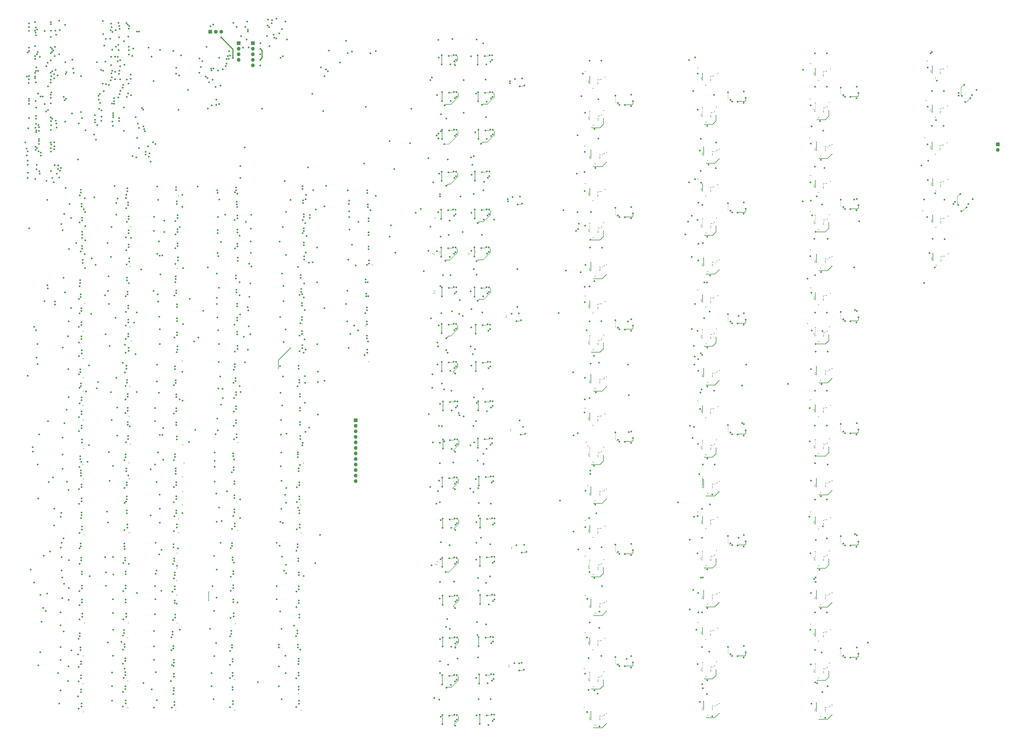
<source format=gbr>
%TF.GenerationSoftware,KiCad,Pcbnew,(6.99.0-3937-g3e53426b6c)*%
%TF.CreationDate,2025-03-10T01:13:02-04:00*%
%TF.ProjectId,AnalogFNN,416e616c-6f67-4464-9e4e-2e6b69636164,rev?*%
%TF.SameCoordinates,Original*%
%TF.FileFunction,Copper,L10,Bot*%
%TF.FilePolarity,Positive*%
%FSLAX46Y46*%
G04 Gerber Fmt 4.6, Leading zero omitted, Abs format (unit mm)*
G04 Created by KiCad (PCBNEW (6.99.0-3937-g3e53426b6c)) date 2025-03-10 01:13:02*
%MOMM*%
%LPD*%
G01*
G04 APERTURE LIST*
%TA.AperFunction,ComponentPad*%
%ADD10R,1.700000X1.700000*%
%TD*%
%TA.AperFunction,ComponentPad*%
%ADD11O,1.700000X1.700000*%
%TD*%
%TA.AperFunction,ViaPad*%
%ADD12C,0.800000*%
%TD*%
%TA.AperFunction,ViaPad*%
%ADD13C,0.400000*%
%TD*%
%TA.AperFunction,Conductor*%
%ADD14C,0.250000*%
%TD*%
%TA.AperFunction,Conductor*%
%ADD15C,0.500000*%
%TD*%
%TA.AperFunction,Conductor*%
%ADD16C,0.100000*%
%TD*%
%TA.AperFunction,Conductor*%
%ADD17C,0.200000*%
%TD*%
%TA.AperFunction,Conductor*%
%ADD18C,0.150000*%
%TD*%
G04 APERTURE END LIST*
D10*
%TO.P,J2,1,Pin_1*%
%TO.N,-5V*%
X125599999Y-26824999D03*
D11*
%TO.P,J2,2,Pin_2*%
%TO.N,GND*%
X125599999Y-29364999D03*
%TO.P,J2,3,Pin_3*%
%TO.N,+5V*%
X125599999Y-31904999D03*
%TO.P,J2,4,Pin_4*%
%TO.N,GND*%
X125599999Y-34444999D03*
%TO.P,J2,5,Pin_5*%
%TO.N,+3V3*%
X125599999Y-36984999D03*
%TD*%
D10*
%TO.P,J1,1,Pin_1*%
%TO.N,GND*%
X119099999Y-26799999D03*
D11*
%TO.P,J1,2,Pin_2*%
%TO.N,/SWCLK*%
X119099999Y-29339999D03*
%TO.P,J1,3,Pin_3*%
%TO.N,/SWDIO*%
X119099999Y-31879999D03*
%TO.P,J1,4,Pin_4*%
%TO.N,+3V3*%
X119099999Y-34419999D03*
%TD*%
D10*
%TO.P,SW1,1,A*%
%TO.N,GND*%
X106074999Y-21499999D03*
D11*
%TO.P,SW1,2,B*%
%TO.N,Net-(SW1-B)*%
X108614999Y-21499999D03*
%TO.P,SW1,3,C*%
%TO.N,+3V3*%
X111154999Y-21499999D03*
%TD*%
D10*
%TO.P,J4,1,Pin_1*%
%TO.N,/L5_OUT1*%
X467306099Y-73225199D03*
D11*
%TO.P,J4,2,Pin_2*%
%TO.N,/L5_OUT2*%
X467306099Y-75765199D03*
%TD*%
D10*
%TO.P,J3,1,Pin_1*%
%TO.N,/L1_IN1*%
X172724999Y-199784999D03*
D11*
%TO.P,J3,2,Pin_2*%
%TO.N,/L1_IN2*%
X172724999Y-202324999D03*
%TO.P,J3,3,Pin_3*%
%TO.N,/L1_IN3*%
X172724999Y-204864999D03*
%TO.P,J3,4,Pin_4*%
%TO.N,/L1_IN4*%
X172724999Y-207404999D03*
%TO.P,J3,5,Pin_5*%
%TO.N,/L1_IN5*%
X172724999Y-209944999D03*
%TO.P,J3,6,Pin_6*%
%TO.N,/L1_IN6*%
X172724999Y-212484999D03*
%TO.P,J3,7,Pin_7*%
%TO.N,/L1_IN7*%
X172724999Y-215024999D03*
%TO.P,J3,8,Pin_8*%
%TO.N,/L1_IN8*%
X172724999Y-217564999D03*
%TO.P,J3,9,Pin_9*%
%TO.N,/L1_IN9*%
X172724999Y-220104999D03*
%TO.P,J3,10,Pin_10*%
%TO.N,/L1_IN10*%
X172724999Y-222644999D03*
%TO.P,J3,11,Pin_11*%
%TO.N,/L1_IN11*%
X172724999Y-225184999D03*
%TO.P,J3,12,Pin_12*%
%TO.N,/L1_IN12*%
X172724999Y-227724999D03*
%TD*%
D12*
%TO.N,GND*%
X116000000Y-304100000D03*
D13*
X388198000Y-127306000D03*
D12*
X177325000Y-136465000D03*
X46650000Y-143200000D03*
X249569000Y-202775000D03*
X178075000Y-95565000D03*
D13*
X387398000Y-315582000D03*
X284756000Y-182550000D03*
D12*
X219028000Y-68600000D03*
D13*
X383574000Y-126506000D03*
D12*
X68050000Y-94650000D03*
X402498000Y-51986700D03*
X46700000Y-224000000D03*
X299156000Y-153450000D03*
X68650000Y-107450000D03*
D13*
X283956000Y-62049700D03*
D12*
X350856000Y-150690000D03*
X218828000Y-157700000D03*
X146600000Y-316850000D03*
D13*
X380098700Y-155400000D03*
X279609000Y-147125000D03*
D12*
X68200000Y-195400000D03*
D13*
X279609000Y-250125000D03*
D12*
X219066000Y-318805000D03*
D13*
X434500000Y-53000000D03*
D12*
X68400000Y-208400000D03*
X68650000Y-167900000D03*
X90800000Y-154300000D03*
X236466000Y-246900000D03*
X89400000Y-323800000D03*
X89200000Y-258000000D03*
X146300000Y-216700000D03*
X118500000Y-120000000D03*
X90425000Y-94135000D03*
X68150000Y-142000000D03*
X147200000Y-188900000D03*
D13*
X329756000Y-89120200D03*
X284756000Y-337050000D03*
D12*
X46800000Y-318100000D03*
D13*
X335656000Y-60549700D03*
D12*
X91000000Y-167300000D03*
X116300000Y-323400000D03*
D13*
X383574000Y-280838000D03*
D12*
X248087000Y-97150000D03*
X47500000Y-127600000D03*
X402498000Y-309207000D03*
X146900000Y-182500000D03*
X116000000Y-257450000D03*
D13*
X283956000Y-268050000D03*
X383574000Y-75062200D03*
D12*
X89800000Y-277300000D03*
X117125000Y-241885000D03*
X90500000Y-229450000D03*
D13*
X381400000Y-121594400D03*
D12*
X250040000Y-256900000D03*
X129100000Y-29400000D03*
D13*
X279665000Y-163775000D03*
X387398000Y-161250000D03*
D12*
X219436000Y-193200000D03*
X326900000Y-157900000D03*
X350756000Y-206785000D03*
D13*
X331309000Y-144365000D03*
X387297000Y-247605000D03*
X284756000Y-131050000D03*
D12*
X178675000Y-121265000D03*
X299156000Y-50450200D03*
X233928000Y-140900000D03*
X218790000Y-87850000D03*
D13*
X381498000Y-36062200D03*
D12*
X47200000Y-210000000D03*
X234463000Y-175125000D03*
D13*
X383574000Y-229394000D03*
X383107000Y-108531000D03*
X436694000Y-39319900D03*
D12*
X236466000Y-282000000D03*
X147100000Y-249000000D03*
D13*
X209000000Y-140437100D03*
D12*
X148650000Y-100100000D03*
X68200000Y-188900000D03*
X118400000Y-160400000D03*
X46200000Y-298800000D03*
X243526000Y-44200000D03*
X350756000Y-308525000D03*
D13*
X208453116Y-141604858D03*
X278056000Y-194250000D03*
D12*
X89400000Y-317400000D03*
X299056000Y-313175000D03*
X219066000Y-228150000D03*
D13*
X383107000Y-211419000D03*
D12*
X67300000Y-276900000D03*
D13*
X440940000Y-58712200D03*
D12*
X234398000Y-157975000D03*
X235528000Y-51400000D03*
D13*
X278056000Y-91250200D03*
D12*
X402498000Y-154875000D03*
X67800000Y-242400000D03*
D13*
X329756000Y-241730000D03*
D12*
X114700000Y-30400000D03*
X117325000Y-248485000D03*
D13*
X335656000Y-314900000D03*
D12*
X116825000Y-222585000D03*
X47200000Y-249900000D03*
X116600000Y-270250000D03*
D13*
X383107000Y-159975000D03*
D12*
X47000000Y-203400000D03*
D13*
X280132000Y-233250000D03*
D12*
X68650000Y-113950000D03*
X147200000Y-201800000D03*
X90800000Y-147800000D03*
X146400000Y-264400000D03*
X101100000Y-33800000D03*
X402498000Y-206319000D03*
X178675000Y-114865000D03*
X447706000Y-99600200D03*
X299056000Y-261675000D03*
D13*
X210057000Y-266000000D03*
X279665000Y-112275000D03*
D12*
X118200000Y-100700000D03*
X350756000Y-155915000D03*
X46900000Y-264000000D03*
D13*
X329756000Y-139990000D03*
X331309000Y-195235000D03*
X335656000Y-213160000D03*
D12*
X68450000Y-154900000D03*
D13*
X387297000Y-299049000D03*
X387297000Y-196161000D03*
D12*
X147400000Y-208400000D03*
D13*
X331309000Y-246105000D03*
X336456000Y-281530000D03*
X224676500Y-123700000D03*
D12*
X46600000Y-257600000D03*
D13*
X383574000Y-332282000D03*
D12*
X233790000Y-122550000D03*
X117125000Y-228985000D03*
X89900000Y-176300000D03*
X46950000Y-162500000D03*
D13*
X329756000Y-190860000D03*
X278000000Y-262100000D03*
D12*
X219371000Y-210675000D03*
X177925000Y-149265000D03*
X219131000Y-337105000D03*
X67300000Y-270400000D03*
X177925000Y-155765000D03*
D13*
X277600000Y-331600000D03*
D12*
X148100000Y-147200000D03*
D13*
X279609000Y-44124900D03*
D12*
X66700000Y-257600000D03*
X146600000Y-176100000D03*
X178875000Y-127865000D03*
D13*
X331832000Y-331600000D03*
D12*
X328137248Y-174175044D03*
D13*
X388198000Y-230194000D03*
D12*
X177625000Y-142865000D03*
D13*
X331832000Y-280730000D03*
X380941078Y-70158922D03*
D12*
X249126000Y-43000000D03*
D13*
X383107000Y-57087000D03*
X279609000Y-301625000D03*
D12*
X235731000Y-301305000D03*
D13*
X436859000Y-91074900D03*
X381274500Y-103900000D03*
D12*
X67200000Y-216700000D03*
X47400000Y-289900000D03*
X47300000Y-108100000D03*
X47300000Y-121000000D03*
X90500000Y-202000000D03*
X116600000Y-283150000D03*
X67300000Y-283300000D03*
X210728000Y-70500000D03*
D13*
X336456000Y-128920000D03*
D12*
X67000000Y-264000000D03*
D13*
X441155000Y-109267000D03*
D12*
X47000000Y-243300000D03*
X218590000Y-122650000D03*
X116500000Y-330000000D03*
X402598000Y-201094000D03*
D13*
X284756000Y-285550000D03*
D12*
X116600000Y-276750000D03*
X46700000Y-95300000D03*
D13*
X434900000Y-35000000D03*
D12*
X117925000Y-194595000D03*
D13*
X335555000Y-196627000D03*
D12*
X146900000Y-236000000D03*
X47000000Y-101700000D03*
X90200000Y-223050000D03*
X218933000Y-140875000D03*
X146600000Y-323250000D03*
X299156000Y-204950000D03*
X47000000Y-190500000D03*
X148100000Y-160100000D03*
D13*
X210196900Y-264695500D03*
X278056000Y-142750000D03*
D12*
X68200000Y-201800000D03*
X146700000Y-270800000D03*
X116300000Y-263850000D03*
D13*
X387398000Y-264138000D03*
D12*
X90500000Y-242350000D03*
X247626000Y-150700000D03*
X118400000Y-147500000D03*
X218590000Y-105250000D03*
X350856000Y-201560000D03*
X218828000Y-34400000D03*
D13*
X336456000Y-78050200D03*
D12*
X46500000Y-305200000D03*
X67100000Y-310150000D03*
X350856000Y-48950200D03*
X67100000Y-323050000D03*
X46400000Y-217600000D03*
X457606000Y-48200200D03*
X402498000Y-103431000D03*
D13*
X280132000Y-78750200D03*
X436594000Y-74319900D03*
X279609000Y-95624900D03*
D12*
X299056000Y-210175000D03*
X47200000Y-270400000D03*
D13*
X432847840Y-103658746D03*
D12*
X116300000Y-317000000D03*
X299056000Y-107175000D03*
X248881000Y-311005000D03*
D13*
X383051000Y-40436900D03*
X335555000Y-298367000D03*
D12*
X90700000Y-248950000D03*
D13*
X283855000Y-148517000D03*
X436694000Y-57319900D03*
X387398000Y-212694000D03*
D12*
X235328000Y-34500000D03*
D13*
X331365000Y-110145000D03*
D12*
X91025000Y-119835000D03*
X68350000Y-101050000D03*
X147500000Y-134400000D03*
D13*
X331365000Y-161015000D03*
D12*
X148950000Y-106500000D03*
D13*
X280132000Y-284750000D03*
X436909000Y-107875000D03*
D12*
X177925000Y-162165000D03*
D13*
X279665000Y-266775000D03*
D12*
X47200000Y-276900000D03*
D13*
X383051000Y-143325000D03*
D12*
X235571000Y-193175000D03*
D13*
X383574000Y-177950000D03*
D12*
X90200000Y-182700000D03*
X149150000Y-126000000D03*
D13*
X383107000Y-314307000D03*
D12*
X299156000Y-256450000D03*
X235663000Y-68625000D03*
X146700000Y-277300000D03*
X46800000Y-324500000D03*
X219266000Y-247000000D03*
D13*
X278056000Y-297250000D03*
D12*
X46350000Y-136800000D03*
D13*
X387297000Y-41829200D03*
X331309000Y-42624900D03*
D12*
X68450000Y-161300000D03*
X146600000Y-310350000D03*
X118500000Y-107100000D03*
D13*
X335656000Y-111420000D03*
D12*
X118700000Y-126600000D03*
X109600000Y-39300000D03*
D13*
X283855000Y-251517000D03*
D12*
X117125000Y-235485000D03*
X146900000Y-242400000D03*
X148300000Y-166700000D03*
X350856000Y-303300000D03*
X236366000Y-264500000D03*
X47150000Y-169100000D03*
D13*
X279665000Y-60775000D03*
D12*
X146600000Y-223100000D03*
X68650000Y-120350000D03*
D13*
X284756000Y-79550200D03*
D12*
X66800000Y-303750000D03*
D13*
X331365000Y-59275000D03*
X244266000Y-258000000D03*
D12*
X402498000Y-257763000D03*
X116525000Y-216185000D03*
X235871000Y-227675000D03*
X67300000Y-329650000D03*
D13*
X437009000Y-125275000D03*
D12*
X350856000Y-252430000D03*
D13*
X227714500Y-122575500D03*
D12*
X146900000Y-229500000D03*
X178675000Y-108365000D03*
X178125000Y-168765000D03*
X148950000Y-113000000D03*
D13*
X280132000Y-181750000D03*
D12*
X402598000Y-149650000D03*
X118100000Y-141100000D03*
X148350000Y-93700000D03*
X67500000Y-289900000D03*
X47200000Y-283300000D03*
X147200000Y-195400000D03*
X146800000Y-329850000D03*
X90200000Y-135000000D03*
X89400000Y-310900000D03*
X117800000Y-134700000D03*
X68850000Y-126950000D03*
X90500000Y-195600000D03*
X67600000Y-176100000D03*
X67900000Y-182500000D03*
D13*
X335555000Y-44017200D03*
X383051000Y-246213000D03*
D12*
X66500000Y-297350000D03*
X402598000Y-46762200D03*
X106100000Y-19000000D03*
D13*
X387398000Y-58361700D03*
X329756000Y-292600000D03*
D12*
X116300000Y-310500000D03*
D13*
X243839000Y-203921000D03*
D12*
X218828000Y-175100000D03*
X146900000Y-290300000D03*
X219231000Y-301505000D03*
D13*
X283956000Y-165050000D03*
X277600000Y-313700000D03*
X211379500Y-122650500D03*
D12*
X47000000Y-197000000D03*
D13*
X381498000Y-293282000D03*
X280132000Y-130250000D03*
D12*
X117625000Y-181695000D03*
D13*
X331832000Y-128120000D03*
X335555000Y-247497000D03*
D12*
X146100000Y-258000000D03*
D13*
X209180803Y-106933075D03*
X336456000Y-332400000D03*
D12*
X146700000Y-283700000D03*
X90700000Y-208600000D03*
X90725000Y-100535000D03*
X327240400Y-207900000D03*
X350756000Y-257655000D03*
X118500000Y-113600000D03*
D13*
X278056000Y-245750000D03*
X381498000Y-87506200D03*
X283855000Y-97017200D03*
D12*
X89800000Y-270800000D03*
D13*
X331832000Y-178990000D03*
X383051000Y-297657000D03*
D12*
X67500000Y-223100000D03*
X235371000Y-210275000D03*
X146000000Y-297550000D03*
D13*
X329756000Y-38250200D03*
D12*
X46950000Y-149600000D03*
D13*
X241825000Y-151825000D03*
D12*
X67100000Y-316650000D03*
D13*
X284756000Y-234050000D03*
X335656000Y-264030000D03*
D12*
X402598000Y-252538000D03*
X90800000Y-160700000D03*
D13*
X335555000Y-94887200D03*
X331309000Y-93494900D03*
X383107000Y-262863000D03*
D12*
X178375000Y-101965000D03*
D13*
X331762178Y-226562178D03*
D12*
X455806000Y-98300200D03*
X47000000Y-331100000D03*
D13*
X336456000Y-230660000D03*
X387297000Y-93273200D03*
D12*
X350756000Y-54174700D03*
D13*
X383051000Y-91880900D03*
D12*
X89500000Y-264400000D03*
X118125000Y-207595000D03*
X68450000Y-148400000D03*
D13*
X388198000Y-281638000D03*
D12*
X148950000Y-119400000D03*
X129000000Y-34400000D03*
D13*
X433901300Y-70100000D03*
D12*
X91025000Y-106935000D03*
X402598000Y-98206200D03*
X236001000Y-318480000D03*
X68000000Y-249000000D03*
X117900000Y-94300000D03*
X46400000Y-177700000D03*
X117925000Y-200995000D03*
D13*
X383051000Y-194769000D03*
D12*
X90500000Y-189100000D03*
D13*
X388198000Y-333082000D03*
X388198000Y-75862200D03*
X387297000Y-144717000D03*
D12*
X326917692Y-105913388D03*
X47300000Y-114600000D03*
X117925000Y-188095000D03*
X89600000Y-330400000D03*
X146300000Y-303950000D03*
X90500000Y-141400000D03*
D13*
X278056000Y-39750200D03*
X331365000Y-262755000D03*
X381498000Y-241838000D03*
X331365000Y-211885000D03*
X283855000Y-45517200D03*
X331309000Y-296975000D03*
D12*
X147800000Y-140800000D03*
X219266000Y-282300000D03*
X275103010Y-109582555D03*
D13*
X335555000Y-145757000D03*
D12*
X47000000Y-230400000D03*
D13*
X336456000Y-179790000D03*
D12*
X47000000Y-236900000D03*
X67800000Y-229500000D03*
X210728000Y-68300000D03*
X91025000Y-113435000D03*
X326904592Y-124825820D03*
D13*
X280132000Y-336250000D03*
X381498000Y-138950000D03*
D12*
X350856000Y-99820200D03*
D13*
X381200000Y-52400000D03*
X441255000Y-126667000D03*
D12*
X299156000Y-307950000D03*
X89900000Y-216650000D03*
D13*
X440940000Y-40712200D03*
X279665000Y-215275000D03*
D12*
X116800000Y-289750000D03*
X90000000Y-290300000D03*
D13*
X283855000Y-303017000D03*
D12*
X236296000Y-336930000D03*
D13*
X283855000Y-200017000D03*
D12*
X219028000Y-51300000D03*
D13*
X283956000Y-319550000D03*
D12*
X91225000Y-126435000D03*
X118400000Y-154000000D03*
D13*
X283956000Y-216550000D03*
D12*
X115700000Y-297700000D03*
X46800000Y-311600000D03*
D13*
X388198000Y-178750000D03*
X278000000Y-280100000D03*
D12*
X46950000Y-156100000D03*
X299156000Y-101950000D03*
X88800000Y-298100000D03*
D13*
X331832000Y-77250200D03*
X243131000Y-312105000D03*
X331832000Y-229860000D03*
D12*
X233990000Y-105150000D03*
D13*
X441105000Y-92467200D03*
X279295200Y-229800000D03*
D12*
X219066000Y-264900000D03*
X89800000Y-283700000D03*
D13*
X279665000Y-318275000D03*
D12*
X148100000Y-153700000D03*
X67850000Y-135600000D03*
D13*
X440840000Y-75712200D03*
D12*
X90500000Y-235950000D03*
X299056000Y-55674700D03*
X118600000Y-167000000D03*
D13*
X331365000Y-313625000D03*
D12*
X117325000Y-175295000D03*
X299056000Y-158675000D03*
X449406000Y-49600200D03*
X46700000Y-184100000D03*
X402598000Y-303982000D03*
X350756000Y-105045000D03*
D13*
X208715000Y-123600000D03*
X335656000Y-162290000D03*
D12*
X89100000Y-304500000D03*
X453772000Y-100655000D03*
X455507000Y-50600200D03*
X234090000Y-87750000D03*
X242491000Y-98347500D03*
D13*
X277856000Y-74050200D03*
X283956000Y-113550000D03*
X279609000Y-198625000D03*
X381498000Y-190394000D03*
D12*
X67800000Y-236000000D03*
D13*
X387398000Y-109806000D03*
X279295200Y-211600000D03*
D12*
%TO.N,+3V3*%
X116500000Y-33600000D03*
X129000000Y-37000000D03*
X111100000Y-24200000D03*
%TO.N,Net-(U27B-+)*%
X291856000Y-50850200D03*
X293756000Y-55050200D03*
%TO.N,Net-(C20-Pad2)*%
X299956000Y-53350200D03*
X296245000Y-55150200D03*
%TO.N,Net-(U44B-+)*%
X291856000Y-256850000D03*
X293756000Y-261050000D03*
%TO.N,Net-(U31B-+)*%
X293756000Y-106550000D03*
X291856000Y-102350000D03*
%TO.N,Net-(C23-Pad2)*%
X296245000Y-106650000D03*
X299956000Y-104850000D03*
%TO.N,Net-(U36B-+)*%
X291856000Y-153850000D03*
X293756000Y-158050000D03*
%TO.N,Net-(C26-Pad2)*%
X299956000Y-156350000D03*
X296245000Y-158150000D03*
%TO.N,Net-(U63B-+)*%
X345456000Y-206160000D03*
X343556000Y-201960000D03*
%TO.N,Net-(U40B-+)*%
X293756000Y-209550000D03*
X291856000Y-205350000D03*
%TO.N,Net-(C29-Pad2)*%
X299956000Y-207850000D03*
X296245000Y-209650000D03*
%TO.N,Net-(C32-Pad2)*%
X296245000Y-261150000D03*
X299956000Y-259350000D03*
%TO.N,Net-(U48B-+)*%
X293756000Y-312550000D03*
X291856000Y-308350000D03*
%TO.N,Net-(C35-Pad2)*%
X296245000Y-312650000D03*
X299956000Y-310850000D03*
%TO.N,Net-(U51B-+)*%
X345456000Y-53550200D03*
X343556000Y-49350200D03*
%TO.N,Net-(C38-Pad2)*%
X347945000Y-53650200D03*
X351656000Y-51850200D03*
%TO.N,Net-(U55B-+)*%
X343556000Y-100220000D03*
X345456000Y-104420000D03*
%TO.N,Net-(C41-Pad2)*%
X347945000Y-104520000D03*
X351656000Y-102720000D03*
%TO.N,Net-(U59B-+)*%
X343556000Y-151090000D03*
X345456000Y-155290000D03*
%TO.N,Net-(C44-Pad2)*%
X351656000Y-153590000D03*
X347945000Y-155390000D03*
%TO.N,Net-(C47-Pad2)*%
X351656000Y-204460000D03*
X347945000Y-206260000D03*
%TO.N,Net-(U67B-+)*%
X343556000Y-252830000D03*
X345456000Y-257030000D03*
%TO.N,Net-(C50-Pad2)*%
X351656000Y-255330000D03*
X347945000Y-257130000D03*
%TO.N,Net-(U71B-+)*%
X343556000Y-303700000D03*
X345456000Y-307900000D03*
%TO.N,Net-(C53-Pad2)*%
X347945000Y-308000000D03*
X351656000Y-306200000D03*
%TO.N,Net-(U75B-+)*%
X395298000Y-47162200D03*
X397198000Y-51362200D03*
%TO.N,Net-(C56-Pad2)*%
X403398000Y-49662200D03*
X399687000Y-51462200D03*
%TO.N,Net-(U79B-+)*%
X395298000Y-98606200D03*
X397198000Y-102806000D03*
%TO.N,Net-(C59-Pad2)*%
X399687000Y-102906000D03*
X403398000Y-101106000D03*
%TO.N,Net-(U83B-+)*%
X395298000Y-150050000D03*
X397198000Y-154250000D03*
%TO.N,Net-(C62-Pad2)*%
X399687000Y-154350000D03*
X403398000Y-152550000D03*
%TO.N,Net-(U87B-+)*%
X397198000Y-205694000D03*
X395298000Y-201494000D03*
%TO.N,Net-(C65-Pad2)*%
X399687000Y-205794000D03*
X403398000Y-203994000D03*
%TO.N,Net-(U91B-+)*%
X397198000Y-257138000D03*
X395298000Y-252938000D03*
%TO.N,Net-(C68-Pad2)*%
X403398000Y-255438000D03*
X399687000Y-257238000D03*
%TO.N,Net-(U95B-+)*%
X395298000Y-304382000D03*
X397198000Y-308582000D03*
%TO.N,Net-(C71-Pad2)*%
X403398000Y-306882000D03*
X399687000Y-308682000D03*
%TO.N,Net-(C3002-Pad2)*%
X249087000Y-100350000D03*
X246987000Y-100750000D03*
%TO.N,Net-(U13001B-+)*%
X451906000Y-45900200D03*
X450906000Y-51000200D03*
%TO.N,Net-(U13001C--)*%
X452306000Y-53800200D03*
X454706000Y-52000200D03*
%TO.N,Net-(U17001B-+)*%
X449171000Y-101055000D03*
X450171000Y-95955200D03*
%TO.N,Net-(U17001C--)*%
X450571000Y-103855000D03*
X452971000Y-102055000D03*
%TO.N,Net-(C23002-Pad2)*%
X248026000Y-46600000D03*
X250126000Y-46200000D03*
%TO.N,Net-(C33002-Pad2)*%
X246526000Y-154300000D03*
X248626000Y-153900000D03*
%TO.N,Net-(C131002-Pad2)*%
X248469000Y-206375000D03*
X250569000Y-205975000D03*
%TO.N,Net-(C139002-Pad2)*%
X248940000Y-260500000D03*
X251040000Y-260100000D03*
%TO.N,Net-(C148002-Pad2)*%
X249881000Y-314205000D03*
X247781000Y-314605000D03*
%TO.N,Net-(Q2001A-S1)*%
X211990000Y-103150000D03*
X211990000Y-107350000D03*
%TO.N,/InNeuron_1/OUT*%
X278103700Y-248747400D03*
X277792400Y-196203100D03*
X278832500Y-299409900D03*
X276983900Y-40798000D03*
X277835500Y-145602200D03*
X277835500Y-94580500D03*
%TO.N,/InNeuron_3/OUT*%
X278203300Y-232069900D03*
X279058500Y-281744100D03*
X278181200Y-128454700D03*
X246956900Y-130447300D03*
X246956900Y-147775000D03*
X278936100Y-333620000D03*
X277870600Y-76647100D03*
X277885500Y-180262300D03*
%TO.N,/Neuron6_1/OUT*%
X331279500Y-90789700D03*
X329641800Y-243737500D03*
X330768200Y-194608700D03*
X329026200Y-295833100D03*
X329608800Y-40780300D03*
%TO.N,/Neuron6_10/IN3*%
X329900500Y-177100600D03*
X330636100Y-76064700D03*
X297635200Y-154478300D03*
X329888600Y-126462100D03*
X297635200Y-174284500D03*
X330405300Y-224457300D03*
X330636100Y-328986000D03*
X329898100Y-278988300D03*
%TO.N,/Neuron6_10/IN4*%
X336347500Y-233822500D03*
X334058300Y-184238700D03*
X298053400Y-188232700D03*
X336347500Y-335562500D03*
X334625600Y-82483600D03*
X298053400Y-205198400D03*
X335361500Y-133348200D03*
X334058300Y-285978700D03*
%TO.N,/Neuron6_10/IN5*%
X329825800Y-210622400D03*
X329673100Y-57288300D03*
X329591800Y-158772700D03*
X329558800Y-107907500D03*
X329558800Y-260765200D03*
X329689100Y-311643600D03*
%TO.N,/Neuron6_10/IN6*%
X334036100Y-217292600D03*
X334036100Y-319052000D03*
X334036100Y-166416000D03*
X297062800Y-309242400D03*
X334073000Y-64694600D03*
X334036100Y-268181400D03*
X334036100Y-115579200D03*
%TO.N,/Neuron6_13/IN1*%
X381805600Y-141241400D03*
X377993400Y-38962200D03*
X380843900Y-244025500D03*
X381061900Y-194210500D03*
X381403200Y-90595300D03*
X381281400Y-295833100D03*
%TO.N,/Neuron6_13/IN3*%
X381621500Y-279042300D03*
X351894000Y-174284500D03*
X381627800Y-176277100D03*
X348448600Y-151955400D03*
X381314000Y-124469500D03*
X381550300Y-72806300D03*
X381811000Y-329814900D03*
X381663700Y-227416500D03*
%TO.N,/Neuron6_10/OUT*%
X350074000Y-201023400D03*
X386219500Y-234613900D03*
X386155600Y-286113100D03*
X386283400Y-131762700D03*
X386192700Y-80323200D03*
X350074000Y-183822400D03*
X388141900Y-336231700D03*
X386431200Y-183184900D03*
%TO.N,/Neuron6_11/OUT*%
X381403600Y-260819200D03*
X382178300Y-105763200D03*
X381987700Y-158656000D03*
X348448600Y-253712700D03*
X381572900Y-311773900D03*
X381425100Y-55312300D03*
X381061900Y-209399800D03*
%TO.N,/Neuron6_12/OUT*%
X383788000Y-113295800D03*
X383789100Y-216140900D03*
X383580200Y-319981400D03*
X383763500Y-164778400D03*
X385778300Y-62525100D03*
X385550100Y-268373000D03*
%TO.N,/Neuron6_13/OUT*%
X436022900Y-123031900D03*
X435186100Y-37962600D03*
%TO.N,/Neuron6_14/OUT*%
X439368400Y-43934600D03*
X401448700Y-98462800D03*
X438419800Y-129667900D03*
X401448700Y-129667900D03*
%TO.N,/Neuron6_15/OUT*%
X401816000Y-149119900D03*
X403740700Y-108528700D03*
X435094900Y-73170500D03*
X434850800Y-106536100D03*
%TO.N,/Neuron6_17/OUT*%
X435144900Y-55910200D03*
X435227400Y-89635800D03*
X401816000Y-252018700D03*
%TO.N,/Neuron6_18/OUT*%
X438944400Y-62084000D03*
X407728900Y-301810900D03*
X438634100Y-95580100D03*
%TO.N,/InNeuron_4/OUT*%
X282250500Y-135939200D03*
X284574200Y-287595700D03*
X282656500Y-238475400D03*
X282733500Y-84018900D03*
X282889500Y-187003100D03*
X247943600Y-199889000D03*
X284574200Y-340247100D03*
%TO.N,/InNeuron_5/OUT*%
X277974600Y-58713700D03*
D13*
X278549500Y-209947500D03*
D12*
X277997800Y-110521300D03*
X278644600Y-158435100D03*
X274831300Y-259036200D03*
X278000400Y-315974000D03*
%TO.N,/InNeuron_6/OUT*%
X282336100Y-66193900D03*
X247817400Y-311266300D03*
X282053500Y-220667800D03*
X282249400Y-272177000D03*
X282100600Y-170176200D03*
X282336100Y-323679800D03*
X280352600Y-116971000D03*
D13*
%TO.N,-5V*%
X387306000Y-41229800D03*
X335564000Y-43417800D03*
X387306000Y-195562000D03*
D12*
X233353000Y-88475700D03*
D13*
X440949000Y-58112800D03*
D12*
X235134000Y-228401000D03*
D13*
X284762000Y-284905000D03*
X335564000Y-94287800D03*
X335564000Y-145158000D03*
X283864000Y-147918000D03*
X284762000Y-78904600D03*
D12*
X218091000Y-35125700D03*
X233253000Y-105876000D03*
X218329000Y-319531000D03*
D13*
X387398000Y-212094000D03*
D12*
X235559000Y-337656000D03*
X218634000Y-211401000D03*
X234591000Y-35225700D03*
X218494000Y-302231000D03*
D13*
X441114000Y-91867800D03*
X283956000Y-164450000D03*
D12*
X235729000Y-282726000D03*
D13*
X388204000Y-280993000D03*
X336462000Y-179145000D03*
X388204000Y-332437000D03*
X387306000Y-298450000D03*
X336462000Y-77404600D03*
X388204000Y-178105000D03*
X441264000Y-126068000D03*
D12*
X234834000Y-193901000D03*
X233726000Y-175851000D03*
D13*
X335656000Y-263430000D03*
X283956000Y-267450000D03*
D12*
X234994000Y-302031000D03*
D13*
X387398000Y-314982000D03*
X283956000Y-112950000D03*
D12*
X234791000Y-52125700D03*
D13*
X441164000Y-108668000D03*
X283864000Y-250918000D03*
X387306000Y-144118000D03*
X336462000Y-331755000D03*
D12*
X129100000Y-26800000D03*
X218394000Y-337831000D03*
D13*
X283956000Y-215950000D03*
X284762000Y-181905000D03*
D12*
X218091000Y-158426000D03*
X218053000Y-88575700D03*
D13*
X335656000Y-314300000D03*
X387398000Y-57762200D03*
X387398000Y-263538000D03*
D12*
X218699000Y-193926000D03*
D13*
X388204000Y-126661000D03*
D12*
X233191000Y-141626000D03*
D13*
X336462000Y-280885000D03*
D12*
X218291000Y-52025700D03*
X218329000Y-265626000D03*
D13*
X284762000Y-130405000D03*
X283864000Y-302418000D03*
X284762000Y-233405000D03*
X283956000Y-318950000D03*
D12*
X218291000Y-69325700D03*
X217853000Y-123376000D03*
X234926000Y-69350700D03*
X233661000Y-158701000D03*
D13*
X335656000Y-59950200D03*
X335656000Y-161690000D03*
D12*
X217853000Y-105976000D03*
D13*
X336462000Y-230015000D03*
D12*
X218529000Y-247726000D03*
D13*
X284762000Y-336405000D03*
X440849000Y-75112800D03*
X335564000Y-297768000D03*
X283864000Y-44917800D03*
X335564000Y-196028000D03*
X387398000Y-160650000D03*
X387306000Y-247006000D03*
X440949000Y-40112800D03*
X387398000Y-109206000D03*
D12*
X235264000Y-319206000D03*
X218196000Y-141601000D03*
X218091000Y-175826000D03*
D13*
X283864000Y-199418000D03*
D12*
X218329000Y-228876000D03*
X235629000Y-265226000D03*
X235729000Y-247626000D03*
D13*
X283864000Y-96417800D03*
X388204000Y-229549000D03*
X283956000Y-61450200D03*
X335656000Y-110820000D03*
X335656000Y-212560000D03*
X388204000Y-75216600D03*
X387306000Y-92673800D03*
D12*
X218529000Y-283026000D03*
D13*
X336462000Y-128275000D03*
D12*
X233053000Y-123276000D03*
X234634000Y-211001000D03*
D13*
X335564000Y-246898000D03*
D12*
%TO.N,+5V*%
X90700000Y-247550000D03*
X117900000Y-93000000D03*
D13*
X331296000Y-314221000D03*
D12*
X67300000Y-328250000D03*
X147100000Y-247600000D03*
X146600000Y-221900000D03*
X149100000Y-137000000D03*
X396490000Y-50553400D03*
X118125000Y-206195000D03*
X150000000Y-96400000D03*
X46950000Y-148400000D03*
D13*
X279596000Y-61370600D03*
X147800000Y-332756800D03*
X147700000Y-251500000D03*
D12*
X46500000Y-304000000D03*
D13*
X69221300Y-157016600D03*
D12*
X118200000Y-99500000D03*
D13*
X48000000Y-212668400D03*
D12*
X47300000Y-106900000D03*
X46350000Y-135500000D03*
D13*
X178882778Y-172882778D03*
D12*
X124800000Y-105500000D03*
X117325000Y-173995000D03*
X90500000Y-187900000D03*
D13*
X383039000Y-109127000D03*
D12*
X344747000Y-154481000D03*
X116300000Y-315700000D03*
X147500000Y-133100000D03*
X47000000Y-100500000D03*
X48500000Y-123600000D03*
D13*
X436708000Y-57931100D03*
D12*
X177625000Y-141665000D03*
X177925000Y-160965000D03*
D13*
X383039000Y-314903000D03*
D12*
X177925000Y-148065000D03*
X117125000Y-234185000D03*
D13*
X241827000Y-152495000D03*
D12*
X146300000Y-302750000D03*
X147800000Y-139600000D03*
X146900000Y-241200000D03*
X90800000Y-153000000D03*
D13*
X331703000Y-77879100D03*
D12*
X116300000Y-262650000D03*
D13*
X208100000Y-123300000D03*
D12*
X48600000Y-130000000D03*
X89400000Y-322600000D03*
X178125000Y-167365000D03*
D13*
X93316468Y-225744928D03*
D12*
X148100000Y-152400000D03*
X89600000Y-329000000D03*
D13*
X331296000Y-110741000D03*
D12*
X67200000Y-215400000D03*
D13*
X383445000Y-75691100D03*
D12*
X90500000Y-194300000D03*
D13*
X91600000Y-96923700D03*
D12*
X90500000Y-241150000D03*
D13*
X437023000Y-125886000D03*
D12*
X67850000Y-134300000D03*
X46650000Y-142000000D03*
D13*
X68500000Y-292722700D03*
D12*
X118700000Y-125200000D03*
D13*
X331296000Y-212481000D03*
D12*
X117325000Y-247085000D03*
D13*
X47800000Y-226700000D03*
D12*
X147400000Y-207000000D03*
X293047000Y-260241000D03*
X47300000Y-119800000D03*
X90500000Y-228250000D03*
D13*
X383065000Y-41048100D03*
D12*
X396490000Y-256329000D03*
D13*
X94047546Y-219417261D03*
D12*
X89800000Y-269600000D03*
X90200000Y-133700000D03*
X117800000Y-133400000D03*
X68450000Y-153600000D03*
X118500000Y-105900000D03*
X47000000Y-195700000D03*
D13*
X279623000Y-250736000D03*
X148100000Y-155510900D03*
D12*
X89500000Y-263200000D03*
X68000000Y-247600000D03*
D13*
X383065000Y-298268000D03*
D12*
X124400000Y-137000000D03*
X344747000Y-256221000D03*
D13*
X279596000Y-112871000D03*
D12*
X146400000Y-263200000D03*
X123700000Y-156700000D03*
X66800000Y-302550000D03*
X116800000Y-288350000D03*
X242600000Y-99341000D03*
D13*
X90900000Y-292700000D03*
D12*
X146900000Y-181300000D03*
X147200000Y-200600000D03*
D13*
X436873000Y-91686100D03*
X177462256Y-156456460D03*
X91531700Y-251352900D03*
X48508278Y-146208278D03*
D12*
X148950000Y-105300000D03*
X67600000Y-174800000D03*
D13*
X47800000Y-180300000D03*
D12*
X209928000Y-69100000D03*
X124700000Y-111900000D03*
D13*
X47800000Y-333500000D03*
D12*
X89900000Y-175000000D03*
D13*
X279623000Y-44736100D03*
D12*
X66700000Y-256300000D03*
D13*
X68300000Y-331707800D03*
X279623000Y-96236100D03*
X147641872Y-238641872D03*
D12*
X149800000Y-167300000D03*
D13*
X47800000Y-307900000D03*
X331703000Y-281359000D03*
D12*
X89100000Y-303300000D03*
X89400000Y-309700000D03*
X91025000Y-105735000D03*
D13*
X331296000Y-59870600D03*
X93433600Y-211000000D03*
D12*
X48700000Y-117200000D03*
D13*
X209374688Y-265839364D03*
D12*
X68650000Y-106250000D03*
X68150000Y-140800000D03*
X148650000Y-98900000D03*
X48500000Y-97900000D03*
X344747000Y-103611000D03*
D13*
X148857664Y-219377564D03*
D12*
X118400000Y-146300000D03*
X446976000Y-100510000D03*
X178875000Y-126465000D03*
X293047000Y-54241400D03*
X146300000Y-215400000D03*
X149600000Y-182606400D03*
D13*
X331703000Y-179619000D03*
D12*
X46400000Y-216300000D03*
X46800000Y-310400000D03*
X118400000Y-159200000D03*
D13*
X279596000Y-164371000D03*
D12*
X178675000Y-113565000D03*
X46900000Y-262800000D03*
X47150000Y-167700000D03*
X68200000Y-194100000D03*
X150200000Y-115300000D03*
X90425000Y-92835000D03*
D13*
X117300000Y-332756800D03*
X331323000Y-94106100D03*
D12*
X67800000Y-234700000D03*
D13*
X47700000Y-193100000D03*
D12*
X396490000Y-204885000D03*
D13*
X383065000Y-195380000D03*
D12*
X90500000Y-200800000D03*
X68650000Y-166500000D03*
D13*
X69612178Y-110992478D03*
D12*
X149400000Y-149200000D03*
X117125000Y-240685000D03*
X146600000Y-322050000D03*
X118600000Y-165600000D03*
X47200000Y-275600000D03*
X47000000Y-229200000D03*
X396490000Y-307773000D03*
D13*
X209021590Y-141237090D03*
X280003000Y-285379000D03*
D12*
X147200000Y-194100000D03*
X47000000Y-329700000D03*
X90000000Y-288900000D03*
D13*
X69221300Y-129200000D03*
X383039000Y-212015000D03*
D12*
X89400000Y-316100000D03*
X146600000Y-174800000D03*
D13*
X93248402Y-238435257D03*
D12*
X47000000Y-242100000D03*
D13*
X331323000Y-43236100D03*
D12*
X89900000Y-215350000D03*
X146700000Y-269600000D03*
D13*
X68800000Y-219359500D03*
X383065000Y-143936000D03*
D12*
X88800000Y-296800000D03*
X46950000Y-154800000D03*
X47200000Y-248500000D03*
X47200000Y-208600000D03*
D13*
X68200000Y-319300000D03*
D12*
X147200000Y-187700000D03*
X116000000Y-302900000D03*
X146900000Y-234700000D03*
D13*
X47649372Y-220149372D03*
D12*
X148950000Y-111700000D03*
D13*
X68900000Y-226600000D03*
D12*
X116600000Y-281950000D03*
X117925000Y-199795000D03*
X67800000Y-228300000D03*
X67100000Y-321850000D03*
X68850000Y-125550000D03*
X118500000Y-95900000D03*
X148200000Y-141900000D03*
X116500000Y-328600000D03*
X148100000Y-158900000D03*
D13*
X383065000Y-92492100D03*
D12*
X151700000Y-107000000D03*
X48700000Y-110700000D03*
X67100000Y-315350000D03*
D13*
X48100000Y-252300000D03*
D12*
X66500000Y-296050000D03*
X116300000Y-309300000D03*
D13*
X244243000Y-258647000D03*
D12*
X90500000Y-234650000D03*
D13*
X47600000Y-320600000D03*
X331296000Y-263351000D03*
D12*
X146900000Y-288900000D03*
D13*
X383039000Y-57682600D03*
D12*
X146700000Y-276000000D03*
D13*
X280003000Y-79379100D03*
D12*
X124000000Y-143100000D03*
X293047000Y-105741000D03*
X117925000Y-193295000D03*
X116600000Y-275450000D03*
D13*
X436608000Y-74931100D03*
D12*
X67800000Y-241200000D03*
D13*
X48400000Y-292722700D03*
D12*
X148950000Y-118200000D03*
X146800000Y-328450000D03*
X67500000Y-221900000D03*
X67100000Y-308950000D03*
X91000000Y-165900000D03*
X178075000Y-94265000D03*
D13*
X180382218Y-128532818D03*
X280003000Y-233879000D03*
D12*
X396490000Y-153441000D03*
X146000000Y-296250000D03*
X67500000Y-288500000D03*
X123500000Y-149400000D03*
X68650000Y-112650000D03*
X46800000Y-323300000D03*
X117925000Y-186895000D03*
X115700000Y-296400000D03*
X46400000Y-176400000D03*
X153000000Y-127300000D03*
D13*
X280003000Y-182379000D03*
X117100000Y-318700000D03*
D12*
X47300000Y-113300000D03*
D13*
X90700000Y-279900000D03*
D12*
X146100000Y-256700000D03*
X90700000Y-207200000D03*
D13*
X243862000Y-204557000D03*
D12*
X149300000Y-162700000D03*
X68050000Y-93350000D03*
X151800000Y-105600000D03*
X46700000Y-222800000D03*
X46950000Y-161300000D03*
D13*
X118801500Y-210000000D03*
X331703000Y-128749000D03*
X47800000Y-171563200D03*
D12*
X116825000Y-221385000D03*
D13*
X47800000Y-199600000D03*
X93447820Y-232493872D03*
D12*
X47000000Y-235600000D03*
D13*
X331323000Y-297586000D03*
D12*
X89200000Y-256700000D03*
D13*
X68200000Y-299510500D03*
D12*
X178675000Y-107165000D03*
D13*
X68900000Y-251400000D03*
X383065000Y-246824000D03*
X93286176Y-172527284D03*
D12*
X90200000Y-181500000D03*
D13*
X69100000Y-184321800D03*
X90900000Y-260700000D03*
D12*
X243526000Y-45199500D03*
D13*
X69800000Y-163372900D03*
X280003000Y-336879000D03*
D12*
X46700000Y-94000000D03*
X91025000Y-112135000D03*
X67300000Y-282100000D03*
X47200000Y-282100000D03*
D13*
X279623000Y-199236000D03*
X280003000Y-130879000D03*
D12*
X116525000Y-214885000D03*
D13*
X383039000Y-160571000D03*
D12*
X146900000Y-228300000D03*
X396490000Y-101997000D03*
D13*
X279596000Y-318871000D03*
D12*
X68450000Y-160100000D03*
X178375000Y-100765000D03*
X91225000Y-125035000D03*
D13*
X90653222Y-273353222D03*
D12*
X67000000Y-262800000D03*
X68200000Y-187700000D03*
X117625000Y-180495000D03*
D13*
X383445000Y-281467000D03*
D12*
X89800000Y-276000000D03*
X90800000Y-146600000D03*
D13*
X436923000Y-108486000D03*
X118600000Y-250303900D03*
D12*
X177925000Y-154465000D03*
D13*
X90700000Y-267600000D03*
X383445000Y-230023000D03*
D12*
X124600000Y-117700000D03*
X47400000Y-288500000D03*
D13*
X68900000Y-198000000D03*
D12*
X68650000Y-119150000D03*
X149150000Y-124600000D03*
X117125000Y-227785000D03*
X67900000Y-181300000D03*
X47000000Y-189300000D03*
D13*
X331323000Y-144976000D03*
D12*
X344747000Y-307091000D03*
D13*
X47700000Y-186400000D03*
D12*
X149900000Y-122800000D03*
X46200000Y-297500000D03*
D13*
X383445000Y-332911000D03*
X69500000Y-210800000D03*
D12*
X89800000Y-282500000D03*
X148100000Y-146000000D03*
X47200000Y-269200000D03*
X148350000Y-92400000D03*
X67300000Y-269200000D03*
X146600000Y-309150000D03*
X118400000Y-152700000D03*
D13*
X243093000Y-312776000D03*
X224676500Y-123100000D03*
D12*
X46800000Y-316800000D03*
X68200000Y-200600000D03*
X91025000Y-118635000D03*
D13*
X383039000Y-263459000D03*
D12*
X148300000Y-211300000D03*
X90800000Y-159500000D03*
X149700000Y-205100000D03*
X47000000Y-202200000D03*
X177325000Y-135165000D03*
X118100000Y-139900000D03*
D13*
X279596000Y-267371000D03*
D12*
X293047000Y-311741000D03*
D13*
X90900000Y-130082200D03*
X91531700Y-245100000D03*
D12*
X46700000Y-182900000D03*
D13*
X383445000Y-178579000D03*
X436708000Y-39931100D03*
D12*
X116600000Y-269050000D03*
X90500000Y-140200000D03*
X47500000Y-126200000D03*
X124433549Y-160266451D03*
D13*
X331296000Y-161611000D03*
X331703000Y-230489000D03*
X117600000Y-293121400D03*
D12*
X118500000Y-118800000D03*
X178675000Y-120065000D03*
X68400000Y-207000000D03*
D13*
X90200000Y-332800000D03*
D12*
X67300000Y-275600000D03*
X124700000Y-123000000D03*
X344747000Y-205351000D03*
X118500000Y-112300000D03*
X449406000Y-50800200D03*
X148300000Y-165300000D03*
X116300000Y-322200000D03*
X123300000Y-167400000D03*
D13*
X331323000Y-195846000D03*
X331703000Y-332229000D03*
D12*
X68450000Y-147200000D03*
X293047000Y-157241000D03*
X46600000Y-256300000D03*
X149500000Y-179500000D03*
X90200000Y-221850000D03*
X293047000Y-208741000D03*
X116000000Y-256150000D03*
X344747000Y-52741400D03*
D13*
X383445000Y-127135000D03*
X279596000Y-215871000D03*
D12*
X146600000Y-315550000D03*
X146700000Y-282500000D03*
X90725000Y-99335000D03*
D13*
X279623000Y-147736000D03*
X331323000Y-246716000D03*
X47700000Y-158955100D03*
D12*
X48600000Y-104300000D03*
D13*
X279623000Y-302236000D03*
D12*
X124900000Y-129200000D03*
X68350000Y-99850000D03*
X129000000Y-31900000D03*
X149500000Y-191700000D03*
%TO.N,/L1_IN1*%
X211453200Y-300180700D03*
X211626400Y-138168400D03*
X211763000Y-245564500D03*
X210869300Y-33366200D03*
X211030100Y-86610100D03*
X211458400Y-192217900D03*
%TO.N,/L1_IN2*%
X216662300Y-249115000D03*
X216602600Y-303613800D03*
X216832300Y-195315000D03*
X216215400Y-36513700D03*
%TO.N,/L1_IN3*%
X210855000Y-156262900D03*
X211390000Y-210089900D03*
X211734100Y-263491700D03*
X210103500Y-50600000D03*
X211453200Y-315759100D03*
X210642300Y-104373500D03*
%TO.N,/L1_IN4*%
X215901000Y-108117200D03*
X216433600Y-321134700D03*
X216764500Y-212903900D03*
X216337800Y-53281100D03*
%TO.N,/L1_IN5*%
X210313000Y-174169000D03*
X208113300Y-209945000D03*
X211841000Y-67184800D03*
X211307900Y-281569200D03*
X210020000Y-122240200D03*
X211020400Y-227479100D03*
X211771500Y-335698400D03*
%TO.N,/L1_IN6*%
X213379300Y-209374400D03*
X215965000Y-124864700D03*
X216171500Y-177054900D03*
%TO.N,/L1_IN7*%
X228102600Y-246459500D03*
X228657400Y-298338700D03*
X225391000Y-211269900D03*
X228294500Y-191769700D03*
X225516900Y-140581200D03*
X225929100Y-87180500D03*
X225679700Y-32809900D03*
%TO.N,/L1_IN8*%
X231290600Y-142914600D03*
X233003000Y-195622000D03*
X232703300Y-36563500D03*
X231665800Y-90358500D03*
%TO.N,/L1_IN9*%
X228048600Y-317977500D03*
X227100100Y-209889900D03*
X228064200Y-263702500D03*
X228000700Y-49904700D03*
X225879100Y-104627200D03*
X225800600Y-157186100D03*
%TO.N,/L1_IN10*%
X231505300Y-107698400D03*
X236236300Y-107698400D03*
X231342800Y-215158700D03*
X232891400Y-53619700D03*
X233337600Y-320414500D03*
X232758400Y-212855000D03*
%TO.N,/L1_IN11*%
X225832800Y-122027200D03*
X227624000Y-67659000D03*
X227849700Y-226757500D03*
X228254400Y-335140500D03*
X229078300Y-277899700D03*
X225840800Y-174709200D03*
%TO.N,/L1_IN12*%
X228959300Y-230923300D03*
X232839100Y-70664800D03*
X233841100Y-284267100D03*
X233605100Y-339536700D03*
%TO.N,Net-(Q4001A-S1)*%
X211990000Y-124750000D03*
X211990000Y-120550000D03*
%TO.N,/W124*%
X207343000Y-153050000D03*
X45765400Y-156898100D03*
X211462100Y-97077900D03*
%TO.N,/W123*%
X52906400Y-97521600D03*
X46094400Y-150709800D03*
X211480300Y-96075000D03*
%TO.N,Net-(Q5001A-S1)*%
X212190000Y-89950000D03*
X212190000Y-85750000D03*
%TO.N,/W126*%
X45839300Y-170399800D03*
X215460000Y-114754600D03*
X214937700Y-168784200D03*
%TO.N,/W125*%
X45825800Y-164087300D03*
X211676000Y-115523400D03*
X210313000Y-164087300D03*
%TO.N,Net-(Q6001A-S1)*%
X227190000Y-124650000D03*
X227190000Y-120450000D03*
%TO.N,/W1212*%
X230660000Y-114637700D03*
X69745800Y-116148800D03*
X67292800Y-168734300D03*
%TO.N,/W121*%
X206103000Y-79502000D03*
X46099600Y-138275600D03*
X204020100Y-131383300D03*
D13*
%TO.N,Net-(Q14001A-S1)*%
X437141000Y-72245200D03*
X437041000Y-75445200D03*
D12*
%TO.N,/W122*%
X45448400Y-80161100D03*
X215054200Y-80161100D03*
X45843200Y-144175600D03*
%TO.N,/W1211*%
X221847400Y-113375000D03*
X67292800Y-162520400D03*
X221847300Y-151966000D03*
D13*
%TO.N,Net-(Q14001B-G2)*%
X444141000Y-72545200D03*
X438641000Y-77745200D03*
%TO.N,Net-(Q15001A-S1)*%
X437141000Y-58445200D03*
X437241000Y-55245200D03*
D12*
%TO.N,/W114*%
X207053300Y-43733100D03*
X207053300Y-110955100D03*
X47200100Y-116226100D03*
%TO.N,/W513*%
X437064400Y-64691500D03*
X188964000Y-110329800D03*
X197718000Y-72669700D03*
D13*
%TO.N,Net-(Q15001B-G2)*%
X438741000Y-60745200D03*
X444241000Y-55545200D03*
%TO.N,Net-(Q16001A-S1)*%
X437141000Y-40445200D03*
X437241000Y-37245200D03*
D12*
%TO.N,/W514*%
X442455400Y-64691500D03*
X188338700Y-71736800D03*
X188377900Y-115523400D03*
%TO.N,/W515*%
X437114400Y-48750700D03*
X190995400Y-122843200D03*
X198362300Y-56807400D03*
D13*
%TO.N,Net-(Q16001B-G2)*%
X444241000Y-37545200D03*
X438741000Y-42745200D03*
%TO.N,Net-(Q18001A-S1)*%
X437356000Y-109000000D03*
X437456000Y-105800000D03*
D12*
%TO.N,/W516*%
X442595100Y-48750700D03*
X177917600Y-128486500D03*
X177399300Y-56006800D03*
%TO.N,/W113*%
X46098500Y-108995000D03*
X207732800Y-42549600D03*
X200303200Y-104585800D03*
D13*
%TO.N,Net-(Q18001B-G2)*%
X444456000Y-106100000D03*
X438956000Y-111300000D03*
%TO.N,Net-(Q19001A-S1)*%
X437406000Y-89000200D03*
X437306000Y-92200200D03*
D12*
%TO.N,/W512*%
X436463500Y-31442700D03*
X179540200Y-31403000D03*
X179540200Y-103401100D03*
%TO.N,/W511*%
X182020500Y-96800000D03*
X182020500Y-30467000D03*
X437114400Y-30817300D03*
D13*
%TO.N,Net-(Q19001B-G2)*%
X438906000Y-94500200D03*
X444406000Y-89300200D03*
%TO.N,Net-(Q20001A-S1)*%
X437456000Y-126400000D03*
X437556000Y-123200000D03*
D12*
%TO.N,/W524*%
X442812200Y-98565700D03*
X174047500Y-108706100D03*
X173848200Y-158518100D03*
%TO.N,/W523*%
X177139600Y-150692100D03*
X433552800Y-136740800D03*
X433552800Y-98525200D03*
D13*
%TO.N,Net-(Q20001B-G2)*%
X444556000Y-123500000D03*
X439056000Y-128700000D03*
D12*
%TO.N,Net-(Q22001A-S1)*%
X212428000Y-49200000D03*
X212428000Y-53400000D03*
%TO.N,/W526*%
X176868000Y-169912100D03*
X432268600Y-82962600D03*
X176693800Y-81953000D03*
%TO.N,/W525*%
X435397200Y-80732600D03*
X190446600Y-84495200D03*
X178407400Y-163618700D03*
%TO.N,Net-(Q24001A-S1)*%
X212428000Y-70700000D03*
X212428000Y-66500000D03*
%TO.N,/W522*%
X442923200Y-116718700D03*
X178551800Y-142833700D03*
%TO.N,/W521*%
X437428700Y-116518400D03*
X178238000Y-136443500D03*
%TO.N,Net-(Q25001A-S1)*%
X212228000Y-32300000D03*
X212228000Y-36500000D03*
%TO.N,/W1112*%
X67674700Y-128297800D03*
X71800000Y-60737600D03*
X232533000Y-60737600D03*
%TO.N,/W115*%
X52779100Y-68676700D03*
X46572200Y-122415000D03*
X211887300Y-59425000D03*
%TO.N,Net-(Q26001A-S1)*%
X229063000Y-70725000D03*
X229063000Y-66525000D03*
%TO.N,/W116*%
X53612200Y-71065200D03*
X214301200Y-61307600D03*
X53428800Y-128454700D03*
%TO.N,/W111*%
X210698500Y-25225000D03*
X208318900Y-90595300D03*
X46151000Y-96597000D03*
%TO.N,Net-(Q27001A-S1)*%
X228928000Y-53500000D03*
X228928000Y-49300000D03*
%TO.N,/W112*%
X202629000Y-102842900D03*
X217160300Y-24839500D03*
X48074500Y-102985000D03*
%TO.N,/W1111*%
X222277600Y-58713700D03*
X206110700Y-122038200D03*
X67537900Y-121763100D03*
%TO.N,Net-(Q28001A-S1)*%
X228728000Y-36600000D03*
X228728000Y-32400000D03*
%TO.N,/W128*%
X67275300Y-142882400D03*
X72075000Y-79220200D03*
X225679700Y-79193000D03*
%TO.N,/W119*%
X222277600Y-43721000D03*
X67736900Y-108712500D03*
X80015000Y-44135000D03*
%TO.N,Net-(Q29001A-S1)*%
X227390000Y-103050000D03*
X227390000Y-107250000D03*
%TO.N,/W1110*%
X232398000Y-43497800D03*
X67345300Y-115883000D03*
X67794400Y-43497800D03*
%TO.N,/W117*%
X228210400Y-25082200D03*
X67514300Y-96278300D03*
X226265800Y-82624900D03*
%TO.N,Net-(Q30001A-S1)*%
X227490000Y-89850000D03*
X227490000Y-85650000D03*
%TO.N,/W118*%
X67526900Y-102478400D03*
X231231700Y-26863000D03*
X231355000Y-94266700D03*
%TO.N,/W133*%
X212047400Y-150641900D03*
X51422600Y-151011000D03*
X46123600Y-192035500D03*
%TO.N,Net-(Q32001A-S1)*%
X212228000Y-159800000D03*
X212228000Y-155600000D03*
%TO.N,/W1210*%
X220891000Y-97180600D03*
X67292800Y-156302100D03*
X220234000Y-150959000D03*
%TO.N,/W129*%
X226863900Y-95975000D03*
X220516900Y-144662300D03*
X67334800Y-150063200D03*
D13*
%TO.N,Net-(Q19A-S1)*%
X280556000Y-79650200D03*
X280656000Y-75850200D03*
%TO.N,Net-(Q19B-G2)*%
X287856000Y-76850200D03*
X282556000Y-82150200D03*
D12*
%TO.N,/W134*%
X45855500Y-198321000D03*
X216696300Y-186240100D03*
X216943900Y-149830400D03*
%TO.N,/W127*%
X70410200Y-78575000D03*
X68717600Y-136835000D03*
X226966800Y-78575000D03*
D13*
%TO.N,Net-(Q20A-S1)*%
X279956000Y-61850200D03*
X280156000Y-57950200D03*
%TO.N,Net-(Q20B-G2)*%
X286556000Y-57650200D03*
X281756000Y-64450200D03*
D12*
%TO.N,/W136*%
X50411800Y-211185000D03*
X214322200Y-167615500D03*
X50411900Y-174654500D03*
%TO.N,/W135*%
X45880600Y-204735000D03*
X206324800Y-196928500D03*
X210503900Y-165894000D03*
D13*
%TO.N,Net-(Q21A-S1)*%
X280156000Y-42050200D03*
X280056000Y-45250200D03*
%TO.N,Net-(Q21B-G2)*%
X281656000Y-47550200D03*
X287156000Y-42350200D03*
D12*
%TO.N,/W1312*%
X71746700Y-169424500D03*
X67347600Y-209852200D03*
X227454300Y-167151200D03*
%TO.N,/W131*%
X45854400Y-178708000D03*
X212803400Y-133189400D03*
X208008100Y-178708000D03*
D13*
%TO.N,Net-(Q22A-S1)*%
X280656000Y-127350000D03*
X280556000Y-131150000D03*
%TO.N,Net-(Q22B-G2)*%
X282556000Y-133650000D03*
X287856000Y-128350000D03*
D12*
%TO.N,/W132*%
X216295300Y-133176800D03*
X207862700Y-184846300D03*
X46139800Y-184846300D03*
%TO.N,/W1311*%
X69133600Y-202581900D03*
X225499500Y-165891800D03*
X222277600Y-197971500D03*
D13*
%TO.N,Net-(Q23A-S1)*%
X279956000Y-113350000D03*
X280156000Y-109450000D03*
%TO.N,Net-(Q23B-G2)*%
X286556000Y-109150000D03*
X281756000Y-115950000D03*
D12*
%TO.N,/W1310*%
X220011600Y-196482500D03*
X67080900Y-196482500D03*
X230808400Y-150314500D03*
%TO.N,/W139*%
X72372000Y-150352300D03*
X67167800Y-190268600D03*
X225842000Y-148800000D03*
D13*
%TO.N,Net-(Q24A-S1)*%
X280056000Y-96750200D03*
X280156000Y-93550200D03*
%TO.N,Net-(Q24B-G2)*%
X287156000Y-93850200D03*
X281656000Y-99050200D03*
D12*
%TO.N,/W138*%
X67167800Y-184050300D03*
X74382900Y-130606700D03*
X226983700Y-130447300D03*
%TO.N,/W137*%
X228259900Y-132995100D03*
X66966000Y-177851600D03*
X226507600Y-169424500D03*
D13*
%TO.N,Net-(Q25A-S1)*%
X280556000Y-182650000D03*
X280656000Y-178850000D03*
%TO.N,Net-(Q25B-G2)*%
X287856000Y-179850000D03*
X282556000Y-185150000D03*
D12*
%TO.N,/W214*%
X284094700Y-70576000D03*
X90101700Y-114541400D03*
X274797800Y-112037500D03*
%TO.N,/W213*%
X274522600Y-104352400D03*
X90068300Y-108408400D03*
X274522700Y-69075200D03*
D13*
%TO.N,Net-(Q26A-S1)*%
X280156000Y-160950000D03*
X279956000Y-164850000D03*
%TO.N,Net-(Q26B-G2)*%
X281756000Y-167450000D03*
X286556000Y-160650000D03*
D12*
%TO.N,/W216*%
X90023700Y-128021400D03*
X91507200Y-57372800D03*
X284094700Y-52535800D03*
%TO.N,/W215*%
X273836300Y-112900000D03*
X90065700Y-120882800D03*
X276342900Y-51121200D03*
D13*
%TO.N,Net-(Q27A-S1)*%
X280156000Y-145050000D03*
X280056000Y-148250000D03*
%TO.N,Net-(Q27B-G2)*%
X287156000Y-145350000D03*
X281656000Y-150550000D03*
D12*
%TO.N,/W212*%
X285476100Y-34802500D03*
X93247200Y-101928900D03*
X101076800Y-40341000D03*
%TO.N,/W211*%
X280047600Y-34802500D03*
X93247200Y-96424900D03*
X101699300Y-37725900D03*
D13*
%TO.N,Net-(Q28A-S1)*%
X280556000Y-234150000D03*
X280656000Y-230350000D03*
%TO.N,Net-(Q28B-G2)*%
X282556000Y-236650000D03*
X287856000Y-231350000D03*
D12*
%TO.N,/W224*%
X93578000Y-129975000D03*
X93577900Y-155632900D03*
X285789700Y-120567900D03*
%TO.N,/W223*%
X102795900Y-149588300D03*
X104972300Y-129681200D03*
X280311500Y-120484300D03*
D13*
%TO.N,Net-(Q29A-S1)*%
X279956000Y-216350000D03*
X280156000Y-212450000D03*
%TO.N,Net-(Q29B-G2)*%
X286556000Y-212150000D03*
X281756000Y-218950000D03*
D12*
%TO.N,/W226*%
X92056200Y-111107000D03*
X280752000Y-104299000D03*
X90652300Y-168485000D03*
%TO.N,/W225*%
X89639500Y-161838900D03*
X268097400Y-103390400D03*
X265912700Y-150557000D03*
D13*
%TO.N,Net-(Q30A-S1)*%
X280056000Y-199750000D03*
X280156000Y-196550000D03*
%TO.N,Net-(Q30B-G2)*%
X287156000Y-196850000D03*
X281656000Y-202050000D03*
D12*
%TO.N,/W222*%
X89639500Y-142557100D03*
X277740800Y-85856900D03*
X275969400Y-131819100D03*
%TO.N,/W221*%
X269225000Y-131080700D03*
X90082800Y-136390000D03*
X274179500Y-86610100D03*
D13*
%TO.N,Net-(Q31A-S1)*%
X280556000Y-285650000D03*
X280656000Y-281850000D03*
%TO.N,Net-(Q31B-G2)*%
X287856000Y-282850000D03*
X282556000Y-288150000D03*
D12*
%TO.N,/W234*%
X284326100Y-173353200D03*
X89403000Y-196705500D03*
%TO.N,/W233*%
X280534800Y-173805200D03*
X93312100Y-190794600D03*
D13*
%TO.N,Net-(Q32A-S1)*%
X280156000Y-263950000D03*
X279956000Y-267850000D03*
%TO.N,Net-(Q32B-G2)*%
X286556000Y-263650000D03*
X281756000Y-270450000D03*
D12*
%TO.N,/W236*%
X96282900Y-209785000D03*
X98643400Y-163618700D03*
X285475300Y-154328600D03*
%TO.N,/W235*%
X99229500Y-204173500D03*
X100637500Y-161838900D03*
X280020600Y-154358500D03*
D13*
%TO.N,Net-(Q33A-S1)*%
X280056000Y-251250000D03*
X280156000Y-248050000D03*
%TO.N,Net-(Q33B-G2)*%
X287156000Y-248350000D03*
X281656000Y-253550000D03*
D12*
%TO.N,/W232*%
X272507100Y-177741100D03*
X89403000Y-183709700D03*
X277874400Y-138544200D03*
%TO.N,/W231*%
X280006800Y-138417700D03*
X93254100Y-177474900D03*
X96649300Y-144040000D03*
D13*
%TO.N,Net-(Q34A-S1)*%
X280556000Y-337150000D03*
X280656000Y-333350000D03*
%TO.N,Net-(Q34B-G2)*%
X282556000Y-339650000D03*
X287856000Y-334350000D03*
D12*
%TO.N,/W244*%
X280341200Y-222875900D03*
X89403000Y-237387000D03*
%TO.N,/W243*%
X89403000Y-230444300D03*
X280347500Y-224378800D03*
D13*
%TO.N,Net-(Q35A-S1)*%
X279956000Y-319350000D03*
X280156000Y-315450000D03*
%TO.N,Net-(Q35B-G2)*%
X286556000Y-315150000D03*
X281756000Y-321950000D03*
D12*
%TO.N,/W246*%
X272670100Y-250828400D03*
X272670100Y-206706100D03*
X89403000Y-250679800D03*
%TO.N,/W245*%
X266488300Y-236625400D03*
X274615100Y-205675200D03*
X89609000Y-243864300D03*
D13*
%TO.N,Net-(Q36A-S1)*%
X280056000Y-302750000D03*
X280156000Y-299550000D03*
%TO.N,Net-(Q36B-G2)*%
X287156000Y-299850000D03*
X281656000Y-305050000D03*
D12*
%TO.N,/W242*%
X90191500Y-224335000D03*
X91970400Y-190161700D03*
X277817700Y-190161700D03*
%TO.N,/W241*%
X280031900Y-189570800D03*
X89403000Y-218052600D03*
D13*
%TO.N,Net-(Q37A-S1)*%
X332256000Y-78150200D03*
X332356000Y-74350200D03*
%TO.N,Net-(Q37B-G2)*%
X334256000Y-80650200D03*
X339556000Y-75350200D03*
D12*
%TO.N,/W254*%
X88651700Y-278379100D03*
X285793000Y-275907100D03*
%TO.N,/W253*%
X89390200Y-272296400D03*
X280019600Y-269379400D03*
D13*
%TO.N,Net-(Q38A-S1)*%
X331856000Y-56450200D03*
X331656000Y-60350200D03*
%TO.N,Net-(Q38B-G2)*%
X338256000Y-56150200D03*
X333456000Y-62950200D03*
D12*
%TO.N,/W256*%
X88935300Y-265728100D03*
X88935300Y-291404300D03*
X285498900Y-257973700D03*
%TO.N,/W255*%
X90704600Y-283923000D03*
X280009600Y-258607900D03*
D13*
%TO.N,Net-(Q39A-S1)*%
X331756000Y-43750200D03*
X331856000Y-40550200D03*
%TO.N,Net-(Q39B-G2)*%
X338856000Y-40850200D03*
X333356000Y-46050200D03*
D12*
%TO.N,/W252*%
X90832300Y-266596900D03*
X93241600Y-242335700D03*
X283176100Y-242415000D03*
%TO.N,/W251*%
X279867000Y-244635800D03*
X91208100Y-258514100D03*
D13*
%TO.N,Net-(Q40A-S1)*%
X332356000Y-125220000D03*
X332256000Y-129020000D03*
%TO.N,Net-(Q40B-G2)*%
X339556000Y-126220000D03*
X334256000Y-131520000D03*
D12*
%TO.N,/W264*%
X88017000Y-319364100D03*
X283765700Y-325137600D03*
%TO.N,/W263*%
X89308300Y-312486800D03*
X279575900Y-323432100D03*
D13*
%TO.N,Net-(Q41A-S1)*%
X331656000Y-111220000D03*
X331856000Y-107320000D03*
%TO.N,Net-(Q41B-G2)*%
X338256000Y-107020000D03*
X333456000Y-113820000D03*
D12*
%TO.N,/W266*%
X285464500Y-307871800D03*
X88496500Y-312028300D03*
X88445100Y-331585000D03*
%TO.N,/W265*%
X89133000Y-325399800D03*
X279613600Y-308903400D03*
D13*
%TO.N,Net-(Q42A-S1)*%
X331856000Y-91420200D03*
X331756000Y-94620200D03*
%TO.N,Net-(Q42B-G2)*%
X333356000Y-96920200D03*
X338856000Y-91720200D03*
D12*
%TO.N,/W262*%
X88282000Y-305241300D03*
X284485700Y-294979400D03*
%TO.N,/W261*%
X280086800Y-292596900D03*
X88277500Y-299335000D03*
D13*
%TO.N,Net-(Q43A-S1)*%
X332256000Y-179890000D03*
X332356000Y-176090000D03*
%TO.N,Net-(Q43B-G2)*%
X334256000Y-182390000D03*
X339556000Y-177090000D03*
D12*
%TO.N,/W314*%
X119545200Y-115109600D03*
X338087600Y-72378300D03*
X121884200Y-74654500D03*
%TO.N,/W313*%
X117244000Y-107882800D03*
X331053500Y-70617300D03*
X325248300Y-108623900D03*
D13*
%TO.N,Net-(Q44A-S1)*%
X331856000Y-158190000D03*
X331656000Y-162090000D03*
%TO.N,Net-(Q44B-G2)*%
X338256000Y-157890000D03*
X333456000Y-164690000D03*
D12*
%TO.N,/W316*%
X337162200Y-50476300D03*
X123870100Y-127962700D03*
X129842700Y-56854300D03*
%TO.N,/W315*%
X327611400Y-48750700D03*
X117375400Y-120965300D03*
X323976700Y-114506500D03*
D13*
%TO.N,Net-(Q45A-S1)*%
X331756000Y-145490000D03*
X331856000Y-142290000D03*
%TO.N,Net-(Q45B-G2)*%
X338856000Y-142590000D03*
X333356000Y-147790000D03*
D12*
%TO.N,/W312*%
X325651300Y-90595300D03*
X118373100Y-101928900D03*
X325651400Y-34484600D03*
%TO.N,/W311*%
X328430100Y-89201100D03*
X328430200Y-33275200D03*
X117389600Y-95163400D03*
D13*
%TO.N,Net-(Q46A-S1)*%
X332356000Y-226960000D03*
X332256000Y-230760000D03*
%TO.N,Net-(Q46B-G2)*%
X334256000Y-233260000D03*
X339556000Y-227960000D03*
D12*
%TO.N,/W324*%
X328422700Y-146388100D03*
X117114000Y-155866000D03*
X329980200Y-118792000D03*
%TO.N,/W323*%
X123213900Y-147853500D03*
X332047800Y-118491700D03*
D13*
%TO.N,Net-(Q47A-S1)*%
X331656000Y-212960000D03*
X331856000Y-209060000D03*
%TO.N,Net-(Q47B-G2)*%
X333456000Y-215560000D03*
X338256000Y-208760000D03*
D12*
%TO.N,/W326*%
X327879400Y-165608200D03*
X117267300Y-168229900D03*
X329982100Y-99966000D03*
%TO.N,/W325*%
X121486000Y-161498200D03*
X331795000Y-100966800D03*
X122345000Y-108706100D03*
D13*
%TO.N,Net-(Q48A-S1)*%
X331756000Y-196360000D03*
X331856000Y-193160000D03*
%TO.N,Net-(Q48B-G2)*%
X333356000Y-198660000D03*
X338856000Y-193460000D03*
D12*
%TO.N,/W322*%
X337935400Y-84074500D03*
X119545200Y-142402900D03*
X119860600Y-83210600D03*
%TO.N,/W321*%
X119545200Y-136460900D03*
X331013400Y-85415700D03*
X119860600Y-88602700D03*
D13*
%TO.N,Net-(Q49A-S1)*%
X332256000Y-281630000D03*
X332356000Y-277830000D03*
%TO.N,Net-(Q49B-G2)*%
X339556000Y-278830000D03*
X334256000Y-284130000D03*
D12*
%TO.N,/W334*%
X328296900Y-170555700D03*
X121922900Y-173216700D03*
X116892600Y-195819100D03*
%TO.N,/W333*%
X119545200Y-184088600D03*
X331791300Y-169816700D03*
D13*
%TO.N,Net-(Q50A-S1)*%
X331856000Y-259930000D03*
X331656000Y-263830000D03*
%TO.N,Net-(Q50B-G2)*%
X333456000Y-266430000D03*
X338256000Y-259630000D03*
D12*
%TO.N,/W336*%
X335192900Y-149918700D03*
X116956500Y-208482500D03*
X119791100Y-151277800D03*
%TO.N,/W335*%
X331418100Y-185650900D03*
X332634000Y-152901500D03*
X116779400Y-202330000D03*
D13*
%TO.N,Net-(Q51A-S1)*%
X331756000Y-247230000D03*
X331856000Y-244030000D03*
%TO.N,Net-(Q51B-G2)*%
X333356000Y-249530000D03*
X338856000Y-244330000D03*
D12*
%TO.N,/W332*%
X329873700Y-171772800D03*
X333895900Y-136598400D03*
X116750300Y-182608200D03*
%TO.N,/W331*%
X332726500Y-136494300D03*
X116807200Y-176530000D03*
X331124100Y-168996200D03*
D13*
%TO.N,Net-(Q52A-S1)*%
X332356000Y-328700000D03*
X332256000Y-332500000D03*
%TO.N,Net-(Q52B-G2)*%
X334256000Y-335000000D03*
X339556000Y-329700000D03*
D12*
%TO.N,/W344*%
X337468300Y-220114300D03*
X119791100Y-236055100D03*
%TO.N,/W343*%
X113756800Y-232393600D03*
X332040500Y-220114300D03*
D13*
%TO.N,Net-(Q53A-S1)*%
X331656000Y-314700000D03*
X331856000Y-310800000D03*
%TO.N,Net-(Q53B-G2)*%
X333456000Y-317300000D03*
X338256000Y-310500000D03*
D12*
%TO.N,/W346*%
X327964900Y-244074700D03*
X327964900Y-202818700D03*
X116007800Y-249670000D03*
%TO.N,/W345*%
X116590300Y-243700200D03*
X326075100Y-202285200D03*
X320618400Y-237422300D03*
D13*
%TO.N,Net-(Q54A-S1)*%
X331756000Y-298100000D03*
X331856000Y-294900000D03*
%TO.N,Net-(Q54B-G2)*%
X333356000Y-300400000D03*
X338856000Y-295200000D03*
D12*
%TO.N,/W342*%
X116956500Y-189607800D03*
X115981200Y-223625500D03*
X337173300Y-186240100D03*
%TO.N,/W341*%
X330948100Y-187098200D03*
X119983500Y-186840500D03*
X116987400Y-217827500D03*
D13*
%TO.N,Net-(Q55A-S1)*%
X384098000Y-72162200D03*
X383998000Y-75962200D03*
%TO.N,Net-(Q55B-G2)*%
X385998000Y-78462200D03*
X391298000Y-73162200D03*
D12*
%TO.N,/W354*%
X331136300Y-272010300D03*
X115455500Y-278013600D03*
%TO.N,/W353*%
X115462400Y-271585000D03*
X332038600Y-271867700D03*
D13*
%TO.N,Net-(Q56A-S1)*%
X383398000Y-58162200D03*
X383598000Y-54262200D03*
%TO.N,Net-(Q56B-G2)*%
X385198000Y-60762200D03*
X389998000Y-53962200D03*
D12*
%TO.N,/W356*%
X115373300Y-290437700D03*
X325970800Y-254574200D03*
X325970800Y-286570800D03*
%TO.N,/W355*%
X327600200Y-277535800D03*
X331578200Y-253670600D03*
X118584400Y-283314500D03*
D13*
%TO.N,Net-(Q57A-S1)*%
X383598000Y-38362200D03*
X383498000Y-41562200D03*
%TO.N,Net-(Q57B-G2)*%
X385098000Y-43862200D03*
X390598000Y-38662200D03*
D12*
%TO.N,/W352*%
X116850100Y-265075200D03*
X335286300Y-238412400D03*
X119791100Y-244635700D03*
%TO.N,/W351*%
X115453900Y-258460200D03*
X331661900Y-240405900D03*
D13*
%TO.N,Net-(Q58A-S1)*%
X384098000Y-123606000D03*
X383998000Y-127406000D03*
%TO.N,Net-(Q58B-G2)*%
X391298000Y-124606000D03*
X385998000Y-129906000D03*
D12*
%TO.N,/W364*%
X115147000Y-318056800D03*
X332028000Y-322672700D03*
%TO.N,/W363*%
X331774200Y-320832800D03*
X115147000Y-311954900D03*
D13*
%TO.N,Net-(Q59A-S1)*%
X383398000Y-109606000D03*
X383598000Y-105706000D03*
%TO.N,Net-(Q59B-G2)*%
X389998000Y-105406000D03*
X385198000Y-112206000D03*
D12*
%TO.N,/W366*%
X334949400Y-305921600D03*
X115147000Y-331380400D03*
X333870000Y-325364800D03*
%TO.N,/W365*%
X331719100Y-303803500D03*
X127897500Y-319865500D03*
D13*
%TO.N,Net-(Q60A-S1)*%
X383598000Y-89806200D03*
X383498000Y-93006200D03*
%TO.N,Net-(Q60B-G2)*%
X390598000Y-90106200D03*
X385098000Y-95306200D03*
D12*
%TO.N,/W362*%
X115176300Y-305624600D03*
X329982100Y-287894000D03*
%TO.N,/W361*%
X115159400Y-298935000D03*
X331716100Y-287862700D03*
D13*
%TO.N,Net-(Q61A-S1)*%
X383998000Y-178850000D03*
X384098000Y-175050000D03*
%TO.N,Net-(Q61B-G2)*%
X391298000Y-176050000D03*
X385998000Y-181350000D03*
D12*
%TO.N,/W414*%
X384261400Y-97036900D03*
X148495900Y-113938200D03*
X387244300Y-66881000D03*
%TO.N,/W413*%
X377817400Y-99356000D03*
X381885400Y-64995900D03*
X148495900Y-107882800D03*
D13*
%TO.N,Net-(Q62A-S1)*%
X383598000Y-157150000D03*
X383398000Y-161050000D03*
%TO.N,Net-(Q62B-G2)*%
X389998000Y-156850000D03*
X385198000Y-163650000D03*
D12*
%TO.N,/W416*%
X151312000Y-127450300D03*
X152899100Y-49956600D03*
X388951100Y-46758100D03*
%TO.N,/W415*%
X155064300Y-120484300D03*
X157859700Y-57960700D03*
X383468300Y-46758100D03*
D13*
%TO.N,Net-(Q63A-S1)*%
X383598000Y-141250000D03*
X383498000Y-144450000D03*
%TO.N,Net-(Q63B-G2)*%
X385098000Y-146750000D03*
X390598000Y-141550000D03*
D12*
%TO.N,/W412*%
X388913700Y-31442700D03*
X158447500Y-41982400D03*
X158485300Y-101654200D03*
%TO.N,/W411*%
X153277700Y-94167200D03*
X383372600Y-31442700D03*
X156810800Y-37912400D03*
D13*
%TO.N,Net-(Q64A-S1)*%
X383998000Y-230294000D03*
X384098000Y-226494000D03*
%TO.N,Net-(Q64B-G2)*%
X385998000Y-232794000D03*
X391298000Y-227494000D03*
D12*
%TO.N,/W424*%
X147336900Y-155258100D03*
X146360900Y-129396400D03*
X389258700Y-116499100D03*
%TO.N,/W423*%
X383119500Y-116499100D03*
X149014600Y-143435400D03*
D13*
%TO.N,Net-(Q65A-S1)*%
X383398000Y-212494000D03*
X383598000Y-208594000D03*
%TO.N,Net-(Q65B-G2)*%
X389998000Y-208294000D03*
X385198000Y-215094000D03*
D12*
%TO.N,/W426*%
X146987000Y-168079900D03*
X386720300Y-100755700D03*
X386862000Y-158765300D03*
%TO.N,/W425*%
X154478200Y-103080000D03*
X381511500Y-98974900D03*
X146999800Y-160898800D03*
D13*
%TO.N,Net-(Q66A-S1)*%
X383498000Y-195894000D03*
X383598000Y-192694000D03*
%TO.N,Net-(Q66B-G2)*%
X385098000Y-198194000D03*
X390598000Y-192994000D03*
D12*
%TO.N,/W422*%
X146999800Y-142278000D03*
X387827300Y-84029700D03*
X150961800Y-83760800D03*
%TO.N,/W421*%
X159192700Y-92197800D03*
X383372600Y-83456900D03*
X155064300Y-136425100D03*
D13*
%TO.N,Net-(Q67A-S1)*%
X384098000Y-277938000D03*
X383998000Y-281738000D03*
%TO.N,Net-(Q67B-G2)*%
X391298000Y-278938000D03*
X385998000Y-284238000D03*
D12*
%TO.N,/W434*%
X158466400Y-181645300D03*
X389234700Y-168306700D03*
X155396200Y-197151500D03*
%TO.N,/W433*%
X383782400Y-168306700D03*
X155396200Y-182207200D03*
D13*
%TO.N,Net-(Q68A-S1)*%
X383598000Y-260038000D03*
X383398000Y-263938000D03*
%TO.N,Net-(Q68B-G2)*%
X385198000Y-266538000D03*
X389998000Y-259738000D03*
D12*
%TO.N,/W436*%
X148896700Y-168752200D03*
X148482000Y-210137400D03*
X388943600Y-150373300D03*
%TO.N,/W435*%
X151445600Y-203135000D03*
X155142000Y-164907500D03*
X383487500Y-150373300D03*
D13*
%TO.N,Net-(Q69A-S1)*%
X383498000Y-247338000D03*
X383598000Y-244138000D03*
%TO.N,Net-(Q69B-G2)*%
X390598000Y-244438000D03*
X385098000Y-249638000D03*
D12*
%TO.N,/W432*%
X380032500Y-134816300D03*
X146079800Y-184184200D03*
X371017600Y-183075400D03*
%TO.N,/W431*%
X155396200Y-177474900D03*
X383471100Y-133251600D03*
X158466400Y-148380700D03*
D13*
%TO.N,Net-(Q70A-S1)*%
X384098000Y-329382000D03*
X383998000Y-333182000D03*
%TO.N,Net-(Q70B-G2)*%
X391298000Y-330382000D03*
X385998000Y-335682000D03*
D12*
%TO.N,/W444*%
X389228700Y-220114300D03*
X145770500Y-237285000D03*
%TO.N,/W443*%
X145777300Y-230480000D03*
X383522600Y-219528600D03*
D13*
%TO.N,Net-(Q71A-S1)*%
X383398000Y-315382000D03*
X383598000Y-311482000D03*
%TO.N,Net-(Q71B-G2)*%
X385198000Y-317982000D03*
X389998000Y-311182000D03*
D12*
%TO.N,/W446*%
X388917700Y-202180900D03*
X387095800Y-248431000D03*
X145785200Y-249830100D03*
%TO.N,/W445*%
X383442500Y-202180900D03*
X146344400Y-239767500D03*
D13*
%TO.N,Net-(Q72A-S1)*%
X383498000Y-298782000D03*
X383598000Y-295582000D03*
%TO.N,Net-(Q72B-G2)*%
X385098000Y-301082000D03*
X390598000Y-295882000D03*
D12*
%TO.N,/W442*%
X388924200Y-186240100D03*
X147206600Y-220223900D03*
%TO.N,/W441*%
X146292600Y-214484500D03*
X383472400Y-186240100D03*
%TO.N,Net-(Q34001A-S1)*%
X212228000Y-173000000D03*
X212228000Y-177200000D03*
%TO.N,/W454*%
X383095100Y-272575400D03*
X145554700Y-278323000D03*
%TO.N,/W453*%
X383756600Y-271921900D03*
X148899200Y-271228300D03*
%TO.N,Net-(Q35001A-S1)*%
X212333000Y-142975000D03*
X212333000Y-138775000D03*
%TO.N,/W456*%
X144507700Y-293971200D03*
X156461700Y-252350600D03*
X388947800Y-253988500D03*
%TO.N,/W455*%
X383794200Y-273968100D03*
X383799700Y-254669100D03*
X145579100Y-285461600D03*
%TO.N,Net-(Q36001A-S1)*%
X227863000Y-177225000D03*
X227863000Y-173025000D03*
%TO.N,/W452*%
X154206800Y-265314500D03*
X388911400Y-236055100D03*
%TO.N,/W451*%
X383473600Y-236156100D03*
X145576000Y-259649900D03*
%TO.N,Net-(Q37001A-S1)*%
X227798000Y-160075000D03*
X227798000Y-155875000D03*
%TO.N,/W464*%
X389219200Y-321791300D03*
X145484900Y-318135000D03*
%TO.N,/W463*%
X384413500Y-320448500D03*
X146501800Y-311574100D03*
%TO.N,Net-(Q38001A-S1)*%
X227328000Y-138800000D03*
X227328000Y-143000000D03*
%TO.N,/W466*%
X145461100Y-331351500D03*
X386560800Y-306262600D03*
X386803000Y-324513700D03*
%TO.N,/W465*%
X383466500Y-305113700D03*
D13*
X146501800Y-325149700D03*
D12*
%TO.N,Net-(Q130001A-S1)*%
X212771000Y-212775000D03*
X212771000Y-208575000D03*
%TO.N,/W462*%
X147332800Y-304966600D03*
X388933500Y-287862700D03*
%TO.N,/W461*%
X383491700Y-287862700D03*
X145458600Y-298785000D03*
%TO.N,Net-(Q132001A-S1)*%
X212466000Y-230250000D03*
X212466000Y-226050000D03*
%TO.N,/W144*%
X210542100Y-232306000D03*
X212262200Y-202480200D03*
X45825500Y-238129500D03*
%TO.N,/W143*%
X206977600Y-230294200D03*
X210950500Y-202347700D03*
X45825500Y-231343500D03*
%TO.N,Net-(Q133001A-S1)*%
X212836000Y-191100000D03*
X212836000Y-195300000D03*
%TO.N,/W146*%
X49705500Y-218835000D03*
X217556500Y-219158800D03*
X46076100Y-251524500D03*
%TO.N,/W145*%
X211411400Y-219523900D03*
X46796800Y-244611200D03*
X46026300Y-221224500D03*
%TO.N,Net-(Q134001A-S1)*%
X229271000Y-225575000D03*
X229271000Y-229775000D03*
%TO.N,/W1412*%
X229129700Y-243574700D03*
X66682700Y-250145800D03*
X231457000Y-219849200D03*
%TO.N,/W141*%
X49096000Y-186544400D03*
X213305200Y-185654400D03*
X46873300Y-218835000D03*
%TO.N,Net-(Q135001A-S1)*%
X228771000Y-208175000D03*
X228771000Y-212375000D03*
%TO.N,/W142*%
X53962100Y-185132600D03*
X212330000Y-182933700D03*
X46762200Y-225285000D03*
%TO.N,/W1411*%
X78702400Y-222251400D03*
X78702400Y-243439800D03*
X228725200Y-218248200D03*
%TO.N,Net-(Q136001A-S1)*%
X228971000Y-195275000D03*
X228971000Y-191075000D03*
%TO.N,/W1410*%
X67441000Y-237073600D03*
X226808800Y-202380400D03*
X226770100Y-232679800D03*
%TO.N,/W149*%
X227995300Y-200188300D03*
X66655600Y-230835000D03*
X225351500Y-231105200D03*
%TO.N,Net-(Q138001A-S1)*%
X212466000Y-267000000D03*
X212466000Y-262800000D03*
%TO.N,/W148*%
X68469700Y-225085400D03*
X72372000Y-186825800D03*
X231065400Y-185359800D03*
%TO.N,/W147*%
X227067400Y-189246100D03*
X66660800Y-218090000D03*
%TO.N,Net-(Q140001A-S1)*%
X212666000Y-280200000D03*
X212666000Y-284400000D03*
%TO.N,/W154*%
X215862900Y-257060800D03*
X46054400Y-278123000D03*
%TO.N,/W153*%
X211860200Y-255688200D03*
X50785000Y-271336200D03*
%TO.N,Net-(Q141001A-S1)*%
X212666000Y-244900000D03*
X212666000Y-249100000D03*
%TO.N,/W156*%
X46060600Y-291085000D03*
X214753500Y-290964700D03*
X217913700Y-273760700D03*
%TO.N,/W155*%
X211434500Y-273914500D03*
X46088100Y-284635000D03*
%TO.N,Net-(Q142001A-S1)*%
X229866000Y-279900000D03*
X229866000Y-284100000D03*
%TO.N,/W1512*%
X232560400Y-274333800D03*
X66174700Y-291085000D03*
%TO.N,/W151*%
X209751800Y-238047700D03*
X46075400Y-258510000D03*
%TO.N,Net-(Q143001A-S1)*%
X229766000Y-262400000D03*
X229766000Y-266600000D03*
%TO.N,/W152*%
X46100000Y-265648600D03*
X207531600Y-266351000D03*
X211411400Y-237350600D03*
%TO.N,/W1511*%
X228901500Y-272191800D03*
X72447800Y-279013700D03*
%TO.N,Net-(Q145001A-S1)*%
X229866000Y-249000000D03*
X229866000Y-244800000D03*
%TO.N,/W1510*%
X66151300Y-278185000D03*
X234418300Y-271406600D03*
X234488300Y-256620000D03*
%TO.N,/W159*%
X228099000Y-255981100D03*
X68731900Y-265628400D03*
%TO.N,Net-(Q147001A-S1)*%
X212466000Y-320905000D03*
X212466000Y-316705000D03*
%TO.N,/W158*%
X66164400Y-265285000D03*
X234780500Y-238047700D03*
%TO.N,/W157*%
X229255200Y-237735000D03*
X66737800Y-258827500D03*
X230254000Y-253645700D03*
%TO.N,Net-(Q149001A-S1)*%
X212531000Y-335005000D03*
X212531000Y-339205000D03*
%TO.N,/W164*%
X45668000Y-319598700D03*
X215199600Y-311832800D03*
%TO.N,/W163*%
X211453200Y-310367000D03*
X45662900Y-312935000D03*
%TO.N,Net-(Q179001A-S1)*%
X212631000Y-303605000D03*
X212631000Y-299405000D03*
%TO.N,/W166*%
X45682200Y-332123100D03*
X208864700Y-327168900D03*
%TO.N,/W165*%
X211102900Y-327930100D03*
X45456100Y-326408000D03*
%TO.N,Net-(Q180001A-S1)*%
X229696000Y-339030000D03*
X229696000Y-334830000D03*
%TO.N,/W1612*%
X65953500Y-331108300D03*
X234642100Y-327714700D03*
%TO.N,/W161*%
X45689200Y-300035000D03*
X214209800Y-294533200D03*
%TO.N,Net-(Q181001A-S1)*%
X229401000Y-316380000D03*
X229401000Y-320580000D03*
%TO.N,/W162*%
X215952200Y-295456400D03*
X45456100Y-307164100D03*
%TO.N,/W1611*%
X65968000Y-324385000D03*
X229177900Y-327714700D03*
%TO.N,Net-(Q182001A-S1)*%
X229131000Y-299205000D03*
X229131000Y-303405000D03*
%TO.N,/W1610*%
X228889800Y-308546900D03*
X66370100Y-317935000D03*
X66737800Y-313691800D03*
%TO.N,/W169*%
X219536700Y-309035300D03*
X65982800Y-311418700D03*
%TO.N,/W168*%
X232645200Y-293396100D03*
X65987700Y-305035000D03*
%TO.N,/W167*%
X65957400Y-298585000D03*
X228394400Y-292385700D03*
D13*
%TO.N,Net-(U26D--)*%
X284756000Y-77950200D03*
X286856000Y-77350200D03*
D12*
%TO.N,/InNeuron_2/Adder3/SUM_IN*%
X213872000Y-126579400D03*
X244767000Y-97438600D03*
X234090000Y-85650000D03*
X218590000Y-120550000D03*
X228742300Y-109367700D03*
X233990000Y-103050000D03*
X214301200Y-92250000D03*
X228259900Y-126804400D03*
X233790000Y-120450000D03*
X218790000Y-85750000D03*
X218590000Y-103150000D03*
D13*
%TO.N,Net-(U28D--)*%
X285656000Y-59550200D03*
X284156000Y-60150200D03*
%TO.N,Net-(U29D--)*%
X283856000Y-43650200D03*
X285256000Y-43350200D03*
%TO.N,Net-(U30D--)*%
X284756000Y-129450000D03*
X286856000Y-128850000D03*
%TO.N,Net-(U32D--)*%
X285656000Y-111050000D03*
X284156000Y-111650000D03*
%TO.N,Net-(U33D--)*%
X283856000Y-95150200D03*
X285256000Y-94850200D03*
%TO.N,Net-(U34D--)*%
X284756000Y-180950000D03*
X286856000Y-180350000D03*
%TO.N,Net-(U35D--)*%
X285656000Y-162550000D03*
X284156000Y-163150000D03*
%TO.N,Net-(U37D--)*%
X283856000Y-146650000D03*
X285256000Y-146350000D03*
%TO.N,Net-(U38D--)*%
X286856000Y-231850000D03*
X284756000Y-232450000D03*
%TO.N,Net-(U39D--)*%
X285656000Y-214050000D03*
X284156000Y-214650000D03*
%TO.N,Net-(U41D--)*%
X285256000Y-197850000D03*
X283856000Y-198150000D03*
%TO.N,Net-(U42D--)*%
X286856000Y-283350000D03*
X284756000Y-283950000D03*
%TO.N,Net-(U47D--)*%
X285656000Y-317050000D03*
X284156000Y-317650000D03*
%TO.N,Net-(U43D--)*%
X285656000Y-265550000D03*
X284156000Y-266150000D03*
%TO.N,Net-(U45D--)*%
X283856000Y-249650000D03*
X285256000Y-249350000D03*
%TO.N,Net-(U49D--)*%
X283856000Y-301150000D03*
X285256000Y-300850000D03*
%TO.N,Net-(U52D--)*%
X337356000Y-58050200D03*
X335856000Y-58650200D03*
D12*
%TO.N,/InNeuron_1/Adder3/SUM_IN*%
X235663000Y-66525000D03*
X218357800Y-36863700D03*
X235328000Y-32400000D03*
X245806000Y-43219100D03*
X219028000Y-66500000D03*
X230254000Y-72941800D03*
X235528000Y-49300000D03*
X218828000Y-32300000D03*
X230714800Y-55055300D03*
X219028000Y-49200000D03*
X213428000Y-73100000D03*
X213584400Y-55312600D03*
D13*
%TO.N,Net-(U46D--)*%
X286856000Y-334850000D03*
X284756000Y-335450000D03*
%TO.N,Net-(U53D--)*%
X336956000Y-41850200D03*
X335556000Y-42150200D03*
%TO.N,Net-(U56D--)*%
X335856000Y-109520000D03*
X337356000Y-108920000D03*
%TO.N,Net-(U57D--)*%
X336956000Y-92720200D03*
X335556000Y-93020200D03*
%TO.N,Net-(U58D--)*%
X338556000Y-177590000D03*
X336456000Y-178190000D03*
%TO.N,Net-(U69D--)*%
X336956000Y-245330000D03*
X335556000Y-245630000D03*
%TO.N,Net-(U60D--)*%
X337356000Y-159790000D03*
X335856000Y-160390000D03*
%TO.N,Net-(U61D--)*%
X336956000Y-143590000D03*
X335556000Y-143890000D03*
D12*
%TO.N,/InNeuron_3/Adder3/SUM_IN*%
X234398000Y-155875000D03*
X233928000Y-138800000D03*
X234463000Y-173025000D03*
X214301200Y-162200000D03*
X218933000Y-138775000D03*
X218828000Y-173000000D03*
X228711300Y-144946100D03*
X218359900Y-178340300D03*
X244306000Y-150910000D03*
X218828000Y-155600000D03*
D13*
%TO.N,Net-(U62D--)*%
X338556000Y-228460000D03*
X336456000Y-229060000D03*
%TO.N,Net-(U50D--)*%
X338556000Y-75850200D03*
X336456000Y-76450200D03*
%TO.N,Net-(U54D--)*%
X338556000Y-126720000D03*
X336456000Y-127320000D03*
%TO.N,Net-(U65D--)*%
X336956000Y-194460000D03*
X335556000Y-194760000D03*
%TO.N,Net-(U66D--)*%
X336456000Y-279930000D03*
X338556000Y-279330000D03*
%TO.N,Net-(U73D--)*%
X335556000Y-296500000D03*
X336956000Y-296200000D03*
%TO.N,/Neuron6_1/Adder2/SUM_IN*%
X281056000Y-65550200D03*
X281956000Y-83350200D03*
X286356000Y-61450200D03*
X287756000Y-81350200D03*
%TO.N,Net-(U68D--)*%
X335856000Y-262130000D03*
X337356000Y-261530000D03*
%TO.N,Net-(U70D--)*%
X336456000Y-330800000D03*
X338556000Y-330200000D03*
%TO.N,Net-(U77D--)*%
X388698000Y-39662200D03*
X387298000Y-39962200D03*
%TO.N,/Neuron6_2/Adder2/SUM_IN*%
X281956000Y-134850000D03*
X281056000Y-117050000D03*
X287756000Y-132850000D03*
X286356000Y-112950000D03*
%TO.N,Net-(U72D--)*%
X337356000Y-312400000D03*
X335856000Y-313000000D03*
%TO.N,Net-(U74D--)*%
X390298000Y-73662200D03*
X388198000Y-74262200D03*
%TO.N,Net-(U81D--)*%
X387298000Y-91406200D03*
X388698000Y-91106200D03*
%TO.N,/Neuron6_3/Adder2/SUM_IN*%
X281956000Y-186350000D03*
X281056000Y-168550000D03*
X286356000Y-164450000D03*
X287756000Y-184350000D03*
%TO.N,Net-(U76D--)*%
X387598000Y-56462200D03*
X389098000Y-55862200D03*
%TO.N,Net-(U78D--)*%
X390298000Y-125106000D03*
X388198000Y-125706000D03*
%TO.N,Net-(U85D--)*%
X388698000Y-142550000D03*
X387298000Y-142850000D03*
%TO.N,/Neuron6_4/Adder2/SUM_IN*%
X281956000Y-237850000D03*
X286356000Y-215950000D03*
X287756000Y-235850000D03*
X281056000Y-220050000D03*
%TO.N,Net-(U80D--)*%
X387598000Y-107906000D03*
X389098000Y-107306000D03*
%TO.N,Net-(U82D--)*%
X390298000Y-176550000D03*
X388198000Y-177150000D03*
%TO.N,Net-(U89D--)*%
X388698000Y-193994000D03*
X387298000Y-194294000D03*
%TO.N,/Neuron6_5/Adder2/SUM_IN*%
X281056000Y-271550000D03*
X281956000Y-289350000D03*
X287756000Y-287350000D03*
X286356000Y-267450000D03*
%TO.N,Net-(U84D--)*%
X387598000Y-159350000D03*
X389098000Y-158750000D03*
%TO.N,Net-(U86D--)*%
X388198000Y-228594000D03*
X390298000Y-227994000D03*
%TO.N,Net-(U93D--)*%
X388698000Y-245438000D03*
X387298000Y-245738000D03*
%TO.N,/Neuron6_6/Adder2/SUM_IN*%
X281056000Y-323050000D03*
X286356000Y-318950000D03*
X287756000Y-338850000D03*
X281956000Y-340850000D03*
%TO.N,Net-(U88D--)*%
X387598000Y-210794000D03*
X389098000Y-210194000D03*
%TO.N,Net-(U90D--)*%
X390298000Y-279438000D03*
X388198000Y-280038000D03*
%TO.N,Net-(U97D--)*%
X388698000Y-296882000D03*
X387298000Y-297182000D03*
%TO.N,/Neuron6_7/Adder2/SUM_IN*%
X333656000Y-81850200D03*
X338056000Y-59950200D03*
X332756000Y-64050200D03*
X339456000Y-79850200D03*
%TO.N,Net-(U92D--)*%
X389098000Y-261638000D03*
X387598000Y-262238000D03*
%TO.N,Net-(U94D--)*%
X388198000Y-331482000D03*
X390298000Y-330882000D03*
%TO.N,/Neuron6_8/Adder2/SUM_IN*%
X338056000Y-110820000D03*
X339456000Y-130720000D03*
X333656000Y-132720000D03*
X332756000Y-114920000D03*
%TO.N,Net-(U96D--)*%
X389098000Y-313082000D03*
X387598000Y-313682000D03*
%TO.N,/Neuron6_9/Adder2/SUM_IN*%
X338056000Y-161690000D03*
X332756000Y-165790000D03*
X339456000Y-181590000D03*
X333656000Y-183590000D03*
%TO.N,/Neuron6_10/Adder2/SUM_IN*%
X338056000Y-212560000D03*
X339456000Y-232460000D03*
X333656000Y-234460000D03*
X332756000Y-216660000D03*
%TO.N,/Neuron6_11/Adder2/SUM_IN*%
X338056000Y-263430000D03*
X333656000Y-285330000D03*
X339456000Y-283330000D03*
X332756000Y-267530000D03*
%TO.N,/Neuron6_12/Adder2/SUM_IN*%
X338056000Y-314300000D03*
X339456000Y-334200000D03*
X332756000Y-318400000D03*
X333656000Y-336200000D03*
D12*
%TO.N,Net-(U2001D--)*%
X217490000Y-103050000D03*
X215190000Y-103450000D03*
%TO.N,Net-(U4001D--)*%
X217490000Y-120450000D03*
X215190000Y-120850000D03*
%TO.N,Net-(U5001D--)*%
X215390000Y-86050000D03*
X217690000Y-85650000D03*
D13*
%TO.N,/Neuron6_13/Adder2/SUM_IN*%
X385398000Y-79662200D03*
X384498000Y-61862200D03*
X389798000Y-57762200D03*
X391198000Y-77662200D03*
D12*
%TO.N,Net-(U6001D--)*%
X232690000Y-120350000D03*
X230390000Y-120750000D03*
D13*
%TO.N,Net-(U14001D--)*%
X442241000Y-73545200D03*
X440841000Y-73845200D03*
%TO.N,Net-(U15001D--)*%
X440941000Y-56845200D03*
X442341000Y-56545200D03*
%TO.N,/Neuron6_14/Adder2/SUM_IN*%
X385398000Y-131106000D03*
X389798000Y-109206000D03*
X384498000Y-113306000D03*
X391198000Y-129106000D03*
%TO.N,Net-(U16001D--)*%
X442341000Y-38545200D03*
X440941000Y-38845200D03*
%TO.N,Net-(U18001D--)*%
X442556000Y-107100000D03*
X441156000Y-107400000D03*
%TO.N,Net-(U19001D--)*%
X441106000Y-90600200D03*
X442506000Y-90300200D03*
%TO.N,/Neuron6_15/Adder2/SUM_IN*%
X384498000Y-164750000D03*
X391198000Y-180550000D03*
X385398000Y-182550000D03*
X389798000Y-160650000D03*
%TO.N,Net-(U20001D--)*%
X441256000Y-124800000D03*
X442656000Y-124500000D03*
D12*
%TO.N,Net-(U22001D--)*%
X215628000Y-49500000D03*
X217928000Y-49100000D03*
%TO.N,Net-(U24001D--)*%
X215628000Y-66800000D03*
X217928000Y-66400000D03*
D13*
%TO.N,/Neuron6_16/Adder2/SUM_IN*%
X389798000Y-212094000D03*
X391198000Y-231994000D03*
X384498000Y-216194000D03*
X385398000Y-233994000D03*
D12*
%TO.N,Net-(U25001D--)*%
X217728000Y-32200000D03*
X215428000Y-32600000D03*
%TO.N,Net-(U26001D--)*%
X232263000Y-66825000D03*
X234563000Y-66425000D03*
%TO.N,Net-(U27001D--)*%
X232128000Y-49600000D03*
X234428000Y-49200000D03*
D13*
%TO.N,/Neuron6_17/Adder2/SUM_IN*%
X385398000Y-285438000D03*
X391198000Y-283438000D03*
X384498000Y-267638000D03*
X389798000Y-263538000D03*
D12*
%TO.N,Net-(U28001D--)*%
X231928000Y-32700000D03*
X234228000Y-32300000D03*
%TO.N,Net-(U29001D--)*%
X230590000Y-103350000D03*
X232890000Y-102950000D03*
%TO.N,Net-(U30001D--)*%
X232990000Y-85550000D03*
X230690000Y-85950000D03*
%TO.N,Net-(U32001D--)*%
X215428000Y-155900000D03*
X217728000Y-155500000D03*
D13*
%TO.N,/Neuron6_18/Adder2/SUM_IN*%
X391198000Y-334882000D03*
X384498000Y-319082000D03*
X389798000Y-314982000D03*
X385398000Y-336882000D03*
D12*
%TO.N,Net-(U34001D--)*%
X215428000Y-173300000D03*
X217728000Y-172900000D03*
%TO.N,Net-(U35001D--)*%
X215533000Y-139075000D03*
X217833000Y-138675000D03*
%TO.N,Net-(U36001D--)*%
X233363000Y-172925000D03*
X231063000Y-173325000D03*
%TO.N,/InNeuron_4/Adder3/SUM_IN*%
X235571000Y-191075000D03*
X218292800Y-231417900D03*
X220380300Y-197483400D03*
X219066000Y-226050000D03*
X235371000Y-208175000D03*
X219371000Y-208575000D03*
X218391300Y-214238500D03*
X219436000Y-191100000D03*
X235871000Y-225575000D03*
%TO.N,Net-(U37001D--)*%
X230998000Y-156175000D03*
X233298000Y-155775000D03*
D13*
%TO.N,Net-(U64D--)*%
X335856000Y-211260000D03*
X337356000Y-210660000D03*
D12*
%TO.N,Net-(U38001D--)*%
X232828000Y-138700000D03*
X230528000Y-139100000D03*
%TO.N,Net-(U130001D--)*%
X218271000Y-208475000D03*
X215971000Y-208875000D03*
%TO.N,Net-(U132001D--)*%
X217966000Y-225950000D03*
X215666000Y-226350000D03*
%TO.N,Net-(U133001D--)*%
X216036000Y-191400000D03*
X218336000Y-191000000D03*
%TO.N,/InNeuron_5/Adder3/SUM_IN*%
X214066000Y-269400000D03*
X246487700Y-257079800D03*
X218364600Y-285945400D03*
X236366000Y-262400000D03*
X236466000Y-279900000D03*
X219066000Y-262800000D03*
X219266000Y-244900000D03*
X219266000Y-280200000D03*
X218505400Y-250163100D03*
X236466000Y-244800000D03*
%TO.N,Net-(U134001D--)*%
X232471000Y-225875000D03*
X234771000Y-225475000D03*
%TO.N,Net-(U135001D--)*%
X231971000Y-208475000D03*
X234271000Y-208075000D03*
%TO.N,Net-(U136001D--)*%
X234471000Y-190975000D03*
X232171000Y-191375000D03*
%TO.N,Net-(U138001D--)*%
X217966000Y-262700000D03*
X215666000Y-263100000D03*
%TO.N,Net-(U140001D--)*%
X215866000Y-280500000D03*
X218166000Y-280100000D03*
%TO.N,Net-(U141001D--)*%
X215866000Y-245200000D03*
X218166000Y-244800000D03*
%TO.N,/InNeuron_6/Adder3/SUM_IN*%
X235731000Y-299205000D03*
X219131000Y-335005000D03*
X219066000Y-316705000D03*
X236296000Y-334830000D03*
X218473400Y-339854300D03*
X218519200Y-304033300D03*
X214430700Y-322456400D03*
X219231000Y-299405000D03*
X236001000Y-316380000D03*
X245617800Y-311182100D03*
%TO.N,Net-(U142001D--)*%
X233066000Y-280200000D03*
X235366000Y-279800000D03*
%TO.N,Net-(U143001D--)*%
X235266000Y-262300000D03*
X232966000Y-262700000D03*
%TO.N,Net-(U145001D--)*%
X235366000Y-244700000D03*
X233066000Y-245100000D03*
%TO.N,Net-(U147001D--)*%
X215666000Y-317005000D03*
X217966000Y-316605000D03*
%TO.N,Net-(U149001D--)*%
X218031000Y-334905000D03*
X215731000Y-335305000D03*
%TO.N,Net-(U179001D--)*%
X215831000Y-299705000D03*
X218131000Y-299305000D03*
%TO.N,Net-(U180001D--)*%
X232896000Y-335130000D03*
X235196000Y-334730000D03*
%TO.N,Net-(U181001D--)*%
X234901000Y-316280000D03*
X232601000Y-316680000D03*
%TO.N,Net-(U182001D--)*%
X232331000Y-299505000D03*
X234631000Y-299105000D03*
%TO.N,/CS*%
X42808600Y-34342900D03*
X102442100Y-35044500D03*
%TO.N,/SCK*%
X84941100Y-108223200D03*
D13*
X105300000Y-282600000D03*
D12*
X80229800Y-331601900D03*
X138257800Y-246435300D03*
X84934100Y-113363500D03*
D13*
X137300000Y-176000000D03*
D12*
X41105500Y-282150600D03*
X79234300Y-323198300D03*
X137517200Y-312706800D03*
X81990500Y-142005900D03*
X109268400Y-94274900D03*
X137558400Y-303960000D03*
D13*
X142900000Y-166600000D03*
D12*
X81739100Y-123427600D03*
D13*
X105457000Y-278463000D03*
D12*
X112896000Y-105431000D03*
X41231100Y-263944700D03*
X137849300Y-257348400D03*
X106450000Y-38434900D03*
X109446300Y-113938200D03*
X41231100Y-276689300D03*
X111304000Y-246018100D03*
%TO.N,/MOSI*%
X172773900Y-128736000D03*
X61559500Y-270578200D03*
X37480800Y-258224700D03*
X111839400Y-189607800D03*
X140833300Y-237576700D03*
X169799400Y-103921100D03*
X108114600Y-218383400D03*
X109787200Y-185132600D03*
X80988500Y-270185900D03*
X84001300Y-124122800D03*
X61426700Y-262524800D03*
X109449100Y-95415700D03*
X107450000Y-38425600D03*
X109474100Y-123018400D03*
X84443100Y-217885000D03*
X84419000Y-203318500D03*
X172083900Y-156358300D03*
X109507600Y-204437800D03*
X37412400Y-293840500D03*
X83571900Y-278002100D03*
X169804400Y-98982900D03*
X140833600Y-269924400D03*
X109122700Y-143647600D03*
X141044300Y-205951400D03*
X149672100Y-109351900D03*
X41031100Y-312590100D03*
X140933600Y-230837700D03*
X84126000Y-206513300D03*
X40889900Y-319385000D03*
X83718600Y-259235000D03*
X140743200Y-266039500D03*
X149800700Y-98428700D03*
%TO.N,/S0*%
X21991900Y-42137900D03*
X54204900Y-64343200D03*
X60602700Y-33049700D03*
X22548400Y-65789800D03*
X61010700Y-54481000D03*
X60560700Y-36857900D03*
X113120400Y-37310100D03*
X60394700Y-43837600D03*
X21843200Y-75110500D03*
X56916400Y-22666200D03*
X22910200Y-54663200D03*
%TO.N,/S1*%
X26082800Y-23113900D03*
X22299200Y-88622600D03*
X22771000Y-45085600D03*
X55479200Y-54212200D03*
X113489700Y-36148800D03*
X25689900Y-33999100D03*
X21867700Y-78264900D03*
X58139300Y-24808000D03*
%TO.N,/S2*%
X70357500Y-32619900D03*
X28353500Y-78387800D03*
X66410100Y-66965300D03*
X31493000Y-35785700D03*
X65929700Y-47204700D03*
X32870000Y-66586400D03*
X114521100Y-34023900D03*
X30916900Y-89939800D03*
X32889500Y-44849900D03*
X30762400Y-58099500D03*
%TO.N,/S3*%
X32916000Y-23926400D03*
X32919100Y-34649100D03*
X31649000Y-46560200D03*
X31663400Y-57445400D03*
X64256400Y-24100700D03*
X66410100Y-56294200D03*
X113603200Y-34045500D03*
X64747200Y-34542100D03*
X66093400Y-45907500D03*
%TO.N,/S4*%
X111839400Y-38711400D03*
X40116100Y-40056700D03*
%TO.N,/S5*%
X114157100Y-32750000D03*
X110192900Y-33455600D03*
X39722800Y-40896400D03*
%TO.N,/S7*%
X115097400Y-32421200D03*
X46787300Y-41955800D03*
%TO.N,/VariableWeights/CS117*%
X62179600Y-92337000D03*
X63611200Y-35104400D03*
%TO.N,/VariableWeights/CS118*%
X62941400Y-100097600D03*
X68731900Y-30024800D03*
%TO.N,/VariableWeights/CS119*%
X62934300Y-105432600D03*
X68731900Y-31992800D03*
%TO.N,/VariableWeights/CS1110*%
X63654300Y-33094300D03*
X60743900Y-111081100D03*
%TO.N,/VariableWeights/CS1111*%
X59009700Y-118491700D03*
X58232800Y-45589200D03*
%TO.N,/VariableWeights/CS1112*%
X60947600Y-42411600D03*
X60493900Y-124794100D03*
%TO.N,/VariableWeights/CS127*%
X59387900Y-133685700D03*
X56735100Y-45348600D03*
%TO.N,/VariableWeights/CS128*%
X62318300Y-43330700D03*
X59178800Y-140509500D03*
%TO.N,/VariableWeights/CS129*%
X59581700Y-146388100D03*
X60770300Y-40619500D03*
%TO.N,/VariableWeights/CS1210*%
X62602000Y-152811100D03*
X62411200Y-39914300D03*
%TO.N,/VariableWeights/CS1211*%
X56918400Y-39368800D03*
X58028400Y-160336300D03*
%TO.N,/VariableWeights/CS1212*%
X59895200Y-165756000D03*
X55977700Y-39057100D03*
%TO.N,/VariableWeights/CS137*%
X64720400Y-37402800D03*
X65930600Y-173398500D03*
%TO.N,/VariableWeights/CS138*%
X62952300Y-180262300D03*
X64396700Y-39368800D03*
%TO.N,/VariableWeights/CS139*%
X60535000Y-186875600D03*
X61128400Y-39368800D03*
%TO.N,/VariableWeights/CS1310*%
X69578500Y-43140500D03*
X63380600Y-193894500D03*
%TO.N,/VariableWeights/CS1311*%
X64118300Y-40879900D03*
X60863000Y-199718100D03*
%TO.N,/VariableWeights/CS1312*%
X63380600Y-206801900D03*
X69578500Y-41203100D03*
%TO.N,/VariableWeights/CS147*%
X68523700Y-45348600D03*
X59552700Y-214444300D03*
X59551700Y-45907500D03*
%TO.N,/VariableWeights/CS148*%
X61452600Y-220714800D03*
X64755200Y-43363700D03*
%TO.N,/VariableWeights/CS149*%
X56184300Y-57615200D03*
X59895200Y-227516300D03*
X57808800Y-142402900D03*
%TO.N,/VariableWeights/CS1411*%
X58751200Y-241667600D03*
X54941900Y-52705200D03*
%TO.N,/VariableWeights/CS1412*%
X59168100Y-246685100D03*
X55062100Y-56887900D03*
%TO.N,/VariableWeights/CS158*%
X55441500Y-50075000D03*
X57885200Y-262544600D03*
%TO.N,/VariableWeights/CS159*%
X54784000Y-50948200D03*
X58231800Y-269523600D03*
%TO.N,/VariableWeights/CS1510*%
X58231800Y-275737500D03*
X57169500Y-48775000D03*
%TO.N,/VariableWeights/CS1511*%
X61440100Y-281871400D03*
X68398900Y-49823400D03*
X64456800Y-50132100D03*
%TO.N,/VariableWeights/CS1512*%
X61426700Y-288116400D03*
X64774300Y-48611700D03*
%TO.N,/VariableWeights/CS167*%
X61551100Y-295833100D03*
X69751300Y-50671900D03*
%TO.N,/VariableWeights/CS168*%
X59052600Y-301674600D03*
X63852900Y-51644200D03*
%TO.N,/VariableWeights/CS169*%
X61426700Y-307788700D03*
X67755200Y-51419400D03*
%TO.N,/VariableWeights/CS1610*%
X61006300Y-315538500D03*
X61911100Y-52025000D03*
%TO.N,/VariableWeights/CS1611*%
X61911100Y-53385100D03*
X61009200Y-321736900D03*
%TO.N,/VariableWeights/CS1612*%
X61911100Y-54517500D03*
X61007700Y-328386400D03*
%TO.N,/VariableWeights/CS111*%
X42630200Y-59071700D03*
X39717200Y-93181600D03*
%TO.N,/VariableWeights/CS112*%
X53089500Y-59825000D03*
X41546400Y-100558300D03*
%TO.N,/VariableWeights/CS113*%
X42215500Y-106954700D03*
X56169100Y-60475000D03*
%TO.N,/VariableWeights/CS114*%
X47215500Y-61125000D03*
X38299000Y-112513900D03*
%TO.N,/VariableWeights/CS115*%
X44539400Y-118475000D03*
X53215100Y-61886800D03*
%TO.N,/VariableWeights/CS116*%
X56124100Y-62425000D03*
X51679400Y-125546100D03*
%TO.N,/VariableWeights/CS121*%
X38720100Y-134383800D03*
X53252700Y-63137500D03*
%TO.N,/VariableWeights/CS122*%
X39375000Y-141092700D03*
X45746600Y-63642800D03*
%TO.N,/VariableWeights/CS123*%
X61546000Y-58846300D03*
X42193200Y-148298700D03*
%TO.N,/VariableWeights/CS124*%
X61546100Y-59785900D03*
X41106100Y-154358500D03*
%TO.N,/VariableWeights/CS125*%
X61546100Y-60777800D03*
X40882800Y-161197200D03*
%TO.N,/VariableWeights/CS126*%
X64201600Y-61125000D03*
X39540000Y-62803700D03*
X38430800Y-166383000D03*
%TO.N,/VariableWeights/CS131*%
X40908600Y-176277100D03*
X61188000Y-62736200D03*
%TO.N,/VariableWeights/CS132*%
X64198000Y-62425000D03*
X54605400Y-182254900D03*
%TO.N,/VariableWeights/CS133*%
X41131100Y-189145400D03*
X61449200Y-64711800D03*
%TO.N,/VariableWeights/CS134*%
X48817900Y-66711100D03*
X40206600Y-194939100D03*
%TO.N,/VariableWeights/CS135*%
X31625000Y-200188300D03*
X39169700Y-201117300D03*
X27654200Y-85527300D03*
%TO.N,/VariableWeights/CS136*%
X38285700Y-207728300D03*
X34815500Y-146675200D03*
X26422800Y-82624900D03*
%TO.N,/VariableWeights/CS141*%
X22299200Y-82624900D03*
X38282600Y-215538500D03*
X24640900Y-214136500D03*
%TO.N,/VariableWeights/CS142*%
X26872600Y-220114300D03*
X26341000Y-84618700D03*
X38274100Y-221997200D03*
%TO.N,/VariableWeights/CS143*%
X27841100Y-86666400D03*
X31996300Y-228084700D03*
X40353200Y-227966300D03*
%TO.N,/VariableWeights/CS144*%
X27100900Y-235645000D03*
X22406300Y-86239800D03*
%TO.N,/VariableWeights/CS145*%
X34208900Y-90595300D03*
X37689000Y-242232900D03*
%TO.N,/VariableWeights/CS146*%
X34415700Y-248010700D03*
X25755500Y-89076500D03*
%TO.N,/VariableWeights/CS151*%
X34671500Y-82737600D03*
X37889000Y-255981100D03*
%TO.N,/VariableWeights/CS152*%
X36272500Y-82822500D03*
X37889000Y-262544600D03*
%TO.N,/VariableWeights/CS153*%
X36168400Y-84533100D03*
X37889000Y-268671600D03*
%TO.N,/VariableWeights/CS154*%
X39021600Y-274817100D03*
X37144100Y-85326200D03*
%TO.N,/VariableWeights/CS155*%
X38255400Y-281360500D03*
X35727300Y-86610100D03*
%TO.N,/VariableWeights/CS156*%
X32970000Y-85481900D03*
X37412400Y-287862700D03*
%TO.N,/VariableWeights/CS161*%
X36791600Y-88410200D03*
X38820400Y-296658200D03*
%TO.N,/VariableWeights/CS162*%
X37412400Y-303803500D03*
X33571000Y-88602700D03*
%TO.N,/VariableWeights/CS163*%
X27501900Y-71697900D03*
X37412400Y-309781300D03*
%TO.N,/VariableWeights/CS164*%
X36240200Y-315759100D03*
X21195600Y-72339800D03*
%TO.N,/VariableWeights/CS165*%
X37412400Y-323729500D03*
X27501900Y-72989800D03*
%TO.N,/VariableWeights/CS166*%
X36826300Y-329707300D03*
X27265300Y-76392000D03*
%TO.N,/VariableWeights/CS211*%
X81754500Y-92587900D03*
X78175400Y-77302600D03*
X25941200Y-74289800D03*
%TO.N,/VariableWeights/CS212*%
X82187100Y-98629300D03*
X26570900Y-74939800D03*
X31254300Y-98669700D03*
%TO.N,/VariableWeights/CS213*%
X76399700Y-77949600D03*
X80269600Y-106489400D03*
X25918900Y-75689900D03*
%TO.N,/VariableWeights/CS214*%
X22961600Y-111706400D03*
X80262800Y-112855400D03*
X22299200Y-76370100D03*
%TO.N,/VariableWeights/CS215*%
X82503200Y-117723100D03*
X79769700Y-72266700D03*
X34504600Y-72266700D03*
%TO.N,/VariableWeights/CS216*%
X80921500Y-73043000D03*
X32912800Y-72339800D03*
X82833000Y-124243600D03*
%TO.N,/VariableWeights/CS221*%
X83158200Y-132861500D03*
X33043000Y-73264700D03*
X76399700Y-76647100D03*
%TO.N,/VariableWeights/CS222*%
X77528600Y-74080600D03*
X34573900Y-74080600D03*
X80058500Y-140464200D03*
%TO.N,/VariableWeights/CS223*%
X82176600Y-145359100D03*
X34535000Y-75416700D03*
X34878000Y-145359100D03*
%TO.N,/VariableWeights/CS224*%
X32914300Y-74939800D03*
X73397500Y-74939800D03*
X82690600Y-152230500D03*
%TO.N,/VariableWeights/CS225*%
X28353500Y-77032200D03*
X82912800Y-157985800D03*
X78718600Y-81127500D03*
%TO.N,/VariableWeights/CS226*%
X77852800Y-78878800D03*
X32938400Y-76505800D03*
X82943400Y-164822900D03*
%TO.N,/VariableWeights/CS231*%
X26085700Y-61427500D03*
X81690300Y-174284500D03*
X26899800Y-174023800D03*
%TO.N,/VariableWeights/CS232*%
X22894400Y-61174000D03*
X22336300Y-179347500D03*
X81535700Y-182001800D03*
%TO.N,/VariableWeights/CS233*%
X82491800Y-187118600D03*
X27452300Y-65333200D03*
X76088800Y-67184800D03*
%TO.N,/VariableWeights/CS234*%
X80712000Y-194195100D03*
X27220300Y-64391200D03*
X73397500Y-65613900D03*
%TO.N,/VariableWeights/CS235*%
X26085700Y-63824200D03*
X72831400Y-63708900D03*
X80696500Y-200188300D03*
%TO.N,/VariableWeights/CS236*%
X26234000Y-67630700D03*
X82925000Y-206442200D03*
X27550800Y-206266400D03*
%TO.N,/VariableWeights/CS261*%
X28278800Y-51219400D03*
X80331700Y-296488400D03*
X28674700Y-292198200D03*
%TO.N,/VariableWeights/CS262*%
X26218400Y-56346900D03*
X74723500Y-56555500D03*
X80249400Y-303485700D03*
%TO.N,/VariableWeights/CS263*%
X22906700Y-52251100D03*
X80347600Y-309699600D03*
X28083900Y-306193000D03*
%TO.N,/VariableWeights/CS264*%
X27250600Y-312235000D03*
X22895100Y-53169400D03*
X81102800Y-315322600D03*
%TO.N,/VariableWeights/CS266*%
X25951000Y-53285000D03*
X75343600Y-57262600D03*
X81545600Y-328219500D03*
%TO.N,/VariableWeights/CS251*%
X38709900Y-253988500D03*
X80980300Y-255981100D03*
X35430600Y-63622300D03*
%TO.N,/VariableWeights/CS252*%
X32563000Y-259966300D03*
X33074900Y-64486200D03*
X82690600Y-261353400D03*
%TO.N,/VariableWeights/CS253*%
X72495100Y-70281500D03*
X81440000Y-268671600D03*
X27501900Y-66965300D03*
%TO.N,/VariableWeights/CS254*%
X38129800Y-271921900D03*
X80748500Y-275907100D03*
X35593500Y-65449900D03*
%TO.N,/VariableWeights/CS255*%
X28176200Y-279892300D03*
X27071800Y-49919400D03*
X80932000Y-281884900D03*
%TO.N,/VariableWeights/CS256*%
X29194400Y-51223800D03*
X80744500Y-288785400D03*
X29436000Y-285870100D03*
%TO.N,/VariableWeights/CS241*%
X24600800Y-212143900D03*
X26251200Y-66714000D03*
X82094200Y-214514200D03*
%TO.N,/VariableWeights/CS242*%
X75774400Y-66239200D03*
X80696500Y-220114300D03*
X25900900Y-65580500D03*
%TO.N,/VariableWeights/CS243*%
X81407400Y-228084700D03*
X33869300Y-226040200D03*
X32899900Y-60804600D03*
%TO.N,/VariableWeights/CS244*%
X33559000Y-61454600D03*
X75378000Y-64988600D03*
X82866400Y-233881000D03*
%TO.N,/VariableWeights/CS245*%
X34496500Y-240339400D03*
X32941300Y-62542800D03*
X82925000Y-240339400D03*
%TO.N,/VariableWeights/CS246*%
X35163700Y-62368100D03*
X82925000Y-246769600D03*
X37451700Y-244025500D03*
%TO.N,/VariableWeights/CS311*%
X95911000Y-48180300D03*
X33130100Y-49358200D03*
X100271100Y-92587900D03*
%TO.N,/VariableWeights/CS312*%
X32917900Y-50395600D03*
X110076100Y-54728500D03*
X110158100Y-98533900D03*
%TO.N,/VariableWeights/CS313*%
X39050700Y-105072700D03*
X109633900Y-106536100D03*
X38820400Y-51457700D03*
%TO.N,/VariableWeights/CS314*%
X32909000Y-51869400D03*
X106702500Y-55332400D03*
X109446300Y-112513900D03*
%TO.N,/VariableWeights/CS315*%
X39872100Y-52302600D03*
X108836200Y-55048600D03*
X110932500Y-117969800D03*
%TO.N,/VariableWeights/CS316*%
X109766600Y-124469500D03*
X41281100Y-121156200D03*
X39248200Y-52978300D03*
%TO.N,/VariableWeights/CS321*%
X109128300Y-132439900D03*
X104967600Y-56721100D03*
X32877600Y-54424900D03*
%TO.N,/VariableWeights/CS322*%
X30111300Y-54733100D03*
X110021900Y-138932300D03*
X31534600Y-139282600D03*
%TO.N,/VariableWeights/CS323*%
X109128300Y-146388100D03*
X104787700Y-42821900D03*
X27077700Y-39510400D03*
%TO.N,/VariableWeights/CS324*%
X30000700Y-145151300D03*
X26155300Y-39488200D03*
X109317800Y-152564400D03*
%TO.N,/VariableWeights/CS325*%
X25690100Y-40334300D03*
X109652700Y-158430600D03*
X26105800Y-158430600D03*
%TO.N,/VariableWeights/CS326*%
X110021900Y-164778300D03*
X25736500Y-42900000D03*
X26761000Y-164778300D03*
%TO.N,/VariableWeights/CS331*%
X109968200Y-173131800D03*
X22911200Y-41898100D03*
X26369400Y-171038700D03*
%TO.N,/VariableWeights/CS332*%
X107109300Y-43561700D03*
X25676800Y-41999600D03*
X110608000Y-179677600D03*
%TO.N,/VariableWeights/CS333*%
X111700500Y-185361500D03*
X22820900Y-43373000D03*
X110754500Y-46228300D03*
%TO.N,/VariableWeights/CS334*%
X110959300Y-192535300D03*
X108869500Y-52735900D03*
X26077300Y-44765500D03*
%TO.N,/VariableWeights/CS335*%
X109275700Y-198969100D03*
X35118400Y-39034300D03*
X106630800Y-39334500D03*
%TO.N,/VariableWeights/CS336*%
X90483600Y-38042800D03*
X108470600Y-206164500D03*
X33542400Y-39684300D03*
%TO.N,/VariableWeights/CS341*%
X32879700Y-40334300D03*
X104040100Y-42138600D03*
X108114600Y-214573400D03*
%TO.N,/VariableWeights/CS342*%
X108070600Y-221103700D03*
X91813800Y-41626800D03*
X34426800Y-40984300D03*
%TO.N,/VariableWeights/CS343*%
X90355200Y-40779400D03*
X108070600Y-227893800D03*
X35985400Y-41599400D03*
%TO.N,/VariableWeights/CS344*%
X41055600Y-231788500D03*
X108823700Y-233401700D03*
X33130100Y-41959300D03*
%TO.N,/VariableWeights/CS345*%
X108470600Y-46872600D03*
X34432600Y-42958900D03*
X110138500Y-239838400D03*
%TO.N,/VariableWeights/CS346*%
X109023400Y-246310000D03*
X32914300Y-43584300D03*
X105507100Y-44760400D03*
%TO.N,/VariableWeights/CS351*%
X110827900Y-255981100D03*
X25710200Y-28149100D03*
X104314900Y-28509200D03*
%TO.N,/VariableWeights/CS352*%
X22915300Y-28799100D03*
X107784400Y-261958900D03*
X29694900Y-261919300D03*
%TO.N,/VariableWeights/CS353*%
X23682100Y-268235200D03*
X22292400Y-31032500D03*
X109025000Y-268235200D03*
%TO.N,/VariableWeights/CS354*%
X25306400Y-274146100D03*
X22917800Y-30334700D03*
X107087700Y-275907100D03*
%TO.N,/VariableWeights/CS355*%
X108899600Y-281142600D03*
X26855800Y-30817300D03*
X31312300Y-279306600D03*
%TO.N,/VariableWeights/CS356*%
X30572700Y-287198800D03*
X107784400Y-287198800D03*
X26547600Y-31842600D03*
%TO.N,/VariableWeights/CS361*%
X27937400Y-33014000D03*
X79137600Y-32957700D03*
X92056200Y-295833100D03*
%TO.N,/VariableWeights/CS362*%
X92661100Y-32369900D03*
X108725000Y-301992700D03*
X25687200Y-32699100D03*
%TO.N,/VariableWeights/CS363*%
X42392200Y-305347900D03*
X107951100Y-307975000D03*
X34832200Y-28455900D03*
%TO.N,/VariableWeights/CS364*%
X32889500Y-28773700D03*
X106619800Y-315759100D03*
X77754700Y-28822900D03*
%TO.N,/VariableWeights/CS365*%
X106619800Y-321736900D03*
X33488500Y-29423500D03*
X83052100Y-29830200D03*
%TO.N,/VariableWeights/CS366*%
X89083600Y-30375100D03*
X107555600Y-327714700D03*
X34120300Y-30099100D03*
%TO.N,/VariableWeights/CS411*%
X140236300Y-90009600D03*
X37508900Y-84015700D03*
X33464800Y-30736700D03*
%TO.N,/VariableWeights/CS412*%
X139294400Y-32809900D03*
X142870400Y-98629300D03*
X32883300Y-31399100D03*
%TO.N,/VariableWeights/CS413*%
X138340500Y-33514300D03*
X36826300Y-31858000D03*
X140876000Y-104145500D03*
%TO.N,/VariableWeights/CS414*%
X34706000Y-32699100D03*
X37729000Y-109779400D03*
X139294400Y-111107000D03*
%TO.N,/VariableWeights/CS415*%
X136436800Y-15512900D03*
X25690300Y-17146600D03*
X137859900Y-117777800D03*
%TO.N,/VariableWeights/CS416*%
X140721100Y-123883700D03*
X140519500Y-16869100D03*
X22921300Y-17766700D03*
%TO.N,/VariableWeights/CS421*%
X138966000Y-132439900D03*
X26604100Y-20484200D03*
X138966000Y-20359100D03*
%TO.N,/VariableWeights/CS422*%
X26072600Y-19622900D03*
X31388000Y-137861400D03*
X139650200Y-138089800D03*
%TO.N,/VariableWeights/CS423*%
X139650200Y-145114600D03*
X134413700Y-16241100D03*
X22917800Y-19332400D03*
%TO.N,/VariableWeights/CS424*%
X138096800Y-152458500D03*
X22897600Y-21108200D03*
X123620800Y-28751700D03*
%TO.N,/VariableWeights/CS425*%
X25301400Y-156890600D03*
X25690900Y-21014900D03*
X140597600Y-158082100D03*
%TO.N,/VariableWeights/CS426*%
X25956900Y-21942700D03*
X141232400Y-25058200D03*
X139728300Y-163853000D03*
%TO.N,/VariableWeights/CS431*%
X138063800Y-174921300D03*
X122939800Y-16869100D03*
X32883400Y-17115800D03*
%TO.N,/VariableWeights/CS432*%
X32943500Y-18025900D03*
X139380400Y-179695700D03*
X135385900Y-24259800D03*
%TO.N,/VariableWeights/CS433*%
X138302000Y-187126000D03*
X39532800Y-18406800D03*
X132543100Y-15969400D03*
%TO.N,/VariableWeights/CS434*%
X139063300Y-192946900D03*
X132000800Y-23474400D03*
X37039200Y-20813100D03*
%TO.N,/VariableWeights/CS435*%
X34999600Y-21006800D03*
X135062400Y-22930500D03*
X138555800Y-199718100D03*
%TO.N,/VariableWeights/CS436*%
X133262800Y-28106900D03*
X138439800Y-206325400D03*
X32940700Y-21003000D03*
%TO.N,/VariableWeights/CS441*%
X138665400Y-214567800D03*
X30088400Y-21163900D03*
X136373600Y-24623700D03*
%TO.N,/VariableWeights/CS442*%
X122742000Y-25053400D03*
X35388300Y-22909000D03*
X138393400Y-220871400D03*
%TO.N,/VariableWeights/CS443*%
X133042100Y-19402500D03*
X63957300Y-17494900D03*
X138701200Y-227538900D03*
%TO.N,/VariableWeights/CS444*%
X134215800Y-17618500D03*
X60552100Y-17793300D03*
X140450600Y-233969600D03*
%TO.N,/VariableWeights/CS445*%
X66778300Y-237700400D03*
X138602200Y-240370300D03*
X64316300Y-18875000D03*
%TO.N,/VariableWeights/CS446*%
X60838800Y-19454000D03*
X139325000Y-246799300D03*
X132416800Y-18629100D03*
%TO.N,/VariableWeights/CS451*%
X136531300Y-255981100D03*
X62666400Y-20762500D03*
X122169500Y-19357900D03*
%TO.N,/VariableWeights/CS452*%
X123342300Y-20586900D03*
X60419300Y-20825000D03*
X138975100Y-262328100D03*
%TO.N,/VariableWeights/CS453*%
X137724500Y-22301800D03*
X139953000Y-268767000D03*
X61187000Y-21608500D03*
%TO.N,/VariableWeights/CS454*%
X121136400Y-28851100D03*
X60125000Y-24790400D03*
X136531300Y-275907100D03*
%TO.N,/VariableWeights/CS455*%
X136531300Y-281884900D03*
X67594300Y-17575000D03*
X116590300Y-17494500D03*
%TO.N,/VariableWeights/CS456*%
X107404600Y-18249600D03*
X68227200Y-18264000D03*
X138099600Y-287437100D03*
%TO.N,/VariableWeights/CS461*%
X68885900Y-18875000D03*
X138759400Y-295414600D03*
X105981500Y-295414600D03*
%TO.N,/VariableWeights/CS462*%
X137516000Y-302695000D03*
X65280400Y-301479400D03*
X64488000Y-20161100D03*
%TO.N,/VariableWeights/CS463*%
X68731900Y-20111500D03*
X140519500Y-307820300D03*
X118171700Y-19356600D03*
%TO.N,/VariableWeights/CS464*%
X140652500Y-315775300D03*
X123345400Y-21446900D03*
X73324000Y-21416000D03*
%TO.N,/VariableWeights/CS465*%
X72437500Y-21475000D03*
X75358600Y-320346100D03*
X137525900Y-321736900D03*
%TO.N,/VariableWeights/CS466*%
X138775200Y-327681100D03*
X120175900Y-23569100D03*
X68491100Y-23735000D03*
%TO.N,/VariableWeights/CS511*%
X169088400Y-94260000D03*
X169088400Y-31333500D03*
X62759400Y-28364500D03*
%TO.N,/VariableWeights/CS512*%
X63894200Y-27511400D03*
X169610900Y-100558300D03*
X67383000Y-97798500D03*
%TO.N,/VariableWeights/CS513*%
X63545900Y-98044400D03*
X61047800Y-29755500D03*
X169814100Y-106536100D03*
%TO.N,/VariableWeights/CS514*%
X165593100Y-35651400D03*
X62406300Y-32967800D03*
X169896700Y-112317600D03*
%TO.N,/VariableWeights/CS515*%
X57427900Y-27895700D03*
X160460500Y-30172900D03*
X171100000Y-119242900D03*
%TO.N,/VariableWeights/CS516*%
X160007100Y-39659300D03*
X169335200Y-126143100D03*
X66672300Y-36729300D03*
%TO.N,/VariableWeights/CS522*%
X159092700Y-38787700D03*
X168995600Y-140340600D03*
X57966000Y-35219400D03*
%TO.N,/VariableWeights/CS523*%
X168382100Y-146388100D03*
X66440800Y-25880600D03*
X168382100Y-25690600D03*
%TO.N,/VariableWeights/CS524*%
X68731900Y-28423800D03*
X168836200Y-154358500D03*
X71161100Y-154986400D03*
%TO.N,/VariableWeights/CS525*%
X170350000Y-160112100D03*
X70726500Y-29225300D03*
X171050400Y-30700000D03*
%TO.N,/VariableWeights/CS526*%
X169528100Y-166588100D03*
X66900900Y-165135600D03*
X64057200Y-29930000D03*
%TO.N,/VariableWeights/WeightCtrlChipSel/MUX7*%
X36826300Y-16438400D03*
X39549700Y-35475000D03*
%TO.N,/VariableWeights/WeightCtrlChipSel/MUX3*%
X26085700Y-60176800D03*
X30844000Y-37337700D03*
%TO.N,/VariableWeights/WeightCtrlChipSel/MUX2*%
X27501900Y-70797500D03*
X43115400Y-38429500D03*
%TO.N,/VariableWeights/WeightCtrlChipSel/MUX1*%
X26258100Y-37900500D03*
X22299200Y-80632300D03*
%TO.N,/VariableWeights/WeightCtrlChipSel/MUX0*%
X46796800Y-58404500D03*
X43430500Y-40378500D03*
%TO.N,/VariableWeights/WeightCtrlChipSel/MUX8*%
X56767300Y-16659500D03*
X54070400Y-35475000D03*
%TD*%
D14*
%TO.N,GND*%
X331831000Y-226631000D02*
X331762178Y-226562178D01*
X331831000Y-229859000D02*
X331831000Y-226631000D01*
D15*
X129000000Y-34400000D02*
X129850000Y-33550000D01*
X129850000Y-33550000D02*
X129850000Y-30150000D01*
X129850000Y-30150000D02*
X129100000Y-29400000D01*
D14*
X331832000Y-229860000D02*
X331831000Y-229859000D01*
D15*
%TO.N,+3V3*%
X116500000Y-33600000D02*
X116500000Y-29600000D01*
X116500000Y-29600000D02*
X111100000Y-24200000D01*
D16*
%TO.N,Net-(U27B-+)*%
X291856000Y-50850200D02*
X291856000Y-53969400D01*
X292937000Y-55050200D02*
X293756000Y-55050200D01*
X291856000Y-53969400D02*
X292937000Y-55050200D01*
D14*
%TO.N,Net-(C20-Pad2)*%
X296445000Y-54950200D02*
X299556000Y-54950200D01*
X299556000Y-54950200D02*
X299956000Y-54550200D01*
X296245000Y-55150200D02*
X296445000Y-54950200D01*
X299956000Y-54550200D02*
X299956000Y-53350200D01*
D16*
%TO.N,Net-(U44B-+)*%
X291856000Y-259969000D02*
X292937000Y-261050000D01*
X292937000Y-261050000D02*
X293756000Y-261050000D01*
X291856000Y-256850000D02*
X291856000Y-259969000D01*
%TO.N,Net-(U31B-+)*%
X292937000Y-106550000D02*
X293756000Y-106550000D01*
X291856000Y-102350000D02*
X291856000Y-105469000D01*
X291856000Y-105469000D02*
X292937000Y-106550000D01*
D14*
%TO.N,Net-(C23-Pad2)*%
X296445000Y-106450000D02*
X299556000Y-106450000D01*
X296245000Y-106650000D02*
X296445000Y-106450000D01*
X299556000Y-106450000D02*
X299956000Y-106050000D01*
X299956000Y-106050000D02*
X299956000Y-104850000D01*
D16*
%TO.N,Net-(U36B-+)*%
X292937000Y-158050000D02*
X293756000Y-158050000D01*
X291856000Y-156969000D02*
X292937000Y-158050000D01*
X291856000Y-153850000D02*
X291856000Y-156969000D01*
D14*
%TO.N,Net-(C26-Pad2)*%
X296245000Y-158150000D02*
X296445000Y-157950000D01*
X299956000Y-157550000D02*
X299956000Y-156350000D01*
X299556000Y-157950000D02*
X299956000Y-157550000D01*
X296445000Y-157950000D02*
X299556000Y-157950000D01*
D16*
%TO.N,Net-(U63B-+)*%
X344637000Y-206160000D02*
X345456000Y-206160000D01*
X343556000Y-205079000D02*
X344637000Y-206160000D01*
X343556000Y-201960000D02*
X343556000Y-205079000D01*
%TO.N,Net-(U40B-+)*%
X291856000Y-208469000D02*
X292937000Y-209550000D01*
X292937000Y-209550000D02*
X293756000Y-209550000D01*
X291856000Y-205350000D02*
X291856000Y-208469000D01*
D14*
%TO.N,Net-(C29-Pad2)*%
X296445000Y-209450000D02*
X299556000Y-209450000D01*
X296245000Y-209650000D02*
X296445000Y-209450000D01*
X299556000Y-209450000D02*
X299956000Y-209050000D01*
X299956000Y-209050000D02*
X299956000Y-207850000D01*
%TO.N,Net-(C32-Pad2)*%
X296445000Y-260950000D02*
X299556000Y-260950000D01*
X299556000Y-260950000D02*
X299956000Y-260550000D01*
X296245000Y-261150000D02*
X296445000Y-260950000D01*
X299956000Y-260550000D02*
X299956000Y-259350000D01*
D16*
%TO.N,Net-(U48B-+)*%
X292937000Y-312550000D02*
X293756000Y-312550000D01*
X291856000Y-308350000D02*
X291856000Y-311469000D01*
X291856000Y-311469000D02*
X292937000Y-312550000D01*
D14*
%TO.N,Net-(C35-Pad2)*%
X296245000Y-312650000D02*
X296445000Y-312450000D01*
X296445000Y-312450000D02*
X299556000Y-312450000D01*
X299556000Y-312450000D02*
X299956000Y-312050000D01*
X299956000Y-312050000D02*
X299956000Y-310850000D01*
D16*
%TO.N,Net-(U51B-+)*%
X344637000Y-53550200D02*
X345456000Y-53550200D01*
X343556000Y-52469400D02*
X344637000Y-53550200D01*
X343556000Y-49350200D02*
X343556000Y-52469400D01*
D14*
%TO.N,Net-(C38-Pad2)*%
X351656000Y-53050200D02*
X351656000Y-51850200D01*
X351256000Y-53450200D02*
X351656000Y-53050200D01*
X347945000Y-53650200D02*
X348145000Y-53450200D01*
X348145000Y-53450200D02*
X351256000Y-53450200D01*
D16*
%TO.N,Net-(U55B-+)*%
X344637000Y-104420000D02*
X345456000Y-104420000D01*
X343556000Y-100220000D02*
X343556000Y-103339000D01*
X343556000Y-103339000D02*
X344637000Y-104420000D01*
D14*
%TO.N,Net-(C41-Pad2)*%
X351256000Y-104320000D02*
X351656000Y-103920000D01*
X348145000Y-104320000D02*
X351256000Y-104320000D01*
X347945000Y-104520000D02*
X348145000Y-104320000D01*
X351656000Y-103920000D02*
X351656000Y-102720000D01*
D16*
%TO.N,Net-(U59B-+)*%
X344637000Y-155290000D02*
X345456000Y-155290000D01*
X343556000Y-151090000D02*
X343556000Y-154209000D01*
X343556000Y-154209000D02*
X344637000Y-155290000D01*
D14*
%TO.N,Net-(C44-Pad2)*%
X351256000Y-155190000D02*
X351656000Y-154790000D01*
X347945000Y-155390000D02*
X348145000Y-155190000D01*
X351656000Y-154790000D02*
X351656000Y-153590000D01*
X348145000Y-155190000D02*
X351256000Y-155190000D01*
%TO.N,Net-(C47-Pad2)*%
X347945000Y-206260000D02*
X348145000Y-206060000D01*
X351656000Y-205660000D02*
X351656000Y-204460000D01*
X348145000Y-206060000D02*
X351256000Y-206060000D01*
X351256000Y-206060000D02*
X351656000Y-205660000D01*
D16*
%TO.N,Net-(U67B-+)*%
X343556000Y-252830000D02*
X343556000Y-255949000D01*
X343556000Y-255949000D02*
X344637000Y-257030000D01*
X344637000Y-257030000D02*
X345456000Y-257030000D01*
D14*
%TO.N,Net-(C50-Pad2)*%
X348145000Y-256930000D02*
X351256000Y-256930000D01*
X347945000Y-257130000D02*
X348145000Y-256930000D01*
X351256000Y-256930000D02*
X351656000Y-256530000D01*
X351656000Y-256530000D02*
X351656000Y-255330000D01*
D16*
%TO.N,Net-(U71B-+)*%
X343556000Y-303700000D02*
X343556000Y-306819000D01*
X343556000Y-306819000D02*
X344637000Y-307900000D01*
X344637000Y-307900000D02*
X345456000Y-307900000D01*
D14*
%TO.N,Net-(C53-Pad2)*%
X351256000Y-307800000D02*
X351656000Y-307400000D01*
X348145000Y-307800000D02*
X351256000Y-307800000D01*
X347945000Y-308000000D02*
X348145000Y-307800000D01*
X351656000Y-307400000D02*
X351656000Y-306200000D01*
D16*
%TO.N,Net-(U75B-+)*%
X396379000Y-51362200D02*
X397198000Y-51362200D01*
X395298000Y-50281400D02*
X396379000Y-51362200D01*
X395298000Y-47162200D02*
X395298000Y-50281400D01*
D14*
%TO.N,Net-(C56-Pad2)*%
X399687000Y-51462200D02*
X399887000Y-51262200D01*
X399887000Y-51262200D02*
X402998000Y-51262200D01*
X403398000Y-50862200D02*
X403398000Y-49662200D01*
X402998000Y-51262200D02*
X403398000Y-50862200D01*
D16*
%TO.N,Net-(U79B-+)*%
X395298000Y-98606200D02*
X395298000Y-101725000D01*
X395298000Y-101725000D02*
X396379000Y-102806000D01*
X396379000Y-102806000D02*
X397198000Y-102806000D01*
D14*
%TO.N,Net-(C59-Pad2)*%
X403398000Y-102306000D02*
X403398000Y-101106000D01*
X402998000Y-102706000D02*
X403398000Y-102306000D01*
X399687000Y-102906000D02*
X399887000Y-102706000D01*
X399887000Y-102706000D02*
X402998000Y-102706000D01*
D16*
%TO.N,Net-(U83B-+)*%
X396379000Y-154250000D02*
X397198000Y-154250000D01*
X395298000Y-150050000D02*
X395298000Y-153169000D01*
X395298000Y-153169000D02*
X396379000Y-154250000D01*
D14*
%TO.N,Net-(C62-Pad2)*%
X403398000Y-153750000D02*
X403398000Y-152550000D01*
X399687000Y-154350000D02*
X399887000Y-154150000D01*
X399887000Y-154150000D02*
X402998000Y-154150000D01*
X402998000Y-154150000D02*
X403398000Y-153750000D01*
D16*
%TO.N,Net-(U87B-+)*%
X395298000Y-204613000D02*
X396379000Y-205694000D01*
X396379000Y-205694000D02*
X397198000Y-205694000D01*
X395298000Y-201494000D02*
X395298000Y-204613000D01*
D14*
%TO.N,Net-(C65-Pad2)*%
X402998000Y-205594000D02*
X403398000Y-205194000D01*
X399687000Y-205794000D02*
X399887000Y-205594000D01*
X399887000Y-205594000D02*
X402998000Y-205594000D01*
X403398000Y-205194000D02*
X403398000Y-203994000D01*
D16*
%TO.N,Net-(U91B-+)*%
X395298000Y-252938000D02*
X395298000Y-256057000D01*
X395298000Y-256057000D02*
X396379000Y-257138000D01*
X396379000Y-257138000D02*
X397198000Y-257138000D01*
D14*
%TO.N,Net-(C68-Pad2)*%
X399887000Y-257038000D02*
X402998000Y-257038000D01*
X399687000Y-257238000D02*
X399887000Y-257038000D01*
X402998000Y-257038000D02*
X403398000Y-256638000D01*
X403398000Y-256638000D02*
X403398000Y-255438000D01*
D16*
%TO.N,Net-(U95B-+)*%
X395298000Y-307501000D02*
X396379000Y-308582000D01*
X395298000Y-304382000D02*
X395298000Y-307501000D01*
X396379000Y-308582000D02*
X397198000Y-308582000D01*
D14*
%TO.N,Net-(C71-Pad2)*%
X399887000Y-308482000D02*
X402998000Y-308482000D01*
X399687000Y-308682000D02*
X399887000Y-308482000D01*
X402998000Y-308482000D02*
X403398000Y-308082000D01*
X403398000Y-308082000D02*
X403398000Y-306882000D01*
D17*
%TO.N,Net-(C3002-Pad2)*%
X248687000Y-100750000D02*
X246987000Y-100750000D01*
X249087000Y-100350000D02*
X248687000Y-100750000D01*
D18*
%TO.N,Net-(U13001B-+)*%
X450506000Y-50600200D02*
X450506000Y-47100200D01*
X450506000Y-47100200D02*
X451706000Y-45900200D01*
X451706000Y-45900200D02*
X451906000Y-45900200D01*
X450906000Y-51000200D02*
X450506000Y-50600200D01*
D17*
%TO.N,Net-(U13001C--)*%
X452906000Y-53800200D02*
X454706000Y-52000200D01*
X452306000Y-53800200D02*
X452906000Y-53800200D01*
D18*
%TO.N,Net-(U17001B-+)*%
X448771000Y-100655000D02*
X448771000Y-97155200D01*
X449971000Y-95955200D02*
X450171000Y-95955200D01*
X448771000Y-97155200D02*
X449971000Y-95955200D01*
X449171000Y-101055000D02*
X448771000Y-100655000D01*
D17*
%TO.N,Net-(U17001C--)*%
X451171000Y-103855000D02*
X452971000Y-102055000D01*
X450571000Y-103855000D02*
X451171000Y-103855000D01*
%TO.N,Net-(C23002-Pad2)*%
X250126000Y-46200000D02*
X249726000Y-46600000D01*
X249726000Y-46600000D02*
X248026000Y-46600000D01*
%TO.N,Net-(C33002-Pad2)*%
X248626000Y-153900000D02*
X248226000Y-154300000D01*
X248226000Y-154300000D02*
X246526000Y-154300000D01*
%TO.N,Net-(C131002-Pad2)*%
X250569000Y-205975000D02*
X250169000Y-206375000D01*
X250169000Y-206375000D02*
X248469000Y-206375000D01*
%TO.N,Net-(C139002-Pad2)*%
X250640000Y-260500000D02*
X248940000Y-260500000D01*
X251040000Y-260100000D02*
X250640000Y-260500000D01*
%TO.N,Net-(C148002-Pad2)*%
X249881000Y-314205000D02*
X249481000Y-314605000D01*
X249481000Y-314605000D02*
X247781000Y-314605000D01*
D14*
%TO.N,Net-(Q2001A-S1)*%
X211990000Y-103150000D02*
X211990000Y-107350000D01*
%TO.N,Net-(Q4001A-S1)*%
X211990000Y-120550000D02*
X211990000Y-124750000D01*
%TO.N,Net-(Q5001A-S1)*%
X212190000Y-85750000D02*
X212190000Y-89950000D01*
%TO.N,Net-(Q6001A-S1)*%
X227190000Y-120450000D02*
X227190000Y-124650000D01*
%TO.N,Net-(Q14001A-S1)*%
X437141000Y-75345200D02*
X437041000Y-75445200D01*
X437141000Y-72245200D02*
X437141000Y-75345200D01*
%TO.N,Net-(Q15001A-S1)*%
X437241000Y-58345200D02*
X437141000Y-58445200D01*
X437241000Y-55245200D02*
X437241000Y-58345200D01*
%TO.N,Net-(Q16001A-S1)*%
X437241000Y-37245200D02*
X437241000Y-40345200D01*
X437241000Y-40345200D02*
X437141000Y-40445200D01*
%TO.N,Net-(Q18001A-S1)*%
X437456000Y-105800000D02*
X437456000Y-108900000D01*
X437456000Y-108900000D02*
X437356000Y-109000000D01*
%TO.N,Net-(Q19001A-S1)*%
X437406000Y-89000200D02*
X437406000Y-92100200D01*
X437406000Y-92100200D02*
X437306000Y-92200200D01*
%TO.N,Net-(Q20001A-S1)*%
X437556000Y-123200000D02*
X437556000Y-126300000D01*
X437556000Y-126300000D02*
X437456000Y-126400000D01*
%TO.N,Net-(Q22001A-S1)*%
X212428000Y-49200000D02*
X212428000Y-53400000D01*
%TO.N,Net-(Q24001A-S1)*%
X212428000Y-66500000D02*
X212428000Y-70700000D01*
%TO.N,Net-(Q25001A-S1)*%
X212228000Y-32300000D02*
X212228000Y-36500000D01*
%TO.N,Net-(Q26001A-S1)*%
X229063000Y-66525000D02*
X229063000Y-70725000D01*
%TO.N,Net-(Q27001A-S1)*%
X228928000Y-49300000D02*
X228928000Y-53500000D01*
%TO.N,Net-(Q28001A-S1)*%
X228728000Y-32400000D02*
X228728000Y-36600000D01*
%TO.N,Net-(Q29001A-S1)*%
X227390000Y-103050000D02*
X227390000Y-107250000D01*
%TO.N,Net-(Q30001A-S1)*%
X227490000Y-85650000D02*
X227490000Y-89850000D01*
%TO.N,Net-(Q32001A-S1)*%
X212228000Y-155600000D02*
X212228000Y-159800000D01*
%TO.N,Net-(Q19A-S1)*%
X280656000Y-75850200D02*
X280656000Y-79550200D01*
X280656000Y-79550200D02*
X280556000Y-79650200D01*
D16*
%TO.N,Net-(Q20A-S1)*%
X280156000Y-57950200D02*
X280156000Y-61650200D01*
X280156000Y-61650200D02*
X279956000Y-61850200D01*
D14*
%TO.N,Net-(Q21A-S1)*%
X280156000Y-42050200D02*
X280156000Y-45150200D01*
X280156000Y-45150200D02*
X280056000Y-45250200D01*
%TO.N,Net-(Q22A-S1)*%
X280656000Y-131050000D02*
X280556000Y-131150000D01*
X280656000Y-127350000D02*
X280656000Y-131050000D01*
D16*
%TO.N,Net-(Q23A-S1)*%
X280156000Y-109450000D02*
X280156000Y-113150000D01*
X280156000Y-113150000D02*
X279956000Y-113350000D01*
D14*
%TO.N,Net-(Q24A-S1)*%
X280156000Y-93550200D02*
X280156000Y-96650200D01*
X280156000Y-96650200D02*
X280056000Y-96750200D01*
%TO.N,Net-(Q25A-S1)*%
X280656000Y-182550000D02*
X280556000Y-182650000D01*
X280656000Y-178850000D02*
X280656000Y-182550000D01*
D16*
%TO.N,Net-(Q26A-S1)*%
X280156000Y-160950000D02*
X280156000Y-164650000D01*
X280156000Y-164650000D02*
X279956000Y-164850000D01*
D14*
%TO.N,Net-(Q27A-S1)*%
X280156000Y-145050000D02*
X280156000Y-148150000D01*
X280156000Y-148150000D02*
X280056000Y-148250000D01*
%TO.N,Net-(Q28A-S1)*%
X280656000Y-230350000D02*
X280656000Y-234050000D01*
X280656000Y-234050000D02*
X280556000Y-234150000D01*
D16*
%TO.N,Net-(Q29A-S1)*%
X280156000Y-212450000D02*
X280156000Y-216150000D01*
X280156000Y-216150000D02*
X279956000Y-216350000D01*
D14*
%TO.N,Net-(Q30A-S1)*%
X280156000Y-196550000D02*
X280156000Y-199650000D01*
X280156000Y-199650000D02*
X280056000Y-199750000D01*
%TO.N,Net-(Q31A-S1)*%
X280656000Y-281850000D02*
X280656000Y-285550000D01*
X280656000Y-285550000D02*
X280556000Y-285650000D01*
D16*
%TO.N,Net-(Q32A-S1)*%
X280156000Y-263950000D02*
X280156000Y-267650000D01*
X280156000Y-267650000D02*
X279956000Y-267850000D01*
D14*
%TO.N,Net-(Q33A-S1)*%
X280156000Y-248050000D02*
X280156000Y-251150000D01*
X280156000Y-251150000D02*
X280056000Y-251250000D01*
%TO.N,Net-(Q34A-S1)*%
X280656000Y-333350000D02*
X280656000Y-337050000D01*
X280656000Y-337050000D02*
X280556000Y-337150000D01*
D16*
%TO.N,Net-(Q35A-S1)*%
X280156000Y-315450000D02*
X280156000Y-319150000D01*
X280156000Y-319150000D02*
X279956000Y-319350000D01*
D14*
%TO.N,Net-(Q36A-S1)*%
X280156000Y-302650000D02*
X280056000Y-302750000D01*
X280156000Y-299550000D02*
X280156000Y-302650000D01*
%TO.N,Net-(Q37A-S1)*%
X332356000Y-78050200D02*
X332256000Y-78150200D01*
X332356000Y-74350200D02*
X332356000Y-78050200D01*
D16*
%TO.N,Net-(Q38A-S1)*%
X331856000Y-56450200D02*
X331856000Y-60150200D01*
X331856000Y-60150200D02*
X331656000Y-60350200D01*
D14*
%TO.N,Net-(Q39A-S1)*%
X331856000Y-43650200D02*
X331756000Y-43750200D01*
X331856000Y-40550200D02*
X331856000Y-43650200D01*
%TO.N,Net-(Q40A-S1)*%
X332356000Y-125220000D02*
X332356000Y-128920000D01*
X332356000Y-128920000D02*
X332256000Y-129020000D01*
D16*
%TO.N,Net-(Q41A-S1)*%
X331856000Y-111020000D02*
X331656000Y-111220000D01*
X331856000Y-107320000D02*
X331856000Y-111020000D01*
D14*
%TO.N,Net-(Q42A-S1)*%
X331856000Y-94520200D02*
X331756000Y-94620200D01*
X331856000Y-91420200D02*
X331856000Y-94520200D01*
%TO.N,Net-(Q43A-S1)*%
X332356000Y-176090000D02*
X332356000Y-179790000D01*
X332356000Y-179790000D02*
X332256000Y-179890000D01*
D16*
%TO.N,Net-(Q44A-S1)*%
X331856000Y-161890000D02*
X331656000Y-162090000D01*
X331856000Y-158190000D02*
X331856000Y-161890000D01*
D14*
%TO.N,Net-(Q45A-S1)*%
X331856000Y-142290000D02*
X331856000Y-145390000D01*
X331856000Y-145390000D02*
X331756000Y-145490000D01*
%TO.N,Net-(Q46A-S1)*%
X332356000Y-230660000D02*
X332256000Y-230760000D01*
X332356000Y-226960000D02*
X332356000Y-230660000D01*
D16*
%TO.N,Net-(Q47A-S1)*%
X331856000Y-212760000D02*
X331656000Y-212960000D01*
X331856000Y-209060000D02*
X331856000Y-212760000D01*
D14*
%TO.N,Net-(Q48A-S1)*%
X331856000Y-193160000D02*
X331856000Y-196260000D01*
X331856000Y-196260000D02*
X331756000Y-196360000D01*
%TO.N,Net-(Q49A-S1)*%
X332356000Y-281530000D02*
X332256000Y-281630000D01*
X332356000Y-277830000D02*
X332356000Y-281530000D01*
D16*
%TO.N,Net-(Q50A-S1)*%
X331856000Y-259930000D02*
X331856000Y-263630000D01*
X331856000Y-263630000D02*
X331656000Y-263830000D01*
D14*
%TO.N,Net-(Q51A-S1)*%
X331856000Y-247130000D02*
X331756000Y-247230000D01*
X331856000Y-244030000D02*
X331856000Y-247130000D01*
%TO.N,Net-(Q52A-S1)*%
X332356000Y-328700000D02*
X332356000Y-332400000D01*
X332356000Y-332400000D02*
X332256000Y-332500000D01*
D16*
%TO.N,Net-(Q53A-S1)*%
X331856000Y-314500000D02*
X331656000Y-314700000D01*
X331856000Y-310800000D02*
X331856000Y-314500000D01*
D14*
%TO.N,Net-(Q54A-S1)*%
X331856000Y-294900000D02*
X331856000Y-298000000D01*
X331856000Y-298000000D02*
X331756000Y-298100000D01*
%TO.N,Net-(Q55A-S1)*%
X384098000Y-72162200D02*
X384098000Y-75862200D01*
X384098000Y-75862200D02*
X383998000Y-75962200D01*
D16*
%TO.N,Net-(Q56A-S1)*%
X383598000Y-54262200D02*
X383598000Y-57962200D01*
X383598000Y-57962200D02*
X383398000Y-58162200D01*
D14*
%TO.N,Net-(Q57A-S1)*%
X383598000Y-38362200D02*
X383598000Y-41462200D01*
X383598000Y-41462200D02*
X383498000Y-41562200D01*
%TO.N,Net-(Q58A-S1)*%
X384098000Y-127306000D02*
X383998000Y-127406000D01*
X384098000Y-123606000D02*
X384098000Y-127306000D01*
D16*
%TO.N,Net-(Q59A-S1)*%
X383598000Y-105706000D02*
X383598000Y-109406000D01*
X383598000Y-109406000D02*
X383398000Y-109606000D01*
D14*
%TO.N,Net-(Q60A-S1)*%
X383598000Y-89806200D02*
X383598000Y-92906200D01*
X383598000Y-92906200D02*
X383498000Y-93006200D01*
%TO.N,Net-(Q61A-S1)*%
X384098000Y-178750000D02*
X383998000Y-178850000D01*
X384098000Y-175050000D02*
X384098000Y-178750000D01*
D16*
%TO.N,Net-(Q62A-S1)*%
X383598000Y-160850000D02*
X383398000Y-161050000D01*
X383598000Y-157150000D02*
X383598000Y-160850000D01*
D14*
%TO.N,Net-(Q63A-S1)*%
X383598000Y-144350000D02*
X383498000Y-144450000D01*
X383598000Y-141250000D02*
X383598000Y-144350000D01*
%TO.N,Net-(Q64A-S1)*%
X384098000Y-226494000D02*
X384098000Y-230194000D01*
X384098000Y-230194000D02*
X383998000Y-230294000D01*
D16*
%TO.N,Net-(Q65A-S1)*%
X383598000Y-212294000D02*
X383398000Y-212494000D01*
X383598000Y-208594000D02*
X383598000Y-212294000D01*
D14*
%TO.N,Net-(Q66A-S1)*%
X383598000Y-195794000D02*
X383498000Y-195894000D01*
X383598000Y-192694000D02*
X383598000Y-195794000D01*
%TO.N,Net-(Q67A-S1)*%
X384098000Y-281638000D02*
X383998000Y-281738000D01*
X384098000Y-277938000D02*
X384098000Y-281638000D01*
D16*
%TO.N,Net-(Q68A-S1)*%
X383598000Y-263738000D02*
X383398000Y-263938000D01*
X383598000Y-260038000D02*
X383598000Y-263738000D01*
D14*
%TO.N,Net-(Q69A-S1)*%
X383598000Y-247238000D02*
X383498000Y-247338000D01*
X383598000Y-244138000D02*
X383598000Y-247238000D01*
%TO.N,Net-(Q70A-S1)*%
X384098000Y-329382000D02*
X384098000Y-333082000D01*
X384098000Y-333082000D02*
X383998000Y-333182000D01*
D16*
%TO.N,Net-(Q71A-S1)*%
X383598000Y-311482000D02*
X383598000Y-315182000D01*
X383598000Y-315182000D02*
X383398000Y-315382000D01*
D14*
%TO.N,Net-(Q72A-S1)*%
X383598000Y-298682000D02*
X383498000Y-298782000D01*
X383598000Y-295582000D02*
X383598000Y-298682000D01*
%TO.N,Net-(Q34001A-S1)*%
X212228000Y-173000000D02*
X212228000Y-177200000D01*
%TO.N,Net-(Q35001A-S1)*%
X212333000Y-138775000D02*
X212333000Y-142975000D01*
%TO.N,Net-(Q36001A-S1)*%
X227863000Y-173025000D02*
X227863000Y-177225000D01*
%TO.N,Net-(Q37001A-S1)*%
X227798000Y-155875000D02*
X227798000Y-160075000D01*
%TO.N,Net-(Q38001A-S1)*%
X227328000Y-138800000D02*
X227328000Y-143000000D01*
%TO.N,Net-(Q130001A-S1)*%
X212771000Y-208575000D02*
X212771000Y-212775000D01*
%TO.N,Net-(Q132001A-S1)*%
X212466000Y-226050000D02*
X212466000Y-230250000D01*
%TO.N,Net-(Q133001A-S1)*%
X212836000Y-191100000D02*
X212836000Y-195300000D01*
%TO.N,Net-(Q134001A-S1)*%
X229271000Y-225575000D02*
X229271000Y-229775000D01*
%TO.N,Net-(Q135001A-S1)*%
X228771000Y-208175000D02*
X228771000Y-212375000D01*
%TO.N,Net-(Q136001A-S1)*%
X228971000Y-191075000D02*
X228971000Y-195275000D01*
%TO.N,Net-(Q138001A-S1)*%
X212466000Y-262800000D02*
X212466000Y-267000000D01*
%TO.N,Net-(Q140001A-S1)*%
X212666000Y-280200000D02*
X212666000Y-284400000D01*
%TO.N,Net-(Q141001A-S1)*%
X212666000Y-244900000D02*
X212666000Y-249100000D01*
%TO.N,Net-(Q142001A-S1)*%
X229866000Y-279900000D02*
X229866000Y-284100000D01*
%TO.N,Net-(Q143001A-S1)*%
X229766000Y-262400000D02*
X229766000Y-266600000D01*
%TO.N,Net-(Q145001A-S1)*%
X229866000Y-244800000D02*
X229866000Y-249000000D01*
%TO.N,Net-(Q147001A-S1)*%
X212466000Y-316705000D02*
X212466000Y-320905000D01*
%TO.N,Net-(Q149001A-S1)*%
X212531000Y-335005000D02*
X212531000Y-339205000D01*
%TO.N,Net-(Q179001A-S1)*%
X212631000Y-299405000D02*
X212631000Y-303605000D01*
%TO.N,Net-(Q180001A-S1)*%
X229696000Y-334830000D02*
X229696000Y-339030000D01*
%TO.N,Net-(Q181001A-S1)*%
X229401000Y-316380000D02*
X229401000Y-320580000D01*
%TO.N,Net-(Q182001A-S1)*%
X229131000Y-299205000D02*
X229131000Y-303405000D01*
D16*
%TO.N,Net-(U26D--)*%
X286256000Y-77950200D02*
X286856000Y-77350200D01*
X284756000Y-77950200D02*
X286256000Y-77950200D01*
D14*
%TO.N,/InNeuron_2/Adder3/SUM_IN*%
X228989300Y-126075000D02*
X228259900Y-126804400D01*
X219490000Y-86450000D02*
X219490000Y-88150000D01*
D17*
X218590000Y-120550000D02*
X219290000Y-121250000D01*
D14*
X231265000Y-126075000D02*
X228989300Y-126075000D01*
D17*
X219490000Y-88150000D02*
X216265000Y-91375000D01*
D14*
X229435000Y-108675000D02*
X228742300Y-109367700D01*
X214276400Y-126175000D02*
X213872000Y-126579400D01*
D17*
X234490000Y-122850000D02*
X231265000Y-126075000D01*
D14*
X216065000Y-126175000D02*
X214276400Y-126175000D01*
X234490000Y-121150000D02*
X234490000Y-122850000D01*
X234690000Y-103750000D02*
X234690000Y-105450000D01*
X216265000Y-91375000D02*
X215176200Y-91375000D01*
D17*
X219290000Y-122950000D02*
X216065000Y-126175000D01*
D14*
X215176200Y-91375000D02*
X214301200Y-92250000D01*
D17*
X234690000Y-105450000D02*
X231465000Y-108675000D01*
D14*
X231465000Y-108675000D02*
X229435000Y-108675000D01*
D17*
X233790000Y-120450000D02*
X234490000Y-121150000D01*
X233990000Y-103050000D02*
X234690000Y-103750000D01*
D14*
X219290000Y-121250000D02*
X219290000Y-122950000D01*
D17*
X218790000Y-85750000D02*
X219490000Y-86450000D01*
D16*
%TO.N,Net-(U28D--)*%
X285056000Y-60150200D02*
X285656000Y-59550200D01*
X284156000Y-60150200D02*
X285056000Y-60150200D01*
%TO.N,Net-(U29D--)*%
X284156000Y-43350200D02*
X285256000Y-43350200D01*
X283856000Y-43650200D02*
X284156000Y-43350200D01*
%TO.N,Net-(U30D--)*%
X284756000Y-129450000D02*
X286256000Y-129450000D01*
X286256000Y-129450000D02*
X286856000Y-128850000D01*
%TO.N,Net-(U32D--)*%
X284156000Y-111650000D02*
X285056000Y-111650000D01*
X285056000Y-111650000D02*
X285656000Y-111050000D01*
%TO.N,Net-(U33D--)*%
X283856000Y-95150200D02*
X284156000Y-94850200D01*
X284156000Y-94850200D02*
X285256000Y-94850200D01*
%TO.N,Net-(U34D--)*%
X286256000Y-180950000D02*
X286856000Y-180350000D01*
X284756000Y-180950000D02*
X286256000Y-180950000D01*
%TO.N,Net-(U35D--)*%
X285056000Y-163150000D02*
X285656000Y-162550000D01*
X284156000Y-163150000D02*
X285056000Y-163150000D01*
%TO.N,Net-(U37D--)*%
X283856000Y-146650000D02*
X284156000Y-146350000D01*
X284156000Y-146350000D02*
X285256000Y-146350000D01*
%TO.N,Net-(U38D--)*%
X286256000Y-232450000D02*
X286856000Y-231850000D01*
X284756000Y-232450000D02*
X286256000Y-232450000D01*
%TO.N,Net-(U39D--)*%
X284156000Y-214650000D02*
X285056000Y-214650000D01*
X285056000Y-214650000D02*
X285656000Y-214050000D01*
%TO.N,Net-(U41D--)*%
X284156000Y-197850000D02*
X285256000Y-197850000D01*
X283856000Y-198150000D02*
X284156000Y-197850000D01*
%TO.N,Net-(U42D--)*%
X286256000Y-283950000D02*
X286856000Y-283350000D01*
X284756000Y-283950000D02*
X286256000Y-283950000D01*
%TO.N,Net-(U47D--)*%
X285056000Y-317650000D02*
X285656000Y-317050000D01*
X284156000Y-317650000D02*
X285056000Y-317650000D01*
%TO.N,Net-(U43D--)*%
X284156000Y-266150000D02*
X285056000Y-266150000D01*
X285056000Y-266150000D02*
X285656000Y-265550000D01*
%TO.N,Net-(U45D--)*%
X284156000Y-249350000D02*
X285256000Y-249350000D01*
X283856000Y-249650000D02*
X284156000Y-249350000D01*
%TO.N,Net-(U49D--)*%
X284156000Y-300850000D02*
X285256000Y-300850000D01*
X283856000Y-301150000D02*
X284156000Y-300850000D01*
%TO.N,Net-(U52D--)*%
X335856000Y-58650200D02*
X336756000Y-58650200D01*
X336756000Y-58650200D02*
X337356000Y-58050200D01*
D17*
%TO.N,/InNeuron_1/Adder3/SUM_IN*%
X236363000Y-68925000D02*
X233138000Y-72150000D01*
X219728000Y-68900000D02*
X215528000Y-73100000D01*
D14*
X218357800Y-36863700D02*
X218202900Y-36863700D01*
D17*
X219728000Y-51600000D02*
X216503000Y-54825000D01*
X218828000Y-32300000D02*
X219528000Y-33000000D01*
D14*
X231045800Y-72150000D02*
X230254000Y-72941800D01*
X236363000Y-68925000D02*
X236363000Y-67225000D01*
X236228000Y-50000000D02*
X236228000Y-51700000D01*
X219528000Y-33000000D02*
X219528000Y-34700000D01*
D17*
X235663000Y-66525000D02*
X236363000Y-67225000D01*
D14*
X233138000Y-72150000D02*
X231045800Y-72150000D01*
D17*
X235528000Y-49300000D02*
X236228000Y-50000000D01*
X236228000Y-51700000D02*
X233184500Y-54743500D01*
D14*
X219728000Y-49900000D02*
X219728000Y-51600000D01*
X233184500Y-54743500D02*
X231026600Y-54743500D01*
X216503000Y-54825000D02*
X214072000Y-54825000D01*
D17*
X219528000Y-34700000D02*
X217783600Y-36444400D01*
X219028000Y-66500000D02*
X219728000Y-67200000D01*
D14*
X218202900Y-36863700D02*
X217783600Y-36444400D01*
D17*
X215528000Y-73100000D02*
X213428000Y-73100000D01*
D14*
X214072000Y-54825000D02*
X213584400Y-55312600D01*
D17*
X219728000Y-67200000D02*
X219728000Y-68900000D01*
D14*
X231026600Y-54743500D02*
X230714800Y-55055300D01*
D17*
X219028000Y-49200000D02*
X219728000Y-49900000D01*
D16*
%TO.N,Net-(U46D--)*%
X286256000Y-335450000D02*
X286856000Y-334850000D01*
X284756000Y-335450000D02*
X286256000Y-335450000D01*
%TO.N,Net-(U53D--)*%
X335556000Y-42150200D02*
X335856000Y-41850200D01*
X335856000Y-41850200D02*
X336956000Y-41850200D01*
%TO.N,Net-(U56D--)*%
X335856000Y-109520000D02*
X336756000Y-109520000D01*
X336756000Y-109520000D02*
X337356000Y-108920000D01*
%TO.N,Net-(U57D--)*%
X335556000Y-93020200D02*
X335856000Y-92720200D01*
X335856000Y-92720200D02*
X336956000Y-92720200D01*
%TO.N,Net-(U58D--)*%
X336456000Y-178190000D02*
X337956000Y-178190000D01*
X337956000Y-178190000D02*
X338556000Y-177590000D01*
%TO.N,Net-(U69D--)*%
X335556000Y-245630000D02*
X335856000Y-245330000D01*
X335856000Y-245330000D02*
X336956000Y-245330000D01*
%TO.N,Net-(U60D--)*%
X336756000Y-160390000D02*
X337356000Y-159790000D01*
X335856000Y-160390000D02*
X336756000Y-160390000D01*
%TO.N,Net-(U61D--)*%
X335556000Y-143890000D02*
X335856000Y-143590000D01*
X335856000Y-143590000D02*
X336956000Y-143590000D01*
D14*
%TO.N,/InNeuron_3/Adder3/SUM_IN*%
X218359900Y-178340300D02*
X217473800Y-177454200D01*
D17*
X233928000Y-138800000D02*
X234628000Y-139500000D01*
X234628000Y-141200000D02*
X231584500Y-144243500D01*
D14*
X229413900Y-144243500D02*
X228711300Y-144946100D01*
X219528000Y-156300000D02*
X219528000Y-158000000D01*
X219528000Y-173700000D02*
X219528000Y-175400000D01*
D17*
X219528000Y-158000000D02*
X216484500Y-161043500D01*
D14*
X234628000Y-139500000D02*
X234628000Y-141200000D01*
X215457700Y-161043500D02*
X214301200Y-162200000D01*
D17*
X218828000Y-155600000D02*
X219528000Y-156300000D01*
X218828000Y-173000000D02*
X219528000Y-173700000D01*
D14*
X216484500Y-161043500D02*
X215457700Y-161043500D01*
X231584500Y-144243500D02*
X229413900Y-144243500D01*
D17*
X219528000Y-175400000D02*
X217473800Y-177454200D01*
D16*
%TO.N,Net-(U62D--)*%
X336456000Y-229060000D02*
X337956000Y-229060000D01*
X337956000Y-229060000D02*
X338556000Y-228460000D01*
%TO.N,Net-(U50D--)*%
X337956000Y-76450200D02*
X338556000Y-75850200D01*
X336456000Y-76450200D02*
X337956000Y-76450200D01*
%TO.N,Net-(U54D--)*%
X336456000Y-127320000D02*
X337956000Y-127320000D01*
X337956000Y-127320000D02*
X338556000Y-126720000D01*
%TO.N,Net-(U65D--)*%
X335556000Y-194760000D02*
X335856000Y-194460000D01*
X335856000Y-194460000D02*
X336956000Y-194460000D01*
%TO.N,Net-(U66D--)*%
X337956000Y-279930000D02*
X338556000Y-279330000D01*
X336456000Y-279930000D02*
X337956000Y-279930000D01*
%TO.N,Net-(U73D--)*%
X335856000Y-296200000D02*
X336956000Y-296200000D01*
X335556000Y-296500000D02*
X335856000Y-296200000D01*
D14*
%TO.N,/Neuron6_1/Adder2/SUM_IN*%
X285756000Y-83350200D02*
X287756000Y-81350200D01*
X281956000Y-83350200D02*
X285756000Y-83350200D01*
X284756000Y-65550200D02*
X286356000Y-63950200D01*
X286356000Y-63950200D02*
X286356000Y-61450200D01*
X281056000Y-65550200D02*
X284756000Y-65550200D01*
D16*
%TO.N,Net-(U68D--)*%
X335856000Y-262130000D02*
X336756000Y-262130000D01*
X336756000Y-262130000D02*
X337356000Y-261530000D01*
%TO.N,Net-(U70D--)*%
X337956000Y-330800000D02*
X338556000Y-330200000D01*
X336456000Y-330800000D02*
X337956000Y-330800000D01*
%TO.N,Net-(U77D--)*%
X387298000Y-39962200D02*
X387598000Y-39662200D01*
X387598000Y-39662200D02*
X388698000Y-39662200D01*
D14*
%TO.N,/Neuron6_2/Adder2/SUM_IN*%
X281056000Y-117050000D02*
X284756000Y-117050000D01*
X284756000Y-117050000D02*
X286356000Y-115450000D01*
X286356000Y-115450000D02*
X286356000Y-112950000D01*
X285756000Y-134850000D02*
X287756000Y-132850000D01*
X281956000Y-134850000D02*
X285756000Y-134850000D01*
D16*
%TO.N,Net-(U72D--)*%
X336756000Y-313000000D02*
X337356000Y-312400000D01*
X335856000Y-313000000D02*
X336756000Y-313000000D01*
%TO.N,Net-(U74D--)*%
X388198000Y-74262200D02*
X389698000Y-74262200D01*
X389698000Y-74262200D02*
X390298000Y-73662200D01*
%TO.N,Net-(U81D--)*%
X387298000Y-91406200D02*
X387598000Y-91106200D01*
X387598000Y-91106200D02*
X388698000Y-91106200D01*
D14*
%TO.N,/Neuron6_3/Adder2/SUM_IN*%
X281956000Y-186350000D02*
X285756000Y-186350000D01*
X281056000Y-168550000D02*
X284756000Y-168550000D01*
X285756000Y-186350000D02*
X287756000Y-184350000D01*
X284756000Y-168550000D02*
X286356000Y-166950000D01*
X286356000Y-166950000D02*
X286356000Y-164450000D01*
D16*
%TO.N,Net-(U76D--)*%
X387598000Y-56462200D02*
X388498000Y-56462200D01*
X388498000Y-56462200D02*
X389098000Y-55862200D01*
%TO.N,Net-(U78D--)*%
X388198000Y-125706000D02*
X389698000Y-125706000D01*
X389698000Y-125706000D02*
X390298000Y-125106000D01*
%TO.N,Net-(U85D--)*%
X387598000Y-142550000D02*
X388698000Y-142550000D01*
X387298000Y-142850000D02*
X387598000Y-142550000D01*
D14*
%TO.N,/Neuron6_4/Adder2/SUM_IN*%
X281956000Y-237850000D02*
X285756000Y-237850000D01*
X281056000Y-220050000D02*
X284756000Y-220050000D01*
X284756000Y-220050000D02*
X286356000Y-218450000D01*
X286356000Y-218450000D02*
X286356000Y-215950000D01*
X285756000Y-237850000D02*
X287756000Y-235850000D01*
D16*
%TO.N,Net-(U80D--)*%
X387598000Y-107906000D02*
X388498000Y-107906000D01*
X388498000Y-107906000D02*
X389098000Y-107306000D01*
%TO.N,Net-(U82D--)*%
X389698000Y-177150000D02*
X390298000Y-176550000D01*
X388198000Y-177150000D02*
X389698000Y-177150000D01*
%TO.N,Net-(U89D--)*%
X387298000Y-194294000D02*
X387598000Y-193994000D01*
X387598000Y-193994000D02*
X388698000Y-193994000D01*
D14*
%TO.N,/Neuron6_5/Adder2/SUM_IN*%
X281956000Y-289350000D02*
X285756000Y-289350000D01*
X281056000Y-271550000D02*
X284756000Y-271550000D01*
X284756000Y-271550000D02*
X286356000Y-269950000D01*
X286356000Y-269950000D02*
X286356000Y-267450000D01*
X285756000Y-289350000D02*
X287756000Y-287350000D01*
D16*
%TO.N,Net-(U84D--)*%
X387598000Y-159350000D02*
X388498000Y-159350000D01*
X388498000Y-159350000D02*
X389098000Y-158750000D01*
%TO.N,Net-(U86D--)*%
X388198000Y-228594000D02*
X389698000Y-228594000D01*
X389698000Y-228594000D02*
X390298000Y-227994000D01*
%TO.N,Net-(U93D--)*%
X387598000Y-245438000D02*
X388698000Y-245438000D01*
X387298000Y-245738000D02*
X387598000Y-245438000D01*
D14*
%TO.N,/Neuron6_6/Adder2/SUM_IN*%
X281056000Y-323050000D02*
X284756000Y-323050000D01*
X286356000Y-321450000D02*
X286356000Y-318950000D01*
X281956000Y-340850000D02*
X285756000Y-340850000D01*
X285756000Y-340850000D02*
X287756000Y-338850000D01*
X284756000Y-323050000D02*
X286356000Y-321450000D01*
D16*
%TO.N,Net-(U88D--)*%
X388498000Y-210794000D02*
X389098000Y-210194000D01*
X387598000Y-210794000D02*
X388498000Y-210794000D01*
%TO.N,Net-(U90D--)*%
X388198000Y-280038000D02*
X389698000Y-280038000D01*
X389698000Y-280038000D02*
X390298000Y-279438000D01*
%TO.N,Net-(U97D--)*%
X387598000Y-296882000D02*
X388698000Y-296882000D01*
X387298000Y-297182000D02*
X387598000Y-296882000D01*
D14*
%TO.N,/Neuron6_7/Adder2/SUM_IN*%
X337456000Y-81850200D02*
X339456000Y-79850200D01*
X332756000Y-64050200D02*
X336456000Y-64050200D01*
X333656000Y-81850200D02*
X337456000Y-81850200D01*
X338056000Y-62450200D02*
X338056000Y-59950200D01*
X336456000Y-64050200D02*
X338056000Y-62450200D01*
D16*
%TO.N,Net-(U92D--)*%
X388498000Y-262238000D02*
X389098000Y-261638000D01*
X387598000Y-262238000D02*
X388498000Y-262238000D01*
%TO.N,Net-(U94D--)*%
X388198000Y-331482000D02*
X389698000Y-331482000D01*
X389698000Y-331482000D02*
X390298000Y-330882000D01*
D14*
%TO.N,/Neuron6_8/Adder2/SUM_IN*%
X338056000Y-113320000D02*
X338056000Y-110820000D01*
X332756000Y-114920000D02*
X336456000Y-114920000D01*
X336456000Y-114920000D02*
X338056000Y-113320000D01*
X337456000Y-132720000D02*
X339456000Y-130720000D01*
X333656000Y-132720000D02*
X337456000Y-132720000D01*
D16*
%TO.N,Net-(U96D--)*%
X388498000Y-313682000D02*
X389098000Y-313082000D01*
X387598000Y-313682000D02*
X388498000Y-313682000D01*
D14*
%TO.N,/Neuron6_9/Adder2/SUM_IN*%
X338056000Y-164190000D02*
X338056000Y-161690000D01*
X337456000Y-183590000D02*
X339456000Y-181590000D01*
X333656000Y-183590000D02*
X337456000Y-183590000D01*
X332756000Y-165790000D02*
X336456000Y-165790000D01*
X336456000Y-165790000D02*
X338056000Y-164190000D01*
%TO.N,/Neuron6_10/Adder2/SUM_IN*%
X333656000Y-234460000D02*
X337456000Y-234460000D01*
X337456000Y-234460000D02*
X339456000Y-232460000D01*
X336456000Y-216660000D02*
X338056000Y-215060000D01*
X338056000Y-215060000D02*
X338056000Y-212560000D01*
X332756000Y-216660000D02*
X336456000Y-216660000D01*
%TO.N,/Neuron6_11/Adder2/SUM_IN*%
X333656000Y-285330000D02*
X337456000Y-285330000D01*
X332756000Y-267530000D02*
X336456000Y-267530000D01*
X336456000Y-267530000D02*
X338056000Y-265930000D01*
X337456000Y-285330000D02*
X339456000Y-283330000D01*
X338056000Y-265930000D02*
X338056000Y-263430000D01*
%TO.N,/Neuron6_12/Adder2/SUM_IN*%
X336456000Y-318400000D02*
X338056000Y-316800000D01*
X333656000Y-336200000D02*
X337456000Y-336200000D01*
X332756000Y-318400000D02*
X336456000Y-318400000D01*
X337456000Y-336200000D02*
X339456000Y-334200000D01*
X338056000Y-316800000D02*
X338056000Y-314300000D01*
D17*
%TO.N,Net-(U2001D--)*%
X215190000Y-103450000D02*
X217090000Y-103450000D01*
X217090000Y-103450000D02*
X217490000Y-103050000D01*
%TO.N,Net-(U4001D--)*%
X217090000Y-120850000D02*
X217490000Y-120450000D01*
X215190000Y-120850000D02*
X217090000Y-120850000D01*
%TO.N,Net-(U5001D--)*%
X215390000Y-86050000D02*
X217290000Y-86050000D01*
X217290000Y-86050000D02*
X217690000Y-85650000D01*
D14*
%TO.N,/Neuron6_13/Adder2/SUM_IN*%
X389198000Y-79662200D02*
X391198000Y-77662200D01*
X384498000Y-61862200D02*
X388198000Y-61862200D01*
X385398000Y-79662200D02*
X389198000Y-79662200D01*
X389798000Y-60262200D02*
X389798000Y-57762200D01*
X388198000Y-61862200D02*
X389798000Y-60262200D01*
D17*
%TO.N,Net-(U6001D--)*%
X230390000Y-120750000D02*
X232290000Y-120750000D01*
X232290000Y-120750000D02*
X232690000Y-120350000D01*
D16*
%TO.N,Net-(U14001D--)*%
X441141000Y-73545200D02*
X442241000Y-73545200D01*
X440841000Y-73845200D02*
X441141000Y-73545200D01*
%TO.N,Net-(U15001D--)*%
X441241000Y-56545200D02*
X442341000Y-56545200D01*
X440941000Y-56845200D02*
X441241000Y-56545200D01*
D14*
%TO.N,/Neuron6_14/Adder2/SUM_IN*%
X384498000Y-113306000D02*
X388198000Y-113306000D01*
X388198000Y-113306000D02*
X389798000Y-111706000D01*
X389198000Y-131106000D02*
X391198000Y-129106000D01*
X389798000Y-111706000D02*
X389798000Y-109206000D01*
X385398000Y-131106000D02*
X389198000Y-131106000D01*
D16*
%TO.N,Net-(U16001D--)*%
X441241000Y-38545200D02*
X442341000Y-38545200D01*
X440941000Y-38845200D02*
X441241000Y-38545200D01*
%TO.N,Net-(U18001D--)*%
X441156000Y-107400000D02*
X441456000Y-107100000D01*
X441456000Y-107100000D02*
X442556000Y-107100000D01*
%TO.N,Net-(U19001D--)*%
X441106000Y-90600200D02*
X441406000Y-90300200D01*
X441406000Y-90300200D02*
X442506000Y-90300200D01*
D14*
%TO.N,/Neuron6_15/Adder2/SUM_IN*%
X384498000Y-164750000D02*
X388198000Y-164750000D01*
X389798000Y-163150000D02*
X389798000Y-160650000D01*
X385398000Y-182550000D02*
X389198000Y-182550000D01*
X389198000Y-182550000D02*
X391198000Y-180550000D01*
X388198000Y-164750000D02*
X389798000Y-163150000D01*
D16*
%TO.N,Net-(U20001D--)*%
X441256000Y-124800000D02*
X441556000Y-124500000D01*
X441556000Y-124500000D02*
X442656000Y-124500000D01*
D17*
%TO.N,Net-(U22001D--)*%
X217528000Y-49500000D02*
X217928000Y-49100000D01*
X215628000Y-49500000D02*
X217528000Y-49500000D01*
%TO.N,Net-(U24001D--)*%
X217528000Y-66800000D02*
X217928000Y-66400000D01*
X215628000Y-66800000D02*
X217528000Y-66800000D01*
D14*
%TO.N,/Neuron6_16/Adder2/SUM_IN*%
X388198000Y-216194000D02*
X389798000Y-214594000D01*
X389798000Y-214594000D02*
X389798000Y-212094000D01*
X384498000Y-216194000D02*
X388198000Y-216194000D01*
X385398000Y-233994000D02*
X389198000Y-233994000D01*
X389198000Y-233994000D02*
X391198000Y-231994000D01*
D17*
%TO.N,Net-(U25001D--)*%
X217328000Y-32600000D02*
X217728000Y-32200000D01*
X215428000Y-32600000D02*
X217328000Y-32600000D01*
%TO.N,Net-(U26001D--)*%
X234163000Y-66825000D02*
X234563000Y-66425000D01*
X232263000Y-66825000D02*
X234163000Y-66825000D01*
%TO.N,Net-(U27001D--)*%
X232128000Y-49600000D02*
X234028000Y-49600000D01*
X234028000Y-49600000D02*
X234428000Y-49200000D01*
D14*
%TO.N,/Neuron6_17/Adder2/SUM_IN*%
X384498000Y-267638000D02*
X388198000Y-267638000D01*
X389198000Y-285438000D02*
X391198000Y-283438000D01*
X388198000Y-267638000D02*
X389798000Y-266038000D01*
X389798000Y-266038000D02*
X389798000Y-263538000D01*
X385398000Y-285438000D02*
X389198000Y-285438000D01*
D17*
%TO.N,Net-(U28001D--)*%
X231928000Y-32700000D02*
X233828000Y-32700000D01*
X233828000Y-32700000D02*
X234228000Y-32300000D01*
%TO.N,Net-(U29001D--)*%
X232490000Y-103350000D02*
X232890000Y-102950000D01*
X230590000Y-103350000D02*
X232490000Y-103350000D01*
%TO.N,Net-(U30001D--)*%
X232590000Y-85950000D02*
X232990000Y-85550000D01*
X230690000Y-85950000D02*
X232590000Y-85950000D01*
%TO.N,Net-(U32001D--)*%
X217328000Y-155900000D02*
X217728000Y-155500000D01*
X215428000Y-155900000D02*
X217328000Y-155900000D01*
D14*
%TO.N,/Neuron6_18/Adder2/SUM_IN*%
X389798000Y-317482000D02*
X389798000Y-314982000D01*
X389198000Y-336882000D02*
X391198000Y-334882000D01*
X385398000Y-336882000D02*
X389198000Y-336882000D01*
X384498000Y-319082000D02*
X388198000Y-319082000D01*
X388198000Y-319082000D02*
X389798000Y-317482000D01*
D17*
%TO.N,Net-(U34001D--)*%
X217328000Y-173300000D02*
X217728000Y-172900000D01*
X215428000Y-173300000D02*
X217328000Y-173300000D01*
%TO.N,Net-(U35001D--)*%
X215533000Y-139075000D02*
X217433000Y-139075000D01*
X217433000Y-139075000D02*
X217833000Y-138675000D01*
%TO.N,Net-(U36001D--)*%
X232963000Y-173325000D02*
X233363000Y-172925000D01*
X231063000Y-173325000D02*
X232963000Y-173325000D01*
%TO.N,/InNeuron_4/Adder3/SUM_IN*%
X219066000Y-226050000D02*
X219766000Y-226750000D01*
D14*
X217211600Y-231004400D02*
X217879300Y-231004400D01*
X219766000Y-228450000D02*
X219766000Y-226750000D01*
D17*
X220071000Y-210975000D02*
X217599400Y-213446600D01*
D14*
X220071000Y-210975000D02*
X220071000Y-209275000D01*
D17*
X219766000Y-228450000D02*
X217211600Y-231004400D01*
D14*
X218391300Y-214238500D02*
X217599400Y-213446600D01*
X217879300Y-231004400D02*
X218292800Y-231417900D01*
D17*
X219371000Y-208575000D02*
X220071000Y-209275000D01*
%TO.N,Net-(U37001D--)*%
X230998000Y-156175000D02*
X232898000Y-156175000D01*
X232898000Y-156175000D02*
X233298000Y-155775000D01*
D16*
%TO.N,Net-(U64D--)*%
X336756000Y-211260000D02*
X337356000Y-210660000D01*
X335856000Y-211260000D02*
X336756000Y-211260000D01*
D17*
%TO.N,Net-(U38001D--)*%
X230528000Y-139100000D02*
X232428000Y-139100000D01*
X232428000Y-139100000D02*
X232828000Y-138700000D01*
%TO.N,Net-(U130001D--)*%
X215971000Y-208875000D02*
X217871000Y-208875000D01*
X217871000Y-208875000D02*
X218271000Y-208475000D01*
%TO.N,Net-(U132001D--)*%
X217566000Y-226350000D02*
X217966000Y-225950000D01*
X215666000Y-226350000D02*
X217566000Y-226350000D01*
%TO.N,Net-(U133001D--)*%
X216036000Y-191400000D02*
X217936000Y-191400000D01*
X217936000Y-191400000D02*
X218336000Y-191000000D01*
%TO.N,/InNeuron_5/Adder3/SUM_IN*%
X219766000Y-265200000D02*
X215566000Y-269400000D01*
D14*
X217804200Y-249461900D02*
X217804200Y-249461800D01*
X219966000Y-282600000D02*
X219966000Y-280900000D01*
X214066000Y-269400000D02*
X215566000Y-269400000D01*
X218364600Y-285945400D02*
X217492600Y-285073400D01*
D17*
X219066000Y-262800000D02*
X219766000Y-263500000D01*
X219266000Y-280200000D02*
X219966000Y-280900000D01*
D14*
X219766000Y-265200000D02*
X219766000Y-263500000D01*
D17*
X219266000Y-244900000D02*
X219966000Y-245600000D01*
D14*
X219966000Y-247300000D02*
X219966000Y-245600000D01*
D17*
X219966000Y-282600000D02*
X217492600Y-285073400D01*
D14*
X218505400Y-250163100D02*
X217804200Y-249461900D01*
D17*
X219966000Y-247300000D02*
X217804200Y-249461800D01*
%TO.N,Net-(U134001D--)*%
X232471000Y-225875000D02*
X234371000Y-225875000D01*
X234371000Y-225875000D02*
X234771000Y-225475000D01*
%TO.N,Net-(U135001D--)*%
X233871000Y-208475000D02*
X234271000Y-208075000D01*
X231971000Y-208475000D02*
X233871000Y-208475000D01*
%TO.N,Net-(U136001D--)*%
X234071000Y-191375000D02*
X234471000Y-190975000D01*
X232171000Y-191375000D02*
X234071000Y-191375000D01*
%TO.N,Net-(U138001D--)*%
X215666000Y-263100000D02*
X217566000Y-263100000D01*
X217566000Y-263100000D02*
X217966000Y-262700000D01*
%TO.N,Net-(U140001D--)*%
X215866000Y-280500000D02*
X217766000Y-280500000D01*
X217766000Y-280500000D02*
X218166000Y-280100000D01*
%TO.N,Net-(U141001D--)*%
X217766000Y-245200000D02*
X218166000Y-244800000D01*
X215866000Y-245200000D02*
X217766000Y-245200000D01*
D14*
%TO.N,/InNeuron_6/Adder3/SUM_IN*%
X218111000Y-303625100D02*
X218111000Y-303625000D01*
D17*
X219931000Y-301805000D02*
X218111000Y-303625000D01*
D14*
X217927600Y-339308500D02*
X217927600Y-339308400D01*
D17*
X219066000Y-316705000D02*
X219766000Y-317405000D01*
D14*
X216722500Y-322148500D02*
X214738600Y-322148500D01*
X219831000Y-337405000D02*
X219831000Y-335705000D01*
X218519200Y-304033300D02*
X218111000Y-303625100D01*
X219766000Y-319105000D02*
X219766000Y-317405000D01*
D17*
X219766000Y-319105000D02*
X216722500Y-322148500D01*
X219231000Y-299405000D02*
X219931000Y-300105000D01*
D14*
X218473400Y-339854300D02*
X217927600Y-339308500D01*
X214738600Y-322148500D02*
X214430700Y-322456400D01*
D17*
X219831000Y-337405000D02*
X217927600Y-339308400D01*
D14*
X219931000Y-301805000D02*
X219931000Y-300105000D01*
D17*
X219131000Y-335005000D02*
X219831000Y-335705000D01*
%TO.N,Net-(U142001D--)*%
X234966000Y-280200000D02*
X235366000Y-279800000D01*
X233066000Y-280200000D02*
X234966000Y-280200000D01*
%TO.N,Net-(U143001D--)*%
X232966000Y-262700000D02*
X234866000Y-262700000D01*
X234866000Y-262700000D02*
X235266000Y-262300000D01*
%TO.N,Net-(U145001D--)*%
X233066000Y-245100000D02*
X234966000Y-245100000D01*
X234966000Y-245100000D02*
X235366000Y-244700000D01*
%TO.N,Net-(U147001D--)*%
X215666000Y-317005000D02*
X217566000Y-317005000D01*
X217566000Y-317005000D02*
X217966000Y-316605000D01*
%TO.N,Net-(U149001D--)*%
X215731000Y-335305000D02*
X217631000Y-335305000D01*
X217631000Y-335305000D02*
X218031000Y-334905000D01*
%TO.N,Net-(U179001D--)*%
X215831000Y-299705000D02*
X217731000Y-299705000D01*
X217731000Y-299705000D02*
X218131000Y-299305000D01*
%TO.N,Net-(U180001D--)*%
X234796000Y-335130000D02*
X235196000Y-334730000D01*
X232896000Y-335130000D02*
X234796000Y-335130000D01*
%TO.N,Net-(U181001D--)*%
X234501000Y-316680000D02*
X234901000Y-316280000D01*
X232601000Y-316680000D02*
X234501000Y-316680000D01*
%TO.N,Net-(U182001D--)*%
X234231000Y-299505000D02*
X234631000Y-299105000D01*
X232331000Y-299505000D02*
X234231000Y-299505000D01*
D14*
%TO.N,/SCK*%
X137300000Y-172200000D02*
X142900000Y-166600000D01*
X105300000Y-278620000D02*
X105457000Y-278463000D01*
X105300000Y-282600000D02*
X105300000Y-278620000D01*
X137300000Y-176000000D02*
X137300000Y-172200000D01*
%TD*%
M02*

</source>
